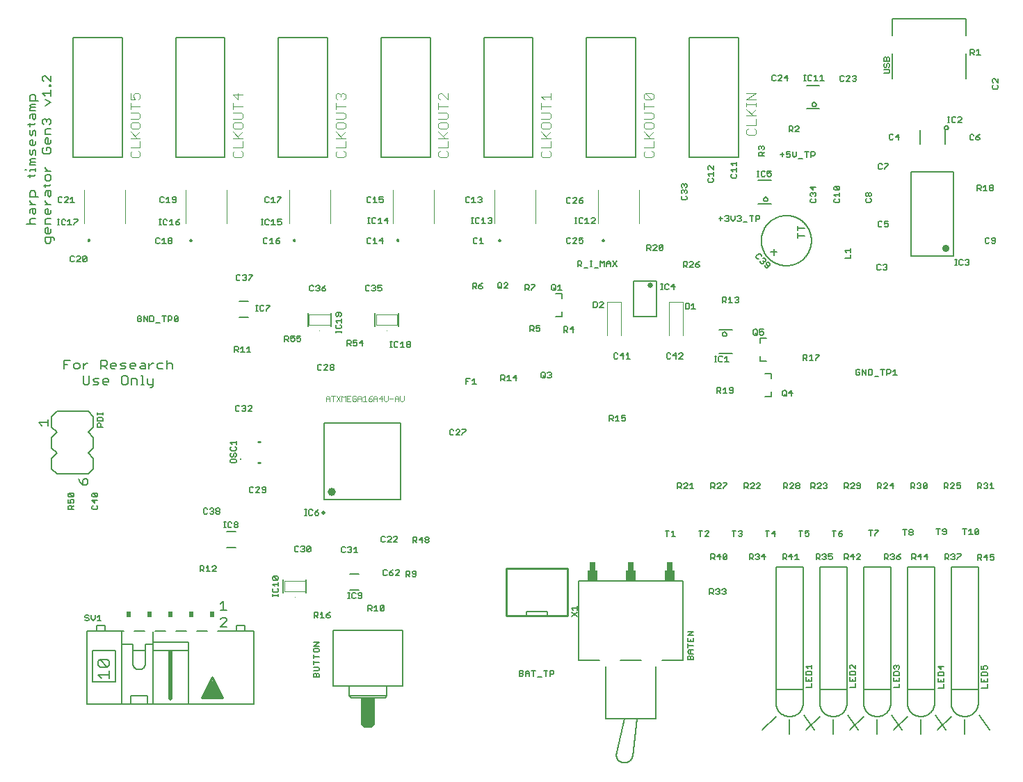
<source format=gbr>
G04 EAGLE Gerber RS-274X export*
G75*
%MOMM*%
%FSLAX34Y34*%
%LPD*%
%INSilkscreen Top*%
%IPPOS*%
%AMOC8*
5,1,8,0,0,1.08239X$1,22.5*%
G01*
%ADD10C,0.203200*%
%ADD11C,0.152400*%
%ADD12C,0.127000*%
%ADD13C,0.254000*%
%ADD14C,0.508000*%
%ADD15R,0.508000X5.842000*%
%ADD16R,2.286000X0.508000*%
%ADD17R,1.778000X0.508000*%
%ADD18R,1.270000X0.508000*%
%ADD19R,0.762000X0.508000*%
%ADD20R,0.254000X0.254000*%
%ADD21R,0.508000X0.762000*%
%ADD22C,0.884400*%
%ADD23C,0.010000*%
%ADD24C,0.075000*%
%ADD25C,0.101600*%
%ADD26C,1.000000*%
%ADD27C,0.500000*%
%ADD28C,0.200000*%
%ADD29C,0.025400*%
%ADD30C,0.282838*%
%ADD31C,0.120000*%
%ADD32R,1.270000X1.270000*%
%ADD33R,0.762000X1.016000*%
%ADD34C,0.650000*%

G36*
X451642Y-43717D02*
X451642Y-43717D01*
X451684Y-43719D01*
X451751Y-43697D01*
X451821Y-43685D01*
X451857Y-43663D01*
X451898Y-43650D01*
X451971Y-43596D01*
X452014Y-43570D01*
X452027Y-43554D01*
X452048Y-43538D01*
X454548Y-41038D01*
X454573Y-41004D01*
X454604Y-40975D01*
X454636Y-40912D01*
X454677Y-40854D01*
X454687Y-40813D01*
X454707Y-40775D01*
X454720Y-40686D01*
X454733Y-40637D01*
X454730Y-40616D01*
X454734Y-40590D01*
X454734Y-8090D01*
X454723Y-8025D01*
X454721Y-7959D01*
X454703Y-7916D01*
X454695Y-7869D01*
X454661Y-7812D01*
X454636Y-7752D01*
X454605Y-7717D01*
X454580Y-7676D01*
X454529Y-7635D01*
X454485Y-7586D01*
X454443Y-7564D01*
X454406Y-7535D01*
X454344Y-7514D01*
X454285Y-7483D01*
X454231Y-7475D01*
X454194Y-7463D01*
X454154Y-7464D01*
X454100Y-7456D01*
X439100Y-7456D01*
X439035Y-7467D01*
X438969Y-7469D01*
X438926Y-7487D01*
X438879Y-7495D01*
X438822Y-7529D01*
X438762Y-7554D01*
X438727Y-7585D01*
X438686Y-7610D01*
X438645Y-7661D01*
X438596Y-7705D01*
X438574Y-7747D01*
X438545Y-7784D01*
X438524Y-7846D01*
X438493Y-7905D01*
X438485Y-7959D01*
X438473Y-7996D01*
X438474Y-8036D01*
X438466Y-8090D01*
X438466Y-40590D01*
X438473Y-40632D01*
X438471Y-40674D01*
X438493Y-40741D01*
X438505Y-40811D01*
X438527Y-40847D01*
X438540Y-40888D01*
X438594Y-40961D01*
X438620Y-41004D01*
X438636Y-41017D01*
X438652Y-41038D01*
X441152Y-43538D01*
X441186Y-43563D01*
X441215Y-43594D01*
X441278Y-43626D01*
X441336Y-43667D01*
X441377Y-43677D01*
X441415Y-43697D01*
X441504Y-43710D01*
X441553Y-43723D01*
X441574Y-43720D01*
X441600Y-43724D01*
X451600Y-43724D01*
X451642Y-43717D01*
G37*
D10*
X31105Y568901D02*
X41782Y568901D01*
X36443Y568901D02*
X34664Y570680D01*
X34664Y574239D01*
X36443Y576019D01*
X41782Y576019D01*
X34664Y582374D02*
X34664Y585933D01*
X36443Y587713D01*
X41782Y587713D01*
X41782Y582374D01*
X40003Y580595D01*
X38223Y582374D01*
X38223Y587713D01*
X41782Y592288D02*
X34664Y592288D01*
X38223Y592288D02*
X34664Y595848D01*
X34664Y597627D01*
X34664Y602033D02*
X45341Y602033D01*
X34664Y602033D02*
X34664Y607372D01*
X36443Y609152D01*
X40003Y609152D01*
X41782Y607372D01*
X41782Y602033D01*
X40003Y627201D02*
X32884Y627201D01*
X40003Y627201D02*
X41782Y628980D01*
X34664Y628980D02*
X34664Y625421D01*
X34664Y633217D02*
X34664Y634997D01*
X41782Y634997D01*
X41782Y636776D02*
X41782Y633217D01*
X31105Y634997D02*
X29325Y634997D01*
X34664Y641013D02*
X41782Y641013D01*
X34664Y641013D02*
X34664Y642793D01*
X36443Y644572D01*
X41782Y644572D01*
X36443Y644572D02*
X34664Y646352D01*
X36443Y648131D01*
X41782Y648131D01*
X41782Y652707D02*
X41782Y658046D01*
X40003Y659825D01*
X38223Y658046D01*
X38223Y654487D01*
X36443Y652707D01*
X34664Y654487D01*
X34664Y659825D01*
X41782Y666181D02*
X41782Y669740D01*
X41782Y666181D02*
X40003Y664401D01*
X36443Y664401D01*
X34664Y666181D01*
X34664Y669740D01*
X36443Y671519D01*
X38223Y671519D01*
X38223Y664401D01*
X41782Y676095D02*
X41782Y681434D01*
X40003Y683213D01*
X38223Y681434D01*
X38223Y677875D01*
X36443Y676095D01*
X34664Y677875D01*
X34664Y683213D01*
X32884Y689569D02*
X40003Y689569D01*
X41782Y691348D01*
X34664Y691348D02*
X34664Y687789D01*
X34664Y697365D02*
X34664Y700924D01*
X36443Y702703D01*
X41782Y702703D01*
X41782Y697365D01*
X40003Y695585D01*
X38223Y697365D01*
X38223Y702703D01*
X41782Y707279D02*
X34664Y707279D01*
X34664Y709059D01*
X36443Y710838D01*
X41782Y710838D01*
X36443Y710838D02*
X34664Y712618D01*
X36443Y714397D01*
X41782Y714397D01*
X45341Y718973D02*
X34664Y718973D01*
X34664Y724312D01*
X36443Y726091D01*
X40003Y726091D01*
X41782Y724312D01*
X41782Y718973D01*
X64391Y550851D02*
X64391Y549072D01*
X64391Y550851D02*
X62612Y552631D01*
X53714Y552631D01*
X53714Y547292D01*
X55493Y545513D01*
X59053Y545513D01*
X60832Y547292D01*
X60832Y552631D01*
X60832Y558986D02*
X60832Y562545D01*
X60832Y558986D02*
X59053Y557207D01*
X55493Y557207D01*
X53714Y558986D01*
X53714Y562545D01*
X55493Y564325D01*
X57273Y564325D01*
X57273Y557207D01*
X60832Y568900D02*
X53714Y568900D01*
X53714Y574239D01*
X55493Y576019D01*
X60832Y576019D01*
X60832Y582374D02*
X60832Y585933D01*
X60832Y582374D02*
X59053Y580594D01*
X55493Y580594D01*
X53714Y582374D01*
X53714Y585933D01*
X55493Y587713D01*
X57273Y587713D01*
X57273Y580594D01*
X60832Y592288D02*
X53714Y592288D01*
X57273Y592288D02*
X53714Y595847D01*
X53714Y597627D01*
X53714Y603813D02*
X53714Y607372D01*
X55493Y609151D01*
X60832Y609151D01*
X60832Y603813D01*
X59053Y602033D01*
X57273Y603813D01*
X57273Y609151D01*
X59053Y615507D02*
X51934Y615507D01*
X59053Y615507D02*
X60832Y617286D01*
X53714Y617286D02*
X53714Y613727D01*
X60832Y623303D02*
X60832Y626862D01*
X59053Y628641D01*
X55493Y628641D01*
X53714Y626862D01*
X53714Y623303D01*
X55493Y621523D01*
X59053Y621523D01*
X60832Y623303D01*
X60832Y633217D02*
X53714Y633217D01*
X57273Y633217D02*
X53714Y636776D01*
X53714Y638556D01*
X50155Y659995D02*
X51934Y661774D01*
X50155Y659995D02*
X50155Y656436D01*
X51934Y654656D01*
X59053Y654656D01*
X60832Y656436D01*
X60832Y659995D01*
X59053Y661774D01*
X55493Y661774D01*
X55493Y658215D01*
X60832Y668130D02*
X60832Y671689D01*
X60832Y668130D02*
X59053Y666350D01*
X55493Y666350D01*
X53714Y668130D01*
X53714Y671689D01*
X55493Y673468D01*
X57273Y673468D01*
X57273Y666350D01*
X60832Y678044D02*
X53714Y678044D01*
X53714Y683383D01*
X55493Y685162D01*
X60832Y685162D01*
X51934Y689738D02*
X50155Y691518D01*
X50155Y695077D01*
X51934Y696856D01*
X53714Y696856D01*
X55493Y695077D01*
X55493Y693297D01*
X55493Y695077D02*
X57273Y696856D01*
X59053Y696856D01*
X60832Y695077D01*
X60832Y691518D01*
X59053Y689738D01*
X53714Y713126D02*
X60832Y716685D01*
X53714Y720244D01*
X53714Y724820D02*
X50155Y728379D01*
X60832Y728379D01*
X60832Y724820D02*
X60832Y731938D01*
X60832Y736514D02*
X59053Y736514D01*
X59053Y738294D01*
X60832Y738294D01*
X60832Y736514D01*
X60832Y742361D02*
X60832Y749479D01*
X60832Y742361D02*
X53714Y749479D01*
X51934Y749479D01*
X50155Y747700D01*
X50155Y744140D01*
X51934Y742361D01*
X76821Y403207D02*
X76821Y392530D01*
X76821Y403207D02*
X83939Y403207D01*
X80380Y397869D02*
X76821Y397869D01*
X90295Y392530D02*
X93854Y392530D01*
X95633Y394310D01*
X95633Y397869D01*
X93854Y399648D01*
X90295Y399648D01*
X88515Y397869D01*
X88515Y394310D01*
X90295Y392530D01*
X100209Y392530D02*
X100209Y399648D01*
X100209Y396089D02*
X103768Y399648D01*
X105548Y399648D01*
X121648Y403207D02*
X121648Y392530D01*
X121648Y403207D02*
X126986Y403207D01*
X128766Y401428D01*
X128766Y397869D01*
X126986Y396089D01*
X121648Y396089D01*
X125207Y396089D02*
X128766Y392530D01*
X135121Y392530D02*
X138680Y392530D01*
X135121Y392530D02*
X133342Y394310D01*
X133342Y397869D01*
X135121Y399648D01*
X138680Y399648D01*
X140460Y397869D01*
X140460Y396089D01*
X133342Y396089D01*
X145036Y392530D02*
X150374Y392530D01*
X152154Y394310D01*
X150374Y396089D01*
X146815Y396089D01*
X145036Y397869D01*
X146815Y399648D01*
X152154Y399648D01*
X158509Y392530D02*
X162068Y392530D01*
X158509Y392530D02*
X156730Y394310D01*
X156730Y397869D01*
X158509Y399648D01*
X162068Y399648D01*
X163848Y397869D01*
X163848Y396089D01*
X156730Y396089D01*
X170203Y399648D02*
X173762Y399648D01*
X175542Y397869D01*
X175542Y392530D01*
X170203Y392530D01*
X168424Y394310D01*
X170203Y396089D01*
X175542Y396089D01*
X180118Y392530D02*
X180118Y399648D01*
X180118Y396089D02*
X183677Y399648D01*
X185456Y399648D01*
X191642Y399648D02*
X196981Y399648D01*
X191642Y399648D02*
X189863Y397869D01*
X189863Y394310D01*
X191642Y392530D01*
X196981Y392530D01*
X201557Y392530D02*
X201557Y403207D01*
X203336Y399648D02*
X201557Y397869D01*
X203336Y399648D02*
X206895Y399648D01*
X208675Y397869D01*
X208675Y392530D01*
X100209Y384157D02*
X100209Y375260D01*
X101989Y373480D01*
X105548Y373480D01*
X107327Y375260D01*
X107327Y384157D01*
X111903Y373480D02*
X117242Y373480D01*
X119021Y375260D01*
X117242Y377039D01*
X113683Y377039D01*
X111903Y378819D01*
X113683Y380598D01*
X119021Y380598D01*
X125376Y373480D02*
X128936Y373480D01*
X125376Y373480D02*
X123597Y375260D01*
X123597Y378819D01*
X125376Y380598D01*
X128936Y380598D01*
X130715Y378819D01*
X130715Y377039D01*
X123597Y377039D01*
X148764Y384157D02*
X152323Y384157D01*
X148764Y384157D02*
X146985Y382378D01*
X146985Y375260D01*
X148764Y373480D01*
X152323Y373480D01*
X154103Y375260D01*
X154103Y382378D01*
X152323Y384157D01*
X158679Y380598D02*
X158679Y373480D01*
X158679Y380598D02*
X164017Y380598D01*
X165797Y378819D01*
X165797Y373480D01*
X170373Y384157D02*
X172152Y384157D01*
X172152Y373480D01*
X170373Y373480D02*
X173932Y373480D01*
X178169Y375260D02*
X178169Y380598D01*
X178169Y375260D02*
X179948Y373480D01*
X185287Y373480D01*
X185287Y371701D02*
X185287Y380598D01*
X185287Y371701D02*
X183507Y369921D01*
X181728Y369921D01*
D11*
X835908Y38542D02*
X842518Y38542D01*
X835908Y38542D02*
X835908Y41847D01*
X837010Y42948D01*
X838112Y42948D01*
X839213Y41847D01*
X840315Y42948D01*
X841416Y42948D01*
X842518Y41847D01*
X842518Y38542D01*
X839213Y38542D02*
X839213Y41847D01*
X838112Y46026D02*
X842518Y46026D01*
X838112Y46026D02*
X835908Y48229D01*
X838112Y50433D01*
X842518Y50433D01*
X839213Y50433D02*
X839213Y46026D01*
X842518Y55714D02*
X835908Y55714D01*
X835908Y57917D02*
X835908Y53510D01*
X835908Y60994D02*
X835908Y65401D01*
X835908Y60994D02*
X842518Y60994D01*
X842518Y65401D01*
X839213Y63198D02*
X839213Y60994D01*
X842518Y68479D02*
X835908Y68479D01*
X842518Y72885D01*
X835908Y72885D01*
D10*
X1050090Y151130D02*
X1083110Y151130D01*
X1083110Y2540D02*
X1050090Y2540D01*
X1083110Y2540D02*
X1083110Y151130D01*
X1050090Y151130D02*
X1050090Y2540D01*
X1083110Y2540D02*
X1083110Y-13970D01*
X1050090Y-13970D02*
X1050090Y2540D01*
X1050090Y-13970D02*
X1050095Y-14372D01*
X1050110Y-14774D01*
X1050134Y-15175D01*
X1050168Y-15576D01*
X1050212Y-15975D01*
X1050266Y-16374D01*
X1050329Y-16771D01*
X1050402Y-17166D01*
X1050485Y-17560D01*
X1050577Y-17951D01*
X1050679Y-18340D01*
X1050790Y-18727D01*
X1050911Y-19110D01*
X1051040Y-19491D01*
X1051179Y-19868D01*
X1051328Y-20242D01*
X1051485Y-20612D01*
X1051651Y-20978D01*
X1051826Y-21340D01*
X1052010Y-21697D01*
X1052202Y-22050D01*
X1052403Y-22398D01*
X1052613Y-22742D01*
X1052831Y-23080D01*
X1053057Y-23412D01*
X1053291Y-23739D01*
X1053532Y-24060D01*
X1053782Y-24376D01*
X1054039Y-24685D01*
X1054304Y-24987D01*
X1054576Y-25284D01*
X1054855Y-25573D01*
X1055141Y-25856D01*
X1055434Y-26131D01*
X1055733Y-26399D01*
X1056039Y-26660D01*
X1056351Y-26914D01*
X1056669Y-27160D01*
X1056994Y-27397D01*
X1057323Y-27627D01*
X1057659Y-27849D01*
X1057999Y-28063D01*
X1058345Y-28268D01*
X1058696Y-28465D01*
X1059051Y-28653D01*
X1059411Y-28833D01*
X1059775Y-29003D01*
X1060143Y-29165D01*
X1060515Y-29318D01*
X1060890Y-29461D01*
X1061269Y-29596D01*
X1061651Y-29721D01*
X1062036Y-29837D01*
X1062424Y-29943D01*
X1062814Y-30040D01*
X1063207Y-30128D01*
X1063601Y-30205D01*
X1063997Y-30274D01*
X1064395Y-30332D01*
X1064794Y-30381D01*
X1065194Y-30420D01*
X1065595Y-30449D01*
X1065997Y-30469D01*
X1066399Y-30479D01*
X1066801Y-30479D01*
X1067203Y-30469D01*
X1067605Y-30449D01*
X1068006Y-30420D01*
X1068406Y-30381D01*
X1068805Y-30332D01*
X1069203Y-30274D01*
X1069599Y-30205D01*
X1069993Y-30128D01*
X1070386Y-30040D01*
X1070776Y-29943D01*
X1071164Y-29837D01*
X1071549Y-29721D01*
X1071931Y-29596D01*
X1072310Y-29461D01*
X1072685Y-29318D01*
X1073057Y-29165D01*
X1073425Y-29003D01*
X1073789Y-28833D01*
X1074149Y-28653D01*
X1074504Y-28465D01*
X1074855Y-28268D01*
X1075201Y-28063D01*
X1075541Y-27849D01*
X1075877Y-27627D01*
X1076206Y-27397D01*
X1076531Y-27160D01*
X1076849Y-26914D01*
X1077161Y-26660D01*
X1077467Y-26399D01*
X1077766Y-26131D01*
X1078059Y-25856D01*
X1078345Y-25573D01*
X1078624Y-25284D01*
X1078896Y-24987D01*
X1079161Y-24685D01*
X1079418Y-24376D01*
X1079668Y-24060D01*
X1079909Y-23739D01*
X1080143Y-23412D01*
X1080369Y-23080D01*
X1080587Y-22742D01*
X1080797Y-22398D01*
X1080998Y-22050D01*
X1081190Y-21697D01*
X1081374Y-21340D01*
X1081549Y-20978D01*
X1081715Y-20612D01*
X1081872Y-20242D01*
X1082021Y-19868D01*
X1082160Y-19491D01*
X1082289Y-19110D01*
X1082410Y-18727D01*
X1082521Y-18340D01*
X1082623Y-17951D01*
X1082715Y-17560D01*
X1082798Y-17166D01*
X1082871Y-16771D01*
X1082934Y-16374D01*
X1082988Y-15975D01*
X1083032Y-15576D01*
X1083066Y-15175D01*
X1083090Y-14774D01*
X1083105Y-14372D01*
X1083110Y-13970D01*
X1050090Y-30480D02*
X1033580Y-46990D01*
X1066600Y-52070D02*
X1066600Y-34290D01*
X1084380Y-29210D02*
X1097080Y-46990D01*
D12*
X1093651Y4717D02*
X1086787Y4717D01*
X1093651Y4717D02*
X1093651Y9293D01*
X1086787Y12201D02*
X1086787Y16777D01*
X1086787Y12201D02*
X1093651Y12201D01*
X1093651Y16777D01*
X1090219Y14489D02*
X1090219Y12201D01*
X1086787Y19685D02*
X1093651Y19685D01*
X1093651Y23117D01*
X1092507Y24261D01*
X1087931Y24261D01*
X1086787Y23117D01*
X1086787Y19685D01*
X1087931Y27169D02*
X1086787Y28313D01*
X1086787Y30601D01*
X1087931Y31745D01*
X1089075Y31745D01*
X1090219Y30601D01*
X1090219Y29457D01*
X1090219Y30601D02*
X1091363Y31745D01*
X1092507Y31745D01*
X1093651Y30601D01*
X1093651Y28313D01*
X1092507Y27169D01*
D10*
X1029810Y151130D02*
X996790Y151130D01*
X996790Y2540D02*
X1029810Y2540D01*
X1029810Y151130D01*
X996790Y151130D02*
X996790Y2540D01*
X1029810Y2540D02*
X1029810Y-13970D01*
X996790Y-13970D02*
X996790Y2540D01*
X996790Y-13970D02*
X996795Y-14372D01*
X996810Y-14774D01*
X996834Y-15175D01*
X996868Y-15576D01*
X996912Y-15975D01*
X996966Y-16374D01*
X997029Y-16771D01*
X997102Y-17166D01*
X997185Y-17560D01*
X997277Y-17951D01*
X997379Y-18340D01*
X997490Y-18727D01*
X997611Y-19110D01*
X997740Y-19491D01*
X997879Y-19868D01*
X998028Y-20242D01*
X998185Y-20612D01*
X998351Y-20978D01*
X998526Y-21340D01*
X998710Y-21697D01*
X998902Y-22050D01*
X999103Y-22398D01*
X999313Y-22742D01*
X999531Y-23080D01*
X999757Y-23412D01*
X999991Y-23739D01*
X1000232Y-24060D01*
X1000482Y-24376D01*
X1000739Y-24685D01*
X1001004Y-24987D01*
X1001276Y-25284D01*
X1001555Y-25573D01*
X1001841Y-25856D01*
X1002134Y-26131D01*
X1002433Y-26399D01*
X1002739Y-26660D01*
X1003051Y-26914D01*
X1003369Y-27160D01*
X1003694Y-27397D01*
X1004023Y-27627D01*
X1004359Y-27849D01*
X1004699Y-28063D01*
X1005045Y-28268D01*
X1005396Y-28465D01*
X1005751Y-28653D01*
X1006111Y-28833D01*
X1006475Y-29003D01*
X1006843Y-29165D01*
X1007215Y-29318D01*
X1007590Y-29461D01*
X1007969Y-29596D01*
X1008351Y-29721D01*
X1008736Y-29837D01*
X1009124Y-29943D01*
X1009514Y-30040D01*
X1009907Y-30128D01*
X1010301Y-30205D01*
X1010697Y-30274D01*
X1011095Y-30332D01*
X1011494Y-30381D01*
X1011894Y-30420D01*
X1012295Y-30449D01*
X1012697Y-30469D01*
X1013099Y-30479D01*
X1013501Y-30479D01*
X1013903Y-30469D01*
X1014305Y-30449D01*
X1014706Y-30420D01*
X1015106Y-30381D01*
X1015505Y-30332D01*
X1015903Y-30274D01*
X1016299Y-30205D01*
X1016693Y-30128D01*
X1017086Y-30040D01*
X1017476Y-29943D01*
X1017864Y-29837D01*
X1018249Y-29721D01*
X1018631Y-29596D01*
X1019010Y-29461D01*
X1019385Y-29318D01*
X1019757Y-29165D01*
X1020125Y-29003D01*
X1020489Y-28833D01*
X1020849Y-28653D01*
X1021204Y-28465D01*
X1021555Y-28268D01*
X1021901Y-28063D01*
X1022241Y-27849D01*
X1022577Y-27627D01*
X1022906Y-27397D01*
X1023231Y-27160D01*
X1023549Y-26914D01*
X1023861Y-26660D01*
X1024167Y-26399D01*
X1024466Y-26131D01*
X1024759Y-25856D01*
X1025045Y-25573D01*
X1025324Y-25284D01*
X1025596Y-24987D01*
X1025861Y-24685D01*
X1026118Y-24376D01*
X1026368Y-24060D01*
X1026609Y-23739D01*
X1026843Y-23412D01*
X1027069Y-23080D01*
X1027287Y-22742D01*
X1027497Y-22398D01*
X1027698Y-22050D01*
X1027890Y-21697D01*
X1028074Y-21340D01*
X1028249Y-20978D01*
X1028415Y-20612D01*
X1028572Y-20242D01*
X1028721Y-19868D01*
X1028860Y-19491D01*
X1028989Y-19110D01*
X1029110Y-18727D01*
X1029221Y-18340D01*
X1029323Y-17951D01*
X1029415Y-17560D01*
X1029498Y-17166D01*
X1029571Y-16771D01*
X1029634Y-16374D01*
X1029688Y-15975D01*
X1029732Y-15576D01*
X1029766Y-15175D01*
X1029790Y-14774D01*
X1029805Y-14372D01*
X1029810Y-13970D01*
X996790Y-30480D02*
X980280Y-46990D01*
X1013300Y-52070D02*
X1013300Y-34290D01*
X1031080Y-29210D02*
X1043780Y-46990D01*
D12*
X1040097Y5225D02*
X1033233Y5225D01*
X1040097Y5225D02*
X1040097Y9801D01*
X1033233Y12709D02*
X1033233Y17285D01*
X1033233Y12709D02*
X1040097Y12709D01*
X1040097Y17285D01*
X1036665Y14997D02*
X1036665Y12709D01*
X1033233Y20193D02*
X1040097Y20193D01*
X1040097Y23625D01*
X1038953Y24769D01*
X1034377Y24769D01*
X1033233Y23625D01*
X1033233Y20193D01*
X1040097Y27677D02*
X1040097Y32253D01*
X1040097Y27677D02*
X1035521Y32253D01*
X1034377Y32253D01*
X1033233Y31109D01*
X1033233Y28821D01*
X1034377Y27677D01*
X693282Y551131D02*
X692138Y552275D01*
X689851Y552275D01*
X688707Y551131D01*
X688707Y546555D01*
X689851Y545411D01*
X692138Y545411D01*
X693282Y546555D01*
X696191Y545411D02*
X700767Y545411D01*
X696191Y545411D02*
X700767Y549987D01*
X700767Y551131D01*
X699623Y552275D01*
X697335Y552275D01*
X696191Y551131D01*
X703675Y552275D02*
X708251Y552275D01*
X703675Y552275D02*
X703675Y548843D01*
X705963Y549987D01*
X707107Y549987D01*
X708251Y548843D01*
X708251Y546555D01*
X707107Y545411D01*
X704819Y545411D01*
X703675Y546555D01*
X693156Y599861D02*
X692012Y601005D01*
X689725Y601005D01*
X688581Y599861D01*
X688581Y595285D01*
X689725Y594141D01*
X692012Y594141D01*
X693156Y595285D01*
X696065Y594141D02*
X700641Y594141D01*
X696065Y594141D02*
X700641Y598717D01*
X700641Y599861D01*
X699497Y601005D01*
X697209Y601005D01*
X696065Y599861D01*
X705837Y599861D02*
X708125Y601005D01*
X705837Y599861D02*
X703549Y597573D01*
X703549Y595285D01*
X704693Y594141D01*
X706981Y594141D01*
X708125Y595285D01*
X708125Y596429D01*
X706981Y597573D01*
X703549Y597573D01*
D10*
X943490Y151130D02*
X976510Y151130D01*
X976510Y2540D02*
X943490Y2540D01*
X976510Y2540D02*
X976510Y151130D01*
X943490Y151130D02*
X943490Y2540D01*
X976510Y2540D02*
X976510Y-13970D01*
X943490Y-13970D02*
X943490Y2540D01*
X943490Y-13970D02*
X943495Y-14372D01*
X943510Y-14774D01*
X943534Y-15175D01*
X943568Y-15576D01*
X943612Y-15975D01*
X943666Y-16374D01*
X943729Y-16771D01*
X943802Y-17166D01*
X943885Y-17560D01*
X943977Y-17951D01*
X944079Y-18340D01*
X944190Y-18727D01*
X944311Y-19110D01*
X944440Y-19491D01*
X944579Y-19868D01*
X944728Y-20242D01*
X944885Y-20612D01*
X945051Y-20978D01*
X945226Y-21340D01*
X945410Y-21697D01*
X945602Y-22050D01*
X945803Y-22398D01*
X946013Y-22742D01*
X946231Y-23080D01*
X946457Y-23412D01*
X946691Y-23739D01*
X946932Y-24060D01*
X947182Y-24376D01*
X947439Y-24685D01*
X947704Y-24987D01*
X947976Y-25284D01*
X948255Y-25573D01*
X948541Y-25856D01*
X948834Y-26131D01*
X949133Y-26399D01*
X949439Y-26660D01*
X949751Y-26914D01*
X950069Y-27160D01*
X950394Y-27397D01*
X950723Y-27627D01*
X951059Y-27849D01*
X951399Y-28063D01*
X951745Y-28268D01*
X952096Y-28465D01*
X952451Y-28653D01*
X952811Y-28833D01*
X953175Y-29003D01*
X953543Y-29165D01*
X953915Y-29318D01*
X954290Y-29461D01*
X954669Y-29596D01*
X955051Y-29721D01*
X955436Y-29837D01*
X955824Y-29943D01*
X956214Y-30040D01*
X956607Y-30128D01*
X957001Y-30205D01*
X957397Y-30274D01*
X957795Y-30332D01*
X958194Y-30381D01*
X958594Y-30420D01*
X958995Y-30449D01*
X959397Y-30469D01*
X959799Y-30479D01*
X960201Y-30479D01*
X960603Y-30469D01*
X961005Y-30449D01*
X961406Y-30420D01*
X961806Y-30381D01*
X962205Y-30332D01*
X962603Y-30274D01*
X962999Y-30205D01*
X963393Y-30128D01*
X963786Y-30040D01*
X964176Y-29943D01*
X964564Y-29837D01*
X964949Y-29721D01*
X965331Y-29596D01*
X965710Y-29461D01*
X966085Y-29318D01*
X966457Y-29165D01*
X966825Y-29003D01*
X967189Y-28833D01*
X967549Y-28653D01*
X967904Y-28465D01*
X968255Y-28268D01*
X968601Y-28063D01*
X968941Y-27849D01*
X969277Y-27627D01*
X969606Y-27397D01*
X969931Y-27160D01*
X970249Y-26914D01*
X970561Y-26660D01*
X970867Y-26399D01*
X971166Y-26131D01*
X971459Y-25856D01*
X971745Y-25573D01*
X972024Y-25284D01*
X972296Y-24987D01*
X972561Y-24685D01*
X972818Y-24376D01*
X973068Y-24060D01*
X973309Y-23739D01*
X973543Y-23412D01*
X973769Y-23080D01*
X973987Y-22742D01*
X974197Y-22398D01*
X974398Y-22050D01*
X974590Y-21697D01*
X974774Y-21340D01*
X974949Y-20978D01*
X975115Y-20612D01*
X975272Y-20242D01*
X975421Y-19868D01*
X975560Y-19491D01*
X975689Y-19110D01*
X975810Y-18727D01*
X975921Y-18340D01*
X976023Y-17951D01*
X976115Y-17560D01*
X976198Y-17166D01*
X976271Y-16771D01*
X976334Y-16374D01*
X976388Y-15975D01*
X976432Y-15576D01*
X976466Y-15175D01*
X976490Y-14774D01*
X976505Y-14372D01*
X976510Y-13970D01*
X943490Y-30480D02*
X926980Y-46990D01*
X960000Y-52070D02*
X960000Y-34290D01*
X977780Y-29210D02*
X990480Y-46990D01*
D12*
X986797Y5225D02*
X979933Y5225D01*
X986797Y5225D02*
X986797Y9801D01*
X979933Y12709D02*
X979933Y17285D01*
X979933Y12709D02*
X986797Y12709D01*
X986797Y17285D01*
X983365Y14997D02*
X983365Y12709D01*
X979933Y20193D02*
X986797Y20193D01*
X986797Y23625D01*
X985653Y24769D01*
X981077Y24769D01*
X979933Y23625D01*
X979933Y20193D01*
X982221Y27677D02*
X979933Y29965D01*
X986797Y29965D01*
X986797Y27677D02*
X986797Y32253D01*
X1072657Y641109D02*
X1071513Y642253D01*
X1069225Y642253D01*
X1068081Y641109D01*
X1068081Y636533D01*
X1069225Y635389D01*
X1071513Y635389D01*
X1072657Y636533D01*
X1075565Y642253D02*
X1080141Y642253D01*
X1080141Y641109D01*
X1075565Y636533D01*
X1075565Y635389D01*
X1071201Y572237D02*
X1072345Y571093D01*
X1071201Y572237D02*
X1068913Y572237D01*
X1067769Y571093D01*
X1067769Y566517D01*
X1068913Y565373D01*
X1071201Y565373D01*
X1072345Y566517D01*
X1075253Y572237D02*
X1079829Y572237D01*
X1075253Y572237D02*
X1075253Y568805D01*
X1077541Y569949D01*
X1078685Y569949D01*
X1079829Y568805D01*
X1079829Y566517D01*
X1078685Y565373D01*
X1076397Y565373D01*
X1075253Y566517D01*
X1201661Y552313D02*
X1202805Y551169D01*
X1201661Y552313D02*
X1199373Y552313D01*
X1198229Y551169D01*
X1198229Y546593D01*
X1199373Y545449D01*
X1201661Y545449D01*
X1202805Y546593D01*
X1205713Y546593D02*
X1206857Y545449D01*
X1209145Y545449D01*
X1210289Y546593D01*
X1210289Y551169D01*
X1209145Y552313D01*
X1206857Y552313D01*
X1205713Y551169D01*
X1205713Y550025D01*
X1206857Y548881D01*
X1210289Y548881D01*
X1070969Y518773D02*
X1069825Y519917D01*
X1067537Y519917D01*
X1066393Y518773D01*
X1066393Y514197D01*
X1067537Y513053D01*
X1069825Y513053D01*
X1070969Y514197D01*
X1073877Y518773D02*
X1075021Y519917D01*
X1077309Y519917D01*
X1078453Y518773D01*
X1078453Y517629D01*
X1077309Y516485D01*
X1076165Y516485D01*
X1077309Y516485D02*
X1078453Y515341D01*
X1078453Y514197D01*
X1077309Y513053D01*
X1075021Y513053D01*
X1073877Y514197D01*
X1085969Y677205D02*
X1084825Y678349D01*
X1082537Y678349D01*
X1081393Y677205D01*
X1081393Y672629D01*
X1082537Y671485D01*
X1084825Y671485D01*
X1085969Y672629D01*
X1092309Y671485D02*
X1092309Y678349D01*
X1088877Y674917D01*
X1093453Y674917D01*
X1182825Y677789D02*
X1183969Y676645D01*
X1182825Y677789D02*
X1180537Y677789D01*
X1179393Y676645D01*
X1179393Y672069D01*
X1180537Y670925D01*
X1182825Y670925D01*
X1183969Y672069D01*
X1189165Y676645D02*
X1191453Y677789D01*
X1189165Y676645D02*
X1186877Y674357D01*
X1186877Y672069D01*
X1188021Y670925D01*
X1190309Y670925D01*
X1191453Y672069D01*
X1191453Y673213D01*
X1190309Y674357D01*
X1186877Y674357D01*
X1033909Y526949D02*
X1027045Y526949D01*
X1033909Y526949D02*
X1033909Y531525D01*
X1029333Y534433D02*
X1027045Y536721D01*
X1033909Y536721D01*
X1033909Y534433D02*
X1033909Y539009D01*
X1206763Y736849D02*
X1207907Y737993D01*
X1206763Y736849D02*
X1206763Y734561D01*
X1207907Y733417D01*
X1212483Y733417D01*
X1213627Y734561D01*
X1213627Y736849D01*
X1212483Y737993D01*
X1213627Y740901D02*
X1213627Y745477D01*
X1213627Y740901D02*
X1209051Y745477D01*
X1207907Y745477D01*
X1206763Y744333D01*
X1206763Y742045D01*
X1207907Y740901D01*
X1148620Y686124D02*
X1148622Y686218D01*
X1148628Y686312D01*
X1148638Y686406D01*
X1148652Y686499D01*
X1148670Y686592D01*
X1148691Y686684D01*
X1148717Y686774D01*
X1148746Y686864D01*
X1148779Y686952D01*
X1148816Y687039D01*
X1148856Y687124D01*
X1148900Y687208D01*
X1148948Y687289D01*
X1148998Y687369D01*
X1149053Y687446D01*
X1149110Y687521D01*
X1149170Y687593D01*
X1149234Y687663D01*
X1149300Y687730D01*
X1149369Y687794D01*
X1149441Y687855D01*
X1149515Y687913D01*
X1149592Y687968D01*
X1149671Y688020D01*
X1149752Y688068D01*
X1149835Y688113D01*
X1149919Y688154D01*
X1150006Y688192D01*
X1150094Y688226D01*
X1150183Y688256D01*
X1150273Y688283D01*
X1150365Y688305D01*
X1150457Y688324D01*
X1150551Y688339D01*
X1150644Y688350D01*
X1150738Y688357D01*
X1150832Y688360D01*
X1150927Y688359D01*
X1151021Y688354D01*
X1151115Y688345D01*
X1151208Y688332D01*
X1151301Y688315D01*
X1151393Y688295D01*
X1151484Y688270D01*
X1151574Y688242D01*
X1151662Y688210D01*
X1151750Y688174D01*
X1151835Y688134D01*
X1151919Y688091D01*
X1152001Y688045D01*
X1152081Y687995D01*
X1152159Y687941D01*
X1152234Y687885D01*
X1152307Y687825D01*
X1152378Y687762D01*
X1152445Y687697D01*
X1152510Y687628D01*
X1152572Y687557D01*
X1152631Y687484D01*
X1152687Y687408D01*
X1152739Y687329D01*
X1152788Y687249D01*
X1152834Y687166D01*
X1152876Y687082D01*
X1152915Y686996D01*
X1152950Y686908D01*
X1152981Y686819D01*
X1153009Y686729D01*
X1153032Y686638D01*
X1153052Y686546D01*
X1153068Y686453D01*
X1153080Y686359D01*
X1153088Y686265D01*
X1153092Y686171D01*
X1153092Y686077D01*
X1153088Y685983D01*
X1153080Y685889D01*
X1153068Y685795D01*
X1153052Y685702D01*
X1153032Y685610D01*
X1153009Y685519D01*
X1152981Y685429D01*
X1152950Y685340D01*
X1152915Y685252D01*
X1152876Y685166D01*
X1152834Y685082D01*
X1152788Y684999D01*
X1152739Y684919D01*
X1152687Y684840D01*
X1152631Y684764D01*
X1152572Y684691D01*
X1152510Y684620D01*
X1152445Y684551D01*
X1152378Y684486D01*
X1152307Y684423D01*
X1152234Y684363D01*
X1152159Y684307D01*
X1152081Y684253D01*
X1152001Y684203D01*
X1151919Y684157D01*
X1151835Y684114D01*
X1151750Y684074D01*
X1151662Y684038D01*
X1151574Y684006D01*
X1151484Y683978D01*
X1151393Y683953D01*
X1151301Y683933D01*
X1151208Y683916D01*
X1151115Y683903D01*
X1151021Y683894D01*
X1150927Y683889D01*
X1150832Y683888D01*
X1150738Y683891D01*
X1150644Y683898D01*
X1150551Y683909D01*
X1150457Y683924D01*
X1150365Y683943D01*
X1150273Y683965D01*
X1150183Y683992D01*
X1150094Y684022D01*
X1150006Y684056D01*
X1149919Y684094D01*
X1149835Y684135D01*
X1149752Y684180D01*
X1149671Y684228D01*
X1149592Y684280D01*
X1149515Y684335D01*
X1149441Y684393D01*
X1149369Y684454D01*
X1149300Y684518D01*
X1149234Y684585D01*
X1149170Y684655D01*
X1149110Y684727D01*
X1149053Y684802D01*
X1148998Y684879D01*
X1148948Y684959D01*
X1148900Y685040D01*
X1148856Y685124D01*
X1148816Y685209D01*
X1148779Y685296D01*
X1148746Y685384D01*
X1148717Y685474D01*
X1148691Y685564D01*
X1148670Y685656D01*
X1148652Y685749D01*
X1148638Y685842D01*
X1148628Y685936D01*
X1148622Y686030D01*
X1148620Y686124D01*
X1148856Y683124D02*
X1148856Y666124D01*
X1118856Y666624D02*
X1118856Y683124D01*
X1152345Y692389D02*
X1154633Y692389D01*
X1153489Y692389D02*
X1153489Y699253D01*
X1152345Y699253D02*
X1154633Y699253D01*
X1160766Y699253D02*
X1161910Y698109D01*
X1160766Y699253D02*
X1158478Y699253D01*
X1157334Y698109D01*
X1157334Y693533D01*
X1158478Y692389D01*
X1160766Y692389D01*
X1161910Y693533D01*
X1164819Y692389D02*
X1169395Y692389D01*
X1164819Y692389D02*
X1169395Y696965D01*
X1169395Y698109D01*
X1168251Y699253D01*
X1165963Y699253D01*
X1164819Y698109D01*
X1174800Y798480D02*
X1174800Y818480D01*
X1084800Y818480D01*
X1084800Y798480D01*
X1174800Y776480D02*
X1174800Y745480D01*
X1084800Y745480D02*
X1084800Y776480D01*
X1080523Y752213D02*
X1074803Y752213D01*
X1080523Y752213D02*
X1081667Y753357D01*
X1081667Y755644D01*
X1080523Y756788D01*
X1074803Y756788D01*
X1074803Y763129D02*
X1075947Y764273D01*
X1074803Y763129D02*
X1074803Y760841D01*
X1075947Y759697D01*
X1077091Y759697D01*
X1078235Y760841D01*
X1078235Y763129D01*
X1079379Y764273D01*
X1080523Y764273D01*
X1081667Y763129D01*
X1081667Y760841D01*
X1080523Y759697D01*
X1081667Y767181D02*
X1074803Y767181D01*
X1074803Y770613D01*
X1075947Y771757D01*
X1077091Y771757D01*
X1078235Y770613D01*
X1079379Y771757D01*
X1080523Y771757D01*
X1081667Y770613D01*
X1081667Y767181D01*
X1078235Y767181D02*
X1078235Y770613D01*
X1180029Y774881D02*
X1180029Y781745D01*
X1183461Y781745D01*
X1184605Y780601D01*
X1184605Y778313D01*
X1183461Y777169D01*
X1180029Y777169D01*
X1182317Y777169D02*
X1184605Y774881D01*
X1187513Y779457D02*
X1189801Y781745D01*
X1189801Y774881D01*
X1187513Y774881D02*
X1192089Y774881D01*
X810965Y195713D02*
X810965Y188849D01*
X808677Y195713D02*
X813253Y195713D01*
X816161Y193425D02*
X818449Y195713D01*
X818449Y188849D01*
X816161Y188849D02*
X820737Y188849D01*
X823645Y246761D02*
X823645Y253625D01*
X827077Y253625D01*
X828221Y252481D01*
X828221Y250193D01*
X827077Y249049D01*
X823645Y249049D01*
X825933Y249049D02*
X828221Y246761D01*
X831129Y246761D02*
X835705Y246761D01*
X831129Y246761D02*
X835705Y251337D01*
X835705Y252481D01*
X834561Y253625D01*
X832273Y253625D01*
X831129Y252481D01*
X838613Y251337D02*
X840901Y253625D01*
X840901Y246761D01*
X838613Y246761D02*
X843189Y246761D01*
X862661Y124945D02*
X862661Y118081D01*
X862661Y124945D02*
X866092Y124945D01*
X867236Y123801D01*
X867236Y121513D01*
X866092Y120369D01*
X862661Y120369D01*
X864948Y120369D02*
X867236Y118081D01*
X870145Y123801D02*
X871289Y124945D01*
X873577Y124945D01*
X874721Y123801D01*
X874721Y122657D01*
X873577Y121513D01*
X872433Y121513D01*
X873577Y121513D02*
X874721Y120369D01*
X874721Y119225D01*
X873577Y118081D01*
X871289Y118081D01*
X870145Y119225D01*
X877629Y123801D02*
X878773Y124945D01*
X881061Y124945D01*
X882205Y123801D01*
X882205Y122657D01*
X881061Y121513D01*
X879917Y121513D01*
X881061Y121513D02*
X882205Y120369D01*
X882205Y119225D01*
X881061Y118081D01*
X878773Y118081D01*
X877629Y119225D01*
X851605Y188849D02*
X851605Y195713D01*
X849317Y195713D02*
X853893Y195713D01*
X856801Y188849D02*
X861377Y188849D01*
X856801Y188849D02*
X861377Y193425D01*
X861377Y194569D01*
X860233Y195713D01*
X857945Y195713D01*
X856801Y194569D01*
X864285Y246761D02*
X864285Y253625D01*
X867717Y253625D01*
X868861Y252481D01*
X868861Y250193D01*
X867717Y249049D01*
X864285Y249049D01*
X866573Y249049D02*
X868861Y246761D01*
X871769Y246761D02*
X876345Y246761D01*
X871769Y246761D02*
X876345Y251337D01*
X876345Y252481D01*
X875201Y253625D01*
X872913Y253625D01*
X871769Y252481D01*
X879253Y253625D02*
X883829Y253625D01*
X883829Y252481D01*
X879253Y247905D01*
X879253Y246761D01*
X864285Y167265D02*
X864285Y160401D01*
X864285Y167265D02*
X867717Y167265D01*
X868861Y166121D01*
X868861Y163833D01*
X867717Y162689D01*
X864285Y162689D01*
X866573Y162689D02*
X868861Y160401D01*
X875201Y160401D02*
X875201Y167265D01*
X871769Y163833D01*
X876345Y163833D01*
X879253Y161545D02*
X879253Y166121D01*
X880397Y167265D01*
X882685Y167265D01*
X883829Y166121D01*
X883829Y161545D01*
X882685Y160401D01*
X880397Y160401D01*
X879253Y161545D01*
X883829Y166121D01*
X892245Y188849D02*
X892245Y195713D01*
X889957Y195713D02*
X894533Y195713D01*
X897441Y194569D02*
X898585Y195713D01*
X900873Y195713D01*
X902017Y194569D01*
X902017Y193425D01*
X900873Y192281D01*
X899729Y192281D01*
X900873Y192281D02*
X902017Y191137D01*
X902017Y189993D01*
X900873Y188849D01*
X898585Y188849D01*
X897441Y189993D01*
X904925Y246761D02*
X904925Y253625D01*
X908357Y253625D01*
X909501Y252481D01*
X909501Y250193D01*
X908357Y249049D01*
X904925Y249049D01*
X907213Y249049D02*
X909501Y246761D01*
X912409Y246761D02*
X916985Y246761D01*
X912409Y246761D02*
X916985Y251337D01*
X916985Y252481D01*
X915841Y253625D01*
X913553Y253625D01*
X912409Y252481D01*
X919893Y246761D02*
X924469Y246761D01*
X919893Y246761D02*
X924469Y251337D01*
X924469Y252481D01*
X923325Y253625D01*
X921037Y253625D01*
X919893Y252481D01*
X911021Y167265D02*
X911021Y160401D01*
X911021Y167265D02*
X914453Y167265D01*
X915597Y166121D01*
X915597Y163833D01*
X914453Y162689D01*
X911021Y162689D01*
X913309Y162689D02*
X915597Y160401D01*
X918505Y166121D02*
X919649Y167265D01*
X921937Y167265D01*
X923081Y166121D01*
X923081Y164977D01*
X921937Y163833D01*
X920793Y163833D01*
X921937Y163833D02*
X923081Y162689D01*
X923081Y161545D01*
X921937Y160401D01*
X919649Y160401D01*
X918505Y161545D01*
X929421Y160401D02*
X929421Y167265D01*
X925989Y163833D01*
X930565Y163833D01*
X932885Y188849D02*
X932885Y195713D01*
X930597Y195713D02*
X935173Y195713D01*
X941513Y195713D02*
X941513Y188849D01*
X938081Y192281D02*
X941513Y195713D01*
X942657Y192281D02*
X938081Y192281D01*
X952677Y246761D02*
X952677Y253625D01*
X956109Y253625D01*
X957253Y252481D01*
X957253Y250193D01*
X956109Y249049D01*
X952677Y249049D01*
X954965Y249049D02*
X957253Y246761D01*
X960161Y246761D02*
X964737Y246761D01*
X960161Y246761D02*
X964737Y251337D01*
X964737Y252481D01*
X963593Y253625D01*
X961305Y253625D01*
X960161Y252481D01*
X967645Y252481D02*
X968789Y253625D01*
X971077Y253625D01*
X972221Y252481D01*
X972221Y251337D01*
X971077Y250193D01*
X972221Y249049D01*
X972221Y247905D01*
X971077Y246761D01*
X968789Y246761D01*
X967645Y247905D01*
X967645Y249049D01*
X968789Y250193D01*
X967645Y251337D01*
X967645Y252481D01*
X968789Y250193D02*
X971077Y250193D01*
X951661Y167265D02*
X951661Y160401D01*
X951661Y167265D02*
X955093Y167265D01*
X956237Y166121D01*
X956237Y163833D01*
X955093Y162689D01*
X951661Y162689D01*
X953949Y162689D02*
X956237Y160401D01*
X962577Y160401D02*
X962577Y167265D01*
X959145Y163833D01*
X963721Y163833D01*
X966629Y164977D02*
X968917Y167265D01*
X968917Y160401D01*
X966629Y160401D02*
X971205Y160401D01*
X973525Y188849D02*
X973525Y195713D01*
X971237Y195713D02*
X975813Y195713D01*
X978721Y195713D02*
X983297Y195713D01*
X978721Y195713D02*
X978721Y192281D01*
X981009Y193425D01*
X982153Y193425D01*
X983297Y192281D01*
X983297Y189993D01*
X982153Y188849D01*
X979865Y188849D01*
X978721Y189993D01*
X986205Y246761D02*
X986205Y253625D01*
X989637Y253625D01*
X990781Y252481D01*
X990781Y250193D01*
X989637Y249049D01*
X986205Y249049D01*
X988493Y249049D02*
X990781Y246761D01*
X993689Y246761D02*
X998265Y246761D01*
X993689Y246761D02*
X998265Y251337D01*
X998265Y252481D01*
X997121Y253625D01*
X994833Y253625D01*
X993689Y252481D01*
X1001173Y252481D02*
X1002317Y253625D01*
X1004605Y253625D01*
X1005749Y252481D01*
X1005749Y251337D01*
X1004605Y250193D01*
X1003461Y250193D01*
X1004605Y250193D02*
X1005749Y249049D01*
X1005749Y247905D01*
X1004605Y246761D01*
X1002317Y246761D01*
X1001173Y247905D01*
X992301Y167265D02*
X992301Y160401D01*
X992301Y167265D02*
X995733Y167265D01*
X996877Y166121D01*
X996877Y163833D01*
X995733Y162689D01*
X992301Y162689D01*
X994589Y162689D02*
X996877Y160401D01*
X999785Y166121D02*
X1000929Y167265D01*
X1003217Y167265D01*
X1004361Y166121D01*
X1004361Y164977D01*
X1003217Y163833D01*
X1002073Y163833D01*
X1003217Y163833D02*
X1004361Y162689D01*
X1004361Y161545D01*
X1003217Y160401D01*
X1000929Y160401D01*
X999785Y161545D01*
X1007269Y167265D02*
X1011845Y167265D01*
X1007269Y167265D02*
X1007269Y163833D01*
X1009557Y164977D01*
X1010701Y164977D01*
X1011845Y163833D01*
X1011845Y161545D01*
X1010701Y160401D01*
X1008413Y160401D01*
X1007269Y161545D01*
X1014165Y188849D02*
X1014165Y195713D01*
X1011877Y195713D02*
X1016453Y195713D01*
X1021649Y194569D02*
X1023937Y195713D01*
X1021649Y194569D02*
X1019361Y192281D01*
X1019361Y189993D01*
X1020505Y188849D01*
X1022793Y188849D01*
X1023937Y189993D01*
X1023937Y191137D01*
X1022793Y192281D01*
X1019361Y192281D01*
X1026845Y246761D02*
X1026845Y253625D01*
X1030277Y253625D01*
X1031421Y252481D01*
X1031421Y250193D01*
X1030277Y249049D01*
X1026845Y249049D01*
X1029133Y249049D02*
X1031421Y246761D01*
X1034329Y246761D02*
X1038905Y246761D01*
X1034329Y246761D02*
X1038905Y251337D01*
X1038905Y252481D01*
X1037761Y253625D01*
X1035473Y253625D01*
X1034329Y252481D01*
X1041813Y247905D02*
X1042957Y246761D01*
X1045245Y246761D01*
X1046389Y247905D01*
X1046389Y252481D01*
X1045245Y253625D01*
X1042957Y253625D01*
X1041813Y252481D01*
X1041813Y251337D01*
X1042957Y250193D01*
X1046389Y250193D01*
X1026845Y167265D02*
X1026845Y160401D01*
X1026845Y167265D02*
X1030277Y167265D01*
X1031421Y166121D01*
X1031421Y163833D01*
X1030277Y162689D01*
X1026845Y162689D01*
X1029133Y162689D02*
X1031421Y160401D01*
X1037761Y160401D02*
X1037761Y167265D01*
X1034329Y163833D01*
X1038905Y163833D01*
X1041813Y160401D02*
X1046389Y160401D01*
X1041813Y160401D02*
X1046389Y164977D01*
X1046389Y166121D01*
X1045245Y167265D01*
X1042957Y167265D01*
X1041813Y166121D01*
X928903Y651765D02*
X922039Y651765D01*
X922039Y655197D01*
X923183Y656341D01*
X925471Y656341D01*
X926615Y655197D01*
X926615Y651765D01*
X926615Y654053D02*
X928903Y656341D01*
X923183Y659249D02*
X922039Y660393D01*
X922039Y662681D01*
X923183Y663825D01*
X924327Y663825D01*
X925471Y662681D01*
X925471Y661537D01*
X925471Y662681D02*
X926615Y663825D01*
X927759Y663825D01*
X928903Y662681D01*
X928903Y660393D01*
X927759Y659249D01*
X959225Y681097D02*
X959225Y687961D01*
X962657Y687961D01*
X963801Y686817D01*
X963801Y684529D01*
X962657Y683385D01*
X959225Y683385D01*
X961513Y683385D02*
X963801Y681097D01*
X966709Y681097D02*
X971285Y681097D01*
X966709Y681097D02*
X971285Y685673D01*
X971285Y686817D01*
X970141Y687961D01*
X967853Y687961D01*
X966709Y686817D01*
X943240Y748969D02*
X942096Y750113D01*
X939809Y750113D01*
X938665Y748969D01*
X938665Y744393D01*
X939809Y743249D01*
X942096Y743249D01*
X943240Y744393D01*
X946149Y743249D02*
X950725Y743249D01*
X946149Y743249D02*
X950725Y747825D01*
X950725Y748969D01*
X949581Y750113D01*
X947293Y750113D01*
X946149Y748969D01*
X957065Y750113D02*
X957065Y743249D01*
X953633Y746681D02*
X957065Y750113D01*
X958209Y746681D02*
X953633Y746681D01*
X987350Y714338D02*
X987352Y714438D01*
X987358Y714539D01*
X987368Y714638D01*
X987382Y714738D01*
X987399Y714837D01*
X987421Y714935D01*
X987447Y715032D01*
X987476Y715128D01*
X987509Y715222D01*
X987546Y715316D01*
X987586Y715408D01*
X987630Y715498D01*
X987678Y715586D01*
X987729Y715673D01*
X987783Y715757D01*
X987841Y715839D01*
X987902Y715919D01*
X987966Y715996D01*
X988033Y716071D01*
X988103Y716143D01*
X988176Y716212D01*
X988251Y716278D01*
X988329Y716342D01*
X988409Y716402D01*
X988492Y716459D01*
X988577Y716512D01*
X988664Y716562D01*
X988753Y716609D01*
X988843Y716652D01*
X988935Y716692D01*
X989029Y716728D01*
X989124Y716760D01*
X989220Y716788D01*
X989318Y716813D01*
X989416Y716833D01*
X989515Y716850D01*
X989615Y716863D01*
X989714Y716872D01*
X989815Y716877D01*
X989915Y716878D01*
X990015Y716875D01*
X990116Y716868D01*
X990215Y716857D01*
X990315Y716842D01*
X990413Y716824D01*
X990511Y716801D01*
X990608Y716774D01*
X990703Y716744D01*
X990798Y716710D01*
X990891Y716672D01*
X990982Y716631D01*
X991072Y716586D01*
X991160Y716538D01*
X991246Y716486D01*
X991330Y716431D01*
X991411Y716372D01*
X991490Y716310D01*
X991567Y716246D01*
X991641Y716178D01*
X991712Y716107D01*
X991781Y716034D01*
X991846Y715958D01*
X991909Y715879D01*
X991968Y715798D01*
X992024Y715715D01*
X992077Y715630D01*
X992126Y715542D01*
X992172Y715453D01*
X992214Y715362D01*
X992253Y715269D01*
X992288Y715175D01*
X992319Y715080D01*
X992347Y714983D01*
X992370Y714886D01*
X992390Y714787D01*
X992406Y714688D01*
X992418Y714589D01*
X992426Y714488D01*
X992430Y714388D01*
X992430Y714288D01*
X992426Y714188D01*
X992418Y714087D01*
X992406Y713988D01*
X992390Y713889D01*
X992370Y713790D01*
X992347Y713693D01*
X992319Y713596D01*
X992288Y713501D01*
X992253Y713407D01*
X992214Y713314D01*
X992172Y713223D01*
X992126Y713134D01*
X992077Y713046D01*
X992024Y712961D01*
X991968Y712878D01*
X991909Y712797D01*
X991846Y712718D01*
X991781Y712642D01*
X991712Y712569D01*
X991641Y712498D01*
X991567Y712430D01*
X991490Y712366D01*
X991411Y712304D01*
X991330Y712245D01*
X991246Y712190D01*
X991160Y712138D01*
X991072Y712090D01*
X990982Y712045D01*
X990891Y712004D01*
X990798Y711966D01*
X990703Y711932D01*
X990608Y711902D01*
X990511Y711875D01*
X990413Y711852D01*
X990315Y711834D01*
X990215Y711819D01*
X990116Y711808D01*
X990015Y711801D01*
X989915Y711798D01*
X989815Y711799D01*
X989714Y711804D01*
X989615Y711813D01*
X989515Y711826D01*
X989416Y711843D01*
X989318Y711863D01*
X989220Y711888D01*
X989124Y711916D01*
X989029Y711948D01*
X988935Y711984D01*
X988843Y712024D01*
X988753Y712067D01*
X988664Y712114D01*
X988577Y712164D01*
X988492Y712217D01*
X988409Y712274D01*
X988329Y712334D01*
X988251Y712398D01*
X988176Y712464D01*
X988103Y712533D01*
X988033Y712605D01*
X987966Y712680D01*
X987902Y712757D01*
X987841Y712837D01*
X987783Y712919D01*
X987729Y713003D01*
X987678Y713090D01*
X987630Y713178D01*
X987586Y713268D01*
X987546Y713360D01*
X987509Y713454D01*
X987476Y713548D01*
X987447Y713644D01*
X987421Y713741D01*
X987399Y713839D01*
X987382Y713938D01*
X987368Y714038D01*
X987358Y714137D01*
X987352Y714238D01*
X987350Y714338D01*
D11*
X980810Y708998D02*
X996430Y708998D01*
X996430Y737448D02*
X980810Y737448D01*
D12*
X979541Y743391D02*
X977253Y743391D01*
X978397Y743391D02*
X978397Y750255D01*
X977253Y750255D02*
X979541Y750255D01*
X985674Y750255D02*
X986818Y749111D01*
X985674Y750255D02*
X983386Y750255D01*
X982242Y749111D01*
X982242Y744535D01*
X983386Y743391D01*
X985674Y743391D01*
X986818Y744535D01*
X989727Y747967D02*
X992015Y750255D01*
X992015Y743391D01*
X989727Y743391D02*
X994303Y743391D01*
X997211Y747967D02*
X999499Y750255D01*
X999499Y743391D01*
X997211Y743391D02*
X1001787Y743391D01*
X1024950Y749605D02*
X1026094Y748461D01*
X1024950Y749605D02*
X1022663Y749605D01*
X1021519Y748461D01*
X1021519Y743885D01*
X1022663Y742741D01*
X1024950Y742741D01*
X1026094Y743885D01*
X1029003Y742741D02*
X1033579Y742741D01*
X1029003Y742741D02*
X1033579Y747317D01*
X1033579Y748461D01*
X1032435Y749605D01*
X1030147Y749605D01*
X1029003Y748461D01*
X1036487Y748461D02*
X1037631Y749605D01*
X1039919Y749605D01*
X1041063Y748461D01*
X1041063Y747317D01*
X1039919Y746173D01*
X1038775Y746173D01*
X1039919Y746173D02*
X1041063Y745029D01*
X1041063Y743885D01*
X1039919Y742741D01*
X1037631Y742741D01*
X1036487Y743885D01*
X889955Y629640D02*
X888811Y628496D01*
X888811Y626209D01*
X889955Y625065D01*
X894531Y625065D01*
X895675Y626209D01*
X895675Y628496D01*
X894531Y629640D01*
X891099Y632549D02*
X888811Y634837D01*
X895675Y634837D01*
X895675Y632549D02*
X895675Y637125D01*
X891099Y640033D02*
X888811Y642321D01*
X895675Y642321D01*
X895675Y640033D02*
X895675Y644609D01*
X928314Y599058D02*
X928316Y599158D01*
X928322Y599259D01*
X928332Y599358D01*
X928346Y599458D01*
X928363Y599557D01*
X928385Y599655D01*
X928411Y599752D01*
X928440Y599848D01*
X928473Y599942D01*
X928510Y600036D01*
X928550Y600128D01*
X928594Y600218D01*
X928642Y600306D01*
X928693Y600393D01*
X928747Y600477D01*
X928805Y600559D01*
X928866Y600639D01*
X928930Y600716D01*
X928997Y600791D01*
X929067Y600863D01*
X929140Y600932D01*
X929215Y600998D01*
X929293Y601062D01*
X929373Y601122D01*
X929456Y601179D01*
X929541Y601232D01*
X929628Y601282D01*
X929717Y601329D01*
X929807Y601372D01*
X929899Y601412D01*
X929993Y601448D01*
X930088Y601480D01*
X930184Y601508D01*
X930282Y601533D01*
X930380Y601553D01*
X930479Y601570D01*
X930579Y601583D01*
X930678Y601592D01*
X930779Y601597D01*
X930879Y601598D01*
X930979Y601595D01*
X931080Y601588D01*
X931179Y601577D01*
X931279Y601562D01*
X931377Y601544D01*
X931475Y601521D01*
X931572Y601494D01*
X931667Y601464D01*
X931762Y601430D01*
X931855Y601392D01*
X931946Y601351D01*
X932036Y601306D01*
X932124Y601258D01*
X932210Y601206D01*
X932294Y601151D01*
X932375Y601092D01*
X932454Y601030D01*
X932531Y600966D01*
X932605Y600898D01*
X932676Y600827D01*
X932745Y600754D01*
X932810Y600678D01*
X932873Y600599D01*
X932932Y600518D01*
X932988Y600435D01*
X933041Y600350D01*
X933090Y600262D01*
X933136Y600173D01*
X933178Y600082D01*
X933217Y599989D01*
X933252Y599895D01*
X933283Y599800D01*
X933311Y599703D01*
X933334Y599606D01*
X933354Y599507D01*
X933370Y599408D01*
X933382Y599309D01*
X933390Y599208D01*
X933394Y599108D01*
X933394Y599008D01*
X933390Y598908D01*
X933382Y598807D01*
X933370Y598708D01*
X933354Y598609D01*
X933334Y598510D01*
X933311Y598413D01*
X933283Y598316D01*
X933252Y598221D01*
X933217Y598127D01*
X933178Y598034D01*
X933136Y597943D01*
X933090Y597854D01*
X933041Y597766D01*
X932988Y597681D01*
X932932Y597598D01*
X932873Y597517D01*
X932810Y597438D01*
X932745Y597362D01*
X932676Y597289D01*
X932605Y597218D01*
X932531Y597150D01*
X932454Y597086D01*
X932375Y597024D01*
X932294Y596965D01*
X932210Y596910D01*
X932124Y596858D01*
X932036Y596810D01*
X931946Y596765D01*
X931855Y596724D01*
X931762Y596686D01*
X931667Y596652D01*
X931572Y596622D01*
X931475Y596595D01*
X931377Y596572D01*
X931279Y596554D01*
X931179Y596539D01*
X931080Y596528D01*
X930979Y596521D01*
X930879Y596518D01*
X930779Y596519D01*
X930678Y596524D01*
X930579Y596533D01*
X930479Y596546D01*
X930380Y596563D01*
X930282Y596583D01*
X930184Y596608D01*
X930088Y596636D01*
X929993Y596668D01*
X929899Y596704D01*
X929807Y596744D01*
X929717Y596787D01*
X929628Y596834D01*
X929541Y596884D01*
X929456Y596937D01*
X929373Y596994D01*
X929293Y597054D01*
X929215Y597118D01*
X929140Y597184D01*
X929067Y597253D01*
X928997Y597325D01*
X928930Y597400D01*
X928866Y597477D01*
X928805Y597557D01*
X928747Y597639D01*
X928693Y597723D01*
X928642Y597810D01*
X928594Y597898D01*
X928550Y597988D01*
X928510Y598080D01*
X928473Y598174D01*
X928440Y598268D01*
X928411Y598364D01*
X928385Y598461D01*
X928363Y598559D01*
X928346Y598658D01*
X928332Y598758D01*
X928322Y598857D01*
X928316Y598958D01*
X928314Y599058D01*
D11*
X921774Y593718D02*
X937394Y593718D01*
X937394Y622168D02*
X921774Y622168D01*
D12*
X922709Y626647D02*
X920421Y626647D01*
X921565Y626647D02*
X921565Y633511D01*
X920421Y633511D02*
X922709Y633511D01*
X928843Y633511D02*
X929987Y632367D01*
X928843Y633511D02*
X926555Y633511D01*
X925411Y632367D01*
X925411Y627791D01*
X926555Y626647D01*
X928843Y626647D01*
X929987Y627791D01*
X932895Y633511D02*
X937471Y633511D01*
X932895Y633511D02*
X932895Y630079D01*
X935183Y631223D01*
X936327Y631223D01*
X937471Y630079D01*
X937471Y627791D01*
X936327Y626647D01*
X934039Y626647D01*
X932895Y627791D01*
X1013947Y598496D02*
X1015091Y599640D01*
X1013947Y598496D02*
X1013947Y596209D01*
X1015091Y595065D01*
X1019667Y595065D01*
X1020811Y596209D01*
X1020811Y598496D01*
X1019667Y599640D01*
X1016235Y602549D02*
X1013947Y604837D01*
X1020811Y604837D01*
X1020811Y602549D02*
X1020811Y607125D01*
X1019667Y610033D02*
X1015091Y610033D01*
X1013947Y611177D01*
X1013947Y613465D01*
X1015091Y614609D01*
X1019667Y614609D01*
X1020811Y613465D01*
X1020811Y611177D01*
X1019667Y610033D01*
X1015091Y614609D01*
X861339Y624592D02*
X860195Y623448D01*
X860195Y621161D01*
X861339Y620017D01*
X865915Y620017D01*
X867059Y621161D01*
X867059Y623448D01*
X865915Y624592D01*
X862483Y627501D02*
X860195Y629789D01*
X867059Y629789D01*
X867059Y627501D02*
X867059Y632077D01*
X867059Y634985D02*
X867059Y639561D01*
X867059Y634985D02*
X862483Y639561D01*
X861339Y639561D01*
X860195Y638417D01*
X860195Y636129D01*
X861339Y634985D01*
D10*
X1156690Y151130D02*
X1189710Y151130D01*
X1189710Y2540D02*
X1156690Y2540D01*
X1189710Y2540D02*
X1189710Y151130D01*
X1156690Y151130D02*
X1156690Y2540D01*
X1189710Y2540D02*
X1189710Y-13970D01*
X1156690Y-13970D02*
X1156690Y2540D01*
X1156690Y-13970D02*
X1156695Y-14372D01*
X1156710Y-14774D01*
X1156734Y-15175D01*
X1156768Y-15576D01*
X1156812Y-15975D01*
X1156866Y-16374D01*
X1156929Y-16771D01*
X1157002Y-17166D01*
X1157085Y-17560D01*
X1157177Y-17951D01*
X1157279Y-18340D01*
X1157390Y-18727D01*
X1157511Y-19110D01*
X1157640Y-19491D01*
X1157779Y-19868D01*
X1157928Y-20242D01*
X1158085Y-20612D01*
X1158251Y-20978D01*
X1158426Y-21340D01*
X1158610Y-21697D01*
X1158802Y-22050D01*
X1159003Y-22398D01*
X1159213Y-22742D01*
X1159431Y-23080D01*
X1159657Y-23412D01*
X1159891Y-23739D01*
X1160132Y-24060D01*
X1160382Y-24376D01*
X1160639Y-24685D01*
X1160904Y-24987D01*
X1161176Y-25284D01*
X1161455Y-25573D01*
X1161741Y-25856D01*
X1162034Y-26131D01*
X1162333Y-26399D01*
X1162639Y-26660D01*
X1162951Y-26914D01*
X1163269Y-27160D01*
X1163594Y-27397D01*
X1163923Y-27627D01*
X1164259Y-27849D01*
X1164599Y-28063D01*
X1164945Y-28268D01*
X1165296Y-28465D01*
X1165651Y-28653D01*
X1166011Y-28833D01*
X1166375Y-29003D01*
X1166743Y-29165D01*
X1167115Y-29318D01*
X1167490Y-29461D01*
X1167869Y-29596D01*
X1168251Y-29721D01*
X1168636Y-29837D01*
X1169024Y-29943D01*
X1169414Y-30040D01*
X1169807Y-30128D01*
X1170201Y-30205D01*
X1170597Y-30274D01*
X1170995Y-30332D01*
X1171394Y-30381D01*
X1171794Y-30420D01*
X1172195Y-30449D01*
X1172597Y-30469D01*
X1172999Y-30479D01*
X1173401Y-30479D01*
X1173803Y-30469D01*
X1174205Y-30449D01*
X1174606Y-30420D01*
X1175006Y-30381D01*
X1175405Y-30332D01*
X1175803Y-30274D01*
X1176199Y-30205D01*
X1176593Y-30128D01*
X1176986Y-30040D01*
X1177376Y-29943D01*
X1177764Y-29837D01*
X1178149Y-29721D01*
X1178531Y-29596D01*
X1178910Y-29461D01*
X1179285Y-29318D01*
X1179657Y-29165D01*
X1180025Y-29003D01*
X1180389Y-28833D01*
X1180749Y-28653D01*
X1181104Y-28465D01*
X1181455Y-28268D01*
X1181801Y-28063D01*
X1182141Y-27849D01*
X1182477Y-27627D01*
X1182806Y-27397D01*
X1183131Y-27160D01*
X1183449Y-26914D01*
X1183761Y-26660D01*
X1184067Y-26399D01*
X1184366Y-26131D01*
X1184659Y-25856D01*
X1184945Y-25573D01*
X1185224Y-25284D01*
X1185496Y-24987D01*
X1185761Y-24685D01*
X1186018Y-24376D01*
X1186268Y-24060D01*
X1186509Y-23739D01*
X1186743Y-23412D01*
X1186969Y-23080D01*
X1187187Y-22742D01*
X1187397Y-22398D01*
X1187598Y-22050D01*
X1187790Y-21697D01*
X1187974Y-21340D01*
X1188149Y-20978D01*
X1188315Y-20612D01*
X1188472Y-20242D01*
X1188621Y-19868D01*
X1188760Y-19491D01*
X1188889Y-19110D01*
X1189010Y-18727D01*
X1189121Y-18340D01*
X1189223Y-17951D01*
X1189315Y-17560D01*
X1189398Y-17166D01*
X1189471Y-16771D01*
X1189534Y-16374D01*
X1189588Y-15975D01*
X1189632Y-15576D01*
X1189666Y-15175D01*
X1189690Y-14774D01*
X1189705Y-14372D01*
X1189710Y-13970D01*
X1156690Y-30480D02*
X1140180Y-46990D01*
X1173200Y-52070D02*
X1173200Y-34290D01*
X1190980Y-29210D02*
X1203680Y-46990D01*
D12*
X1200505Y4209D02*
X1193641Y4209D01*
X1200505Y4209D02*
X1200505Y8785D01*
X1193641Y11693D02*
X1193641Y16269D01*
X1193641Y11693D02*
X1200505Y11693D01*
X1200505Y16269D01*
X1197073Y13981D02*
X1197073Y11693D01*
X1193641Y19177D02*
X1200505Y19177D01*
X1200505Y22609D01*
X1199361Y23753D01*
X1194785Y23753D01*
X1193641Y22609D01*
X1193641Y19177D01*
X1193641Y26661D02*
X1193641Y31237D01*
X1193641Y26661D02*
X1197073Y26661D01*
X1195929Y28949D01*
X1195929Y30093D01*
X1197073Y31237D01*
X1199361Y31237D01*
X1200505Y30093D01*
X1200505Y27805D01*
X1199361Y26661D01*
D10*
X1136410Y151130D02*
X1103390Y151130D01*
X1103390Y2540D02*
X1136410Y2540D01*
X1136410Y151130D01*
X1103390Y151130D02*
X1103390Y2540D01*
X1136410Y2540D02*
X1136410Y-13970D01*
X1103390Y-13970D02*
X1103390Y2540D01*
X1103390Y-13970D02*
X1103395Y-14372D01*
X1103410Y-14774D01*
X1103434Y-15175D01*
X1103468Y-15576D01*
X1103512Y-15975D01*
X1103566Y-16374D01*
X1103629Y-16771D01*
X1103702Y-17166D01*
X1103785Y-17560D01*
X1103877Y-17951D01*
X1103979Y-18340D01*
X1104090Y-18727D01*
X1104211Y-19110D01*
X1104340Y-19491D01*
X1104479Y-19868D01*
X1104628Y-20242D01*
X1104785Y-20612D01*
X1104951Y-20978D01*
X1105126Y-21340D01*
X1105310Y-21697D01*
X1105502Y-22050D01*
X1105703Y-22398D01*
X1105913Y-22742D01*
X1106131Y-23080D01*
X1106357Y-23412D01*
X1106591Y-23739D01*
X1106832Y-24060D01*
X1107082Y-24376D01*
X1107339Y-24685D01*
X1107604Y-24987D01*
X1107876Y-25284D01*
X1108155Y-25573D01*
X1108441Y-25856D01*
X1108734Y-26131D01*
X1109033Y-26399D01*
X1109339Y-26660D01*
X1109651Y-26914D01*
X1109969Y-27160D01*
X1110294Y-27397D01*
X1110623Y-27627D01*
X1110959Y-27849D01*
X1111299Y-28063D01*
X1111645Y-28268D01*
X1111996Y-28465D01*
X1112351Y-28653D01*
X1112711Y-28833D01*
X1113075Y-29003D01*
X1113443Y-29165D01*
X1113815Y-29318D01*
X1114190Y-29461D01*
X1114569Y-29596D01*
X1114951Y-29721D01*
X1115336Y-29837D01*
X1115724Y-29943D01*
X1116114Y-30040D01*
X1116507Y-30128D01*
X1116901Y-30205D01*
X1117297Y-30274D01*
X1117695Y-30332D01*
X1118094Y-30381D01*
X1118494Y-30420D01*
X1118895Y-30449D01*
X1119297Y-30469D01*
X1119699Y-30479D01*
X1120101Y-30479D01*
X1120503Y-30469D01*
X1120905Y-30449D01*
X1121306Y-30420D01*
X1121706Y-30381D01*
X1122105Y-30332D01*
X1122503Y-30274D01*
X1122899Y-30205D01*
X1123293Y-30128D01*
X1123686Y-30040D01*
X1124076Y-29943D01*
X1124464Y-29837D01*
X1124849Y-29721D01*
X1125231Y-29596D01*
X1125610Y-29461D01*
X1125985Y-29318D01*
X1126357Y-29165D01*
X1126725Y-29003D01*
X1127089Y-28833D01*
X1127449Y-28653D01*
X1127804Y-28465D01*
X1128155Y-28268D01*
X1128501Y-28063D01*
X1128841Y-27849D01*
X1129177Y-27627D01*
X1129506Y-27397D01*
X1129831Y-27160D01*
X1130149Y-26914D01*
X1130461Y-26660D01*
X1130767Y-26399D01*
X1131066Y-26131D01*
X1131359Y-25856D01*
X1131645Y-25573D01*
X1131924Y-25284D01*
X1132196Y-24987D01*
X1132461Y-24685D01*
X1132718Y-24376D01*
X1132968Y-24060D01*
X1133209Y-23739D01*
X1133443Y-23412D01*
X1133669Y-23080D01*
X1133887Y-22742D01*
X1134097Y-22398D01*
X1134298Y-22050D01*
X1134490Y-21697D01*
X1134674Y-21340D01*
X1134849Y-20978D01*
X1135015Y-20612D01*
X1135172Y-20242D01*
X1135321Y-19868D01*
X1135460Y-19491D01*
X1135589Y-19110D01*
X1135710Y-18727D01*
X1135821Y-18340D01*
X1135923Y-17951D01*
X1136015Y-17560D01*
X1136098Y-17166D01*
X1136171Y-16771D01*
X1136234Y-16374D01*
X1136288Y-15975D01*
X1136332Y-15576D01*
X1136366Y-15175D01*
X1136390Y-14774D01*
X1136405Y-14372D01*
X1136410Y-13970D01*
X1103390Y-30480D02*
X1086880Y-46990D01*
X1119900Y-52070D02*
X1119900Y-34290D01*
X1137680Y-29210D02*
X1150380Y-46990D01*
D12*
X1147713Y4209D02*
X1140849Y4209D01*
X1147713Y4209D02*
X1147713Y8785D01*
X1140849Y11693D02*
X1140849Y16269D01*
X1140849Y11693D02*
X1147713Y11693D01*
X1147713Y16269D01*
X1144281Y13981D02*
X1144281Y11693D01*
X1140849Y19177D02*
X1147713Y19177D01*
X1147713Y22609D01*
X1146569Y23753D01*
X1141993Y23753D01*
X1140849Y22609D01*
X1140849Y19177D01*
X1140849Y30093D02*
X1147713Y30093D01*
X1144281Y26661D02*
X1140849Y30093D01*
X1144281Y31237D02*
X1144281Y26661D01*
X1058565Y189865D02*
X1058565Y196729D01*
X1056277Y196729D02*
X1060853Y196729D01*
X1063761Y196729D02*
X1068337Y196729D01*
X1068337Y195585D01*
X1063761Y191009D01*
X1063761Y189865D01*
X1067181Y246761D02*
X1067181Y253625D01*
X1070613Y253625D01*
X1071757Y252481D01*
X1071757Y250193D01*
X1070613Y249049D01*
X1067181Y249049D01*
X1069469Y249049D02*
X1071757Y246761D01*
X1074665Y246761D02*
X1079241Y246761D01*
X1074665Y246761D02*
X1079241Y251337D01*
X1079241Y252481D01*
X1078097Y253625D01*
X1075809Y253625D01*
X1074665Y252481D01*
X1085581Y253625D02*
X1085581Y246761D01*
X1082149Y250193D02*
X1085581Y253625D01*
X1086725Y250193D02*
X1082149Y250193D01*
X1075309Y167265D02*
X1075309Y160401D01*
X1075309Y167265D02*
X1078741Y167265D01*
X1079885Y166121D01*
X1079885Y163833D01*
X1078741Y162689D01*
X1075309Y162689D01*
X1077597Y162689D02*
X1079885Y160401D01*
X1082793Y166121D02*
X1083937Y167265D01*
X1086225Y167265D01*
X1087369Y166121D01*
X1087369Y164977D01*
X1086225Y163833D01*
X1085081Y163833D01*
X1086225Y163833D02*
X1087369Y162689D01*
X1087369Y161545D01*
X1086225Y160401D01*
X1083937Y160401D01*
X1082793Y161545D01*
X1092565Y166121D02*
X1094853Y167265D01*
X1092565Y166121D02*
X1090277Y163833D01*
X1090277Y161545D01*
X1091421Y160401D01*
X1093709Y160401D01*
X1094853Y161545D01*
X1094853Y162689D01*
X1093709Y163833D01*
X1090277Y163833D01*
X1100221Y190373D02*
X1100221Y197237D01*
X1097933Y197237D02*
X1102509Y197237D01*
X1105417Y196093D02*
X1106561Y197237D01*
X1108849Y197237D01*
X1109993Y196093D01*
X1109993Y194949D01*
X1108849Y193805D01*
X1109993Y192661D01*
X1109993Y191517D01*
X1108849Y190373D01*
X1106561Y190373D01*
X1105417Y191517D01*
X1105417Y192661D01*
X1106561Y193805D01*
X1105417Y194949D01*
X1105417Y196093D01*
X1106561Y193805D02*
X1108849Y193805D01*
X1107821Y246761D02*
X1107821Y253625D01*
X1111253Y253625D01*
X1112397Y252481D01*
X1112397Y250193D01*
X1111253Y249049D01*
X1107821Y249049D01*
X1110109Y249049D02*
X1112397Y246761D01*
X1115305Y252481D02*
X1116449Y253625D01*
X1118737Y253625D01*
X1119881Y252481D01*
X1119881Y251337D01*
X1118737Y250193D01*
X1117593Y250193D01*
X1118737Y250193D02*
X1119881Y249049D01*
X1119881Y247905D01*
X1118737Y246761D01*
X1116449Y246761D01*
X1115305Y247905D01*
X1122789Y247905D02*
X1122789Y252481D01*
X1123933Y253625D01*
X1126221Y253625D01*
X1127365Y252481D01*
X1127365Y247905D01*
X1126221Y246761D01*
X1123933Y246761D01*
X1122789Y247905D01*
X1127365Y252481D01*
X1108837Y167265D02*
X1108837Y160401D01*
X1108837Y167265D02*
X1112269Y167265D01*
X1113413Y166121D01*
X1113413Y163833D01*
X1112269Y162689D01*
X1108837Y162689D01*
X1111125Y162689D02*
X1113413Y160401D01*
X1119753Y160401D02*
X1119753Y167265D01*
X1116321Y163833D01*
X1120897Y163833D01*
X1127237Y160401D02*
X1127237Y167265D01*
X1123805Y163833D01*
X1128381Y163833D01*
X1140861Y190881D02*
X1140861Y197745D01*
X1138573Y197745D02*
X1143149Y197745D01*
X1146057Y192025D02*
X1147201Y190881D01*
X1149489Y190881D01*
X1150633Y192025D01*
X1150633Y196601D01*
X1149489Y197745D01*
X1147201Y197745D01*
X1146057Y196601D01*
X1146057Y195457D01*
X1147201Y194313D01*
X1150633Y194313D01*
X1148461Y246761D02*
X1148461Y253625D01*
X1151893Y253625D01*
X1153037Y252481D01*
X1153037Y250193D01*
X1151893Y249049D01*
X1148461Y249049D01*
X1150749Y249049D02*
X1153037Y246761D01*
X1155945Y246761D02*
X1160521Y246761D01*
X1155945Y246761D02*
X1160521Y251337D01*
X1160521Y252481D01*
X1159377Y253625D01*
X1157089Y253625D01*
X1155945Y252481D01*
X1163429Y253625D02*
X1168005Y253625D01*
X1163429Y253625D02*
X1163429Y250193D01*
X1165717Y251337D01*
X1166861Y251337D01*
X1168005Y250193D01*
X1168005Y247905D01*
X1166861Y246761D01*
X1164573Y246761D01*
X1163429Y247905D01*
X1148969Y167265D02*
X1148969Y160401D01*
X1148969Y167265D02*
X1152401Y167265D01*
X1153545Y166121D01*
X1153545Y163833D01*
X1152401Y162689D01*
X1148969Y162689D01*
X1151257Y162689D02*
X1153545Y160401D01*
X1156453Y166121D02*
X1157597Y167265D01*
X1159885Y167265D01*
X1161029Y166121D01*
X1161029Y164977D01*
X1159885Y163833D01*
X1158741Y163833D01*
X1159885Y163833D02*
X1161029Y162689D01*
X1161029Y161545D01*
X1159885Y160401D01*
X1157597Y160401D01*
X1156453Y161545D01*
X1163937Y167265D02*
X1168513Y167265D01*
X1168513Y166121D01*
X1163937Y161545D01*
X1163937Y160401D01*
X1173000Y190881D02*
X1173000Y197745D01*
X1170713Y197745D02*
X1175288Y197745D01*
X1178197Y195457D02*
X1180485Y197745D01*
X1180485Y190881D01*
X1178197Y190881D02*
X1182773Y190881D01*
X1185681Y192025D02*
X1185681Y196601D01*
X1186825Y197745D01*
X1189113Y197745D01*
X1190257Y196601D01*
X1190257Y192025D01*
X1189113Y190881D01*
X1186825Y190881D01*
X1185681Y192025D01*
X1190257Y196601D01*
X1189101Y246761D02*
X1189101Y253625D01*
X1192533Y253625D01*
X1193677Y252481D01*
X1193677Y250193D01*
X1192533Y249049D01*
X1189101Y249049D01*
X1191389Y249049D02*
X1193677Y246761D01*
X1196585Y252481D02*
X1197729Y253625D01*
X1200017Y253625D01*
X1201161Y252481D01*
X1201161Y251337D01*
X1200017Y250193D01*
X1198873Y250193D01*
X1200017Y250193D02*
X1201161Y249049D01*
X1201161Y247905D01*
X1200017Y246761D01*
X1197729Y246761D01*
X1196585Y247905D01*
X1204069Y251337D02*
X1206357Y253625D01*
X1206357Y246761D01*
X1204069Y246761D02*
X1208645Y246761D01*
X1189101Y166757D02*
X1189101Y159893D01*
X1189101Y166757D02*
X1192533Y166757D01*
X1193677Y165613D01*
X1193677Y163325D01*
X1192533Y162181D01*
X1189101Y162181D01*
X1191389Y162181D02*
X1193677Y159893D01*
X1200017Y159893D02*
X1200017Y166757D01*
X1196585Y163325D01*
X1201161Y163325D01*
X1204069Y166757D02*
X1208645Y166757D01*
X1204069Y166757D02*
X1204069Y163325D01*
X1206357Y164469D01*
X1207501Y164469D01*
X1208645Y163325D01*
X1208645Y161037D01*
X1207501Y159893D01*
X1205213Y159893D01*
X1204069Y161037D01*
X361904Y175579D02*
X360760Y176723D01*
X358473Y176723D01*
X357329Y175579D01*
X357329Y171003D01*
X358473Y169859D01*
X360760Y169859D01*
X361904Y171003D01*
X364813Y175579D02*
X365957Y176723D01*
X368245Y176723D01*
X369389Y175579D01*
X369389Y174435D01*
X368245Y173291D01*
X367101Y173291D01*
X368245Y173291D02*
X369389Y172147D01*
X369389Y171003D01*
X368245Y169859D01*
X365957Y169859D01*
X364813Y171003D01*
X372297Y171003D02*
X372297Y175579D01*
X373441Y176723D01*
X375729Y176723D01*
X376873Y175579D01*
X376873Y171003D01*
X375729Y169859D01*
X373441Y169859D01*
X372297Y171003D01*
X376873Y175579D01*
X1188317Y609389D02*
X1188317Y616253D01*
X1191748Y616253D01*
X1192892Y615109D01*
X1192892Y612821D01*
X1191748Y611677D01*
X1188317Y611677D01*
X1190604Y611677D02*
X1192892Y609389D01*
X1195801Y613965D02*
X1198089Y616253D01*
X1198089Y609389D01*
X1195801Y609389D02*
X1200377Y609389D01*
X1203285Y615109D02*
X1204429Y616253D01*
X1206717Y616253D01*
X1207861Y615109D01*
X1207861Y613965D01*
X1206717Y612821D01*
X1207861Y611677D01*
X1207861Y610533D01*
X1206717Y609389D01*
X1204429Y609389D01*
X1203285Y610533D01*
X1203285Y611677D01*
X1204429Y612821D01*
X1203285Y613965D01*
X1203285Y615109D01*
X1204429Y612821D02*
X1206717Y612821D01*
X1044387Y391819D02*
X1045531Y390675D01*
X1044387Y391819D02*
X1042099Y391819D01*
X1040955Y390675D01*
X1040955Y386099D01*
X1042099Y384955D01*
X1044387Y384955D01*
X1045531Y386099D01*
X1045531Y388387D01*
X1043243Y388387D01*
X1048439Y384955D02*
X1048439Y391819D01*
X1053015Y384955D01*
X1053015Y391819D01*
X1055923Y391819D02*
X1055923Y384955D01*
X1059355Y384955D01*
X1060499Y386099D01*
X1060499Y390675D01*
X1059355Y391819D01*
X1055923Y391819D01*
X1063407Y383811D02*
X1067983Y383811D01*
X1073180Y384955D02*
X1073180Y391819D01*
X1070892Y391819D02*
X1075468Y391819D01*
X1078376Y391819D02*
X1078376Y384955D01*
X1078376Y391819D02*
X1081808Y391819D01*
X1082952Y390675D01*
X1082952Y388387D01*
X1081808Y387243D01*
X1078376Y387243D01*
X1085860Y389531D02*
X1088148Y391819D01*
X1088148Y384955D01*
X1085860Y384955D02*
X1090436Y384955D01*
X170696Y455675D02*
X169552Y456819D01*
X167264Y456819D01*
X166120Y455675D01*
X166120Y451099D01*
X167264Y449955D01*
X169552Y449955D01*
X170696Y451099D01*
X170696Y453387D01*
X168408Y453387D01*
X173605Y449955D02*
X173605Y456819D01*
X178181Y449955D01*
X178181Y456819D01*
X181089Y456819D02*
X181089Y449955D01*
X184521Y449955D01*
X185665Y451099D01*
X185665Y455675D01*
X184521Y456819D01*
X181089Y456819D01*
X188573Y448811D02*
X193149Y448811D01*
X198345Y449955D02*
X198345Y456819D01*
X196057Y456819D02*
X200633Y456819D01*
X203541Y456819D02*
X203541Y449955D01*
X203541Y456819D02*
X206973Y456819D01*
X208117Y455675D01*
X208117Y453387D01*
X206973Y452243D01*
X203541Y452243D01*
X211025Y451099D02*
X211025Y455675D01*
X212169Y456819D01*
X214457Y456819D01*
X215601Y455675D01*
X215601Y451099D01*
X214457Y449955D01*
X212169Y449955D01*
X211025Y451099D01*
X215601Y455675D01*
D13*
X244230Y-7600D02*
X269630Y-7600D01*
X244230Y-7600D02*
X256930Y17800D01*
X269630Y-7600D01*
D12*
X178190Y-5060D02*
X178190Y-15220D01*
X178190Y-5060D02*
X157870Y-5060D01*
X157870Y-15220D01*
X175650Y57170D02*
X184540Y57170D01*
X175650Y34310D02*
X175648Y34124D01*
X175641Y33939D01*
X175630Y33754D01*
X175614Y33569D01*
X175594Y33384D01*
X175569Y33201D01*
X175540Y33017D01*
X175506Y32835D01*
X175468Y32653D01*
X175425Y32473D01*
X175378Y32293D01*
X175327Y32115D01*
X175271Y31938D01*
X175211Y31762D01*
X175147Y31588D01*
X175079Y31415D01*
X175006Y31245D01*
X174930Y31076D01*
X174849Y30909D01*
X174764Y30744D01*
X174675Y30581D01*
X174582Y30420D01*
X174486Y30262D01*
X174385Y30106D01*
X174281Y29952D01*
X174173Y29801D01*
X174061Y29653D01*
X173946Y29507D01*
X173827Y29365D01*
X173705Y29225D01*
X173580Y29088D01*
X173451Y28955D01*
X173319Y28824D01*
X173184Y28697D01*
X173045Y28573D01*
X172904Y28453D01*
X172760Y28336D01*
X172613Y28223D01*
X172464Y28113D01*
X172312Y28007D01*
X172157Y27904D01*
X172000Y27806D01*
X171840Y27711D01*
X171678Y27620D01*
X171514Y27533D01*
X171348Y27450D01*
X171180Y27372D01*
X171010Y27297D01*
X170839Y27226D01*
X170665Y27160D01*
X170490Y27098D01*
X170314Y27040D01*
X170136Y26987D01*
X169957Y26938D01*
X169777Y26893D01*
X169596Y26853D01*
X169414Y26817D01*
X169231Y26785D01*
X169048Y26758D01*
X168863Y26736D01*
X168679Y26718D01*
X168494Y26704D01*
X168308Y26695D01*
X168123Y26691D01*
X167937Y26691D01*
X167752Y26695D01*
X167566Y26704D01*
X167381Y26718D01*
X167197Y26736D01*
X167012Y26758D01*
X166829Y26785D01*
X166646Y26817D01*
X166464Y26853D01*
X166283Y26893D01*
X166103Y26938D01*
X165924Y26987D01*
X165746Y27040D01*
X165570Y27098D01*
X165395Y27160D01*
X165221Y27226D01*
X165050Y27297D01*
X164880Y27372D01*
X164712Y27450D01*
X164546Y27533D01*
X164382Y27620D01*
X164220Y27711D01*
X164060Y27806D01*
X163903Y27904D01*
X163748Y28007D01*
X163596Y28113D01*
X163447Y28223D01*
X163300Y28336D01*
X163156Y28453D01*
X163015Y28573D01*
X162876Y28697D01*
X162741Y28824D01*
X162609Y28955D01*
X162480Y29088D01*
X162355Y29225D01*
X162233Y29365D01*
X162114Y29507D01*
X161999Y29653D01*
X161887Y29801D01*
X161779Y29952D01*
X161675Y30106D01*
X161574Y30262D01*
X161478Y30420D01*
X161385Y30581D01*
X161296Y30744D01*
X161211Y30909D01*
X161130Y31076D01*
X161054Y31245D01*
X160981Y31415D01*
X160913Y31588D01*
X160849Y31762D01*
X160789Y31938D01*
X160733Y32115D01*
X160682Y32293D01*
X160635Y32473D01*
X160592Y32653D01*
X160554Y32835D01*
X160520Y33017D01*
X160491Y33201D01*
X160466Y33384D01*
X160446Y33569D01*
X160430Y33754D01*
X160419Y33939D01*
X160412Y34124D01*
X160410Y34310D01*
X160410Y49550D01*
X160410Y57170D02*
X146440Y57170D01*
X227720Y49550D02*
X227720Y-15220D01*
X184540Y-15220D01*
X184540Y49550D01*
X227720Y49550D01*
X227720Y59710D02*
X184540Y59710D01*
X227720Y59710D02*
X227720Y49550D01*
X184540Y49550D02*
X184540Y57170D01*
X184540Y59710D01*
X184540Y72410D01*
X175650Y49550D02*
X175650Y34310D01*
X175650Y49550D02*
X175650Y57170D01*
X175650Y49550D02*
X160410Y49550D01*
X160410Y57170D01*
X146440Y57170D02*
X146440Y-15220D01*
X146440Y57170D02*
X146440Y73680D01*
X237880Y73680D02*
X250580Y73680D01*
X225180Y73680D02*
X212480Y73680D01*
X199780Y73680D02*
X187080Y73680D01*
X174380Y73680D02*
X161680Y73680D01*
D14*
X206130Y-6330D02*
X206130Y-8870D01*
D12*
X138820Y49550D02*
X110880Y49550D01*
X110880Y11450D01*
X138820Y11450D01*
X138820Y49550D01*
X104530Y-15220D02*
X184540Y-15220D01*
X104530Y-15220D02*
X104530Y73680D01*
X115960Y73680D01*
X227720Y-15220D02*
X307730Y-15220D01*
X307730Y73680D01*
X296300Y73680D01*
X148980Y73680D02*
X146440Y73680D01*
X126120Y73680D02*
X126120Y80030D01*
X115960Y80030D01*
X115960Y73680D01*
X126120Y73680D02*
X146440Y73680D01*
X126120Y73680D02*
X115960Y73680D01*
X296300Y73680D02*
X296300Y80030D01*
X296300Y73680D02*
X286140Y73680D01*
X286140Y80030D02*
X296300Y80030D01*
X286140Y80030D02*
X286140Y73680D01*
X263280Y73680D01*
D15*
X206130Y20340D03*
D16*
X256930Y-5060D03*
D17*
X256930Y20D03*
D18*
X256930Y5100D03*
D19*
X256930Y10180D03*
D20*
X256930Y13990D03*
D21*
X256930Y94000D03*
X231530Y94000D03*
X206130Y94000D03*
X180730Y94000D03*
X155330Y94000D03*
D12*
X266699Y106326D02*
X270512Y110139D01*
X270512Y98699D01*
X266699Y98699D02*
X274326Y98699D01*
X274580Y78379D02*
X266953Y78379D01*
X274580Y86006D01*
X274580Y87912D01*
X272673Y89819D01*
X268860Y89819D01*
X266953Y87912D01*
D11*
X122556Y15896D02*
X117980Y20472D01*
X131708Y20472D01*
X131708Y15896D02*
X131708Y25048D01*
X129420Y29929D02*
X120268Y29929D01*
X117980Y32217D01*
X117980Y36793D01*
X120268Y39081D01*
X129420Y39081D01*
X131708Y36793D01*
X131708Y32217D01*
X129420Y29929D01*
X120268Y39081D01*
D12*
X106742Y91927D02*
X105598Y93071D01*
X103311Y93071D01*
X102167Y91927D01*
X102167Y90783D01*
X103311Y89639D01*
X105598Y89639D01*
X106742Y88495D01*
X106742Y87351D01*
X105598Y86207D01*
X103311Y86207D01*
X102167Y87351D01*
X109651Y88495D02*
X109651Y93071D01*
X109651Y88495D02*
X111939Y86207D01*
X114227Y88495D01*
X114227Y93071D01*
X117135Y90783D02*
X119423Y93071D01*
X119423Y86207D01*
X117135Y86207D02*
X121711Y86207D01*
D22*
X1150106Y539152D03*
D10*
X1159856Y530152D02*
X1159856Y632152D01*
X1107856Y632152D01*
X1107856Y530152D01*
X1159856Y530152D01*
D12*
X1161372Y518899D02*
X1163660Y518899D01*
X1162516Y518899D02*
X1162516Y525763D01*
X1161372Y525763D02*
X1163660Y525763D01*
X1169794Y525763D02*
X1170938Y524619D01*
X1169794Y525763D02*
X1167506Y525763D01*
X1166362Y524619D01*
X1166362Y520043D01*
X1167506Y518899D01*
X1169794Y518899D01*
X1170938Y520043D01*
X1173846Y524619D02*
X1174990Y525763D01*
X1177278Y525763D01*
X1178422Y524619D01*
X1178422Y523475D01*
X1177278Y522331D01*
X1176134Y522331D01*
X1177278Y522331D02*
X1178422Y521187D01*
X1178422Y520043D01*
X1177278Y518899D01*
X1174990Y518899D01*
X1173846Y520043D01*
D23*
X357320Y115308D02*
X357320Y115208D01*
D12*
X371520Y120208D02*
X371520Y136208D01*
X343120Y136208D02*
X343120Y120208D01*
D24*
X344620Y134708D02*
X370120Y134708D01*
X370120Y121608D01*
X344620Y121608D01*
X344620Y134708D01*
D12*
X337535Y118007D02*
X337535Y115719D01*
X337535Y116863D02*
X330671Y116863D01*
X330671Y115719D02*
X330671Y118007D01*
X330671Y124140D02*
X331815Y125284D01*
X330671Y124140D02*
X330671Y121853D01*
X331815Y120709D01*
X336391Y120709D01*
X337535Y121853D01*
X337535Y124140D01*
X336391Y125284D01*
X332959Y128193D02*
X330671Y130481D01*
X337535Y130481D01*
X337535Y128193D02*
X337535Y132769D01*
X336391Y135677D02*
X331815Y135677D01*
X330671Y136821D01*
X330671Y139109D01*
X331815Y140253D01*
X336391Y140253D01*
X337535Y139109D01*
X337535Y136821D01*
X336391Y135677D01*
X331815Y140253D01*
X381085Y96385D02*
X381085Y89521D01*
X381085Y96385D02*
X384517Y96385D01*
X385661Y95241D01*
X385661Y92953D01*
X384517Y91809D01*
X381085Y91809D01*
X383373Y91809D02*
X385661Y89521D01*
X388569Y94097D02*
X390857Y96385D01*
X390857Y89521D01*
X388569Y89521D02*
X393145Y89521D01*
X398341Y95241D02*
X400629Y96385D01*
X398341Y95241D02*
X396053Y92953D01*
X396053Y90665D01*
X397197Y89521D01*
X399485Y89521D01*
X400629Y90665D01*
X400629Y91809D01*
X399485Y92953D01*
X396053Y92953D01*
X873780Y575787D02*
X878356Y575787D01*
X876068Y578075D02*
X876068Y573499D01*
X881265Y578075D02*
X882409Y579219D01*
X884697Y579219D01*
X885841Y578075D01*
X885841Y576931D01*
X884697Y575787D01*
X883553Y575787D01*
X884697Y575787D02*
X885841Y574643D01*
X885841Y573499D01*
X884697Y572355D01*
X882409Y572355D01*
X881265Y573499D01*
X888749Y574643D02*
X888749Y579219D01*
X888749Y574643D02*
X891037Y572355D01*
X893325Y574643D01*
X893325Y579219D01*
X896233Y578075D02*
X897377Y579219D01*
X899665Y579219D01*
X900809Y578075D01*
X900809Y576931D01*
X899665Y575787D01*
X898521Y575787D01*
X899665Y575787D02*
X900809Y574643D01*
X900809Y573499D01*
X899665Y572355D01*
X897377Y572355D01*
X896233Y573499D01*
X903717Y571211D02*
X908293Y571211D01*
X913489Y572355D02*
X913489Y579219D01*
X911201Y579219D02*
X915777Y579219D01*
X918685Y579219D02*
X918685Y572355D01*
X918685Y579219D02*
X922117Y579219D01*
X923261Y578075D01*
X923261Y575787D01*
X922117Y574643D01*
X918685Y574643D01*
X948583Y653387D02*
X953158Y653387D01*
X950870Y655675D02*
X950870Y651099D01*
X956067Y656819D02*
X960643Y656819D01*
X956067Y656819D02*
X956067Y653387D01*
X958355Y654531D01*
X959499Y654531D01*
X960643Y653387D01*
X960643Y651099D01*
X959499Y649955D01*
X957211Y649955D01*
X956067Y651099D01*
X963551Y652243D02*
X963551Y656819D01*
X963551Y652243D02*
X965839Y649955D01*
X968127Y652243D01*
X968127Y656819D01*
X971035Y648811D02*
X975611Y648811D01*
X980807Y649955D02*
X980807Y656819D01*
X978519Y656819D02*
X983095Y656819D01*
X986003Y656819D02*
X986003Y649955D01*
X986003Y656819D02*
X989435Y656819D01*
X990579Y655675D01*
X990579Y653387D01*
X989435Y652243D01*
X986003Y652243D01*
D23*
X469520Y439380D02*
X469520Y439280D01*
D12*
X483720Y444280D02*
X483720Y460280D01*
X455320Y460280D02*
X455320Y444280D01*
D24*
X456820Y458780D02*
X482320Y458780D01*
X482320Y445680D01*
X456820Y445680D01*
X456820Y458780D01*
D12*
X473701Y418913D02*
X475989Y418913D01*
X474845Y418913D02*
X474845Y425777D01*
X473701Y425777D02*
X475989Y425777D01*
X482122Y425777D02*
X483266Y424633D01*
X482122Y425777D02*
X479834Y425777D01*
X478690Y424633D01*
X478690Y420057D01*
X479834Y418913D01*
X482122Y418913D01*
X483266Y420057D01*
X486175Y423489D02*
X488463Y425777D01*
X488463Y418913D01*
X486175Y418913D02*
X490751Y418913D01*
X493659Y424633D02*
X494803Y425777D01*
X497091Y425777D01*
X498235Y424633D01*
X498235Y423489D01*
X497091Y422345D01*
X498235Y421201D01*
X498235Y420057D01*
X497091Y418913D01*
X494803Y418913D01*
X493659Y420057D01*
X493659Y421201D01*
X494803Y422345D01*
X493659Y423489D01*
X493659Y424633D01*
X494803Y422345D02*
X497091Y422345D01*
D23*
X387620Y439280D02*
X387620Y439380D01*
D12*
X401820Y444280D02*
X401820Y460280D01*
X373420Y460280D02*
X373420Y444280D01*
D24*
X374920Y458780D02*
X400420Y458780D01*
X400420Y445680D01*
X374920Y445680D01*
X374920Y458780D01*
D12*
X414235Y438805D02*
X414235Y436517D01*
X414235Y437661D02*
X407371Y437661D01*
X407371Y436517D02*
X407371Y438805D01*
X407371Y444938D02*
X408515Y446082D01*
X407371Y444938D02*
X407371Y442651D01*
X408515Y441507D01*
X413091Y441507D01*
X414235Y442651D01*
X414235Y444938D01*
X413091Y446082D01*
X409659Y448991D02*
X407371Y451279D01*
X414235Y451279D01*
X414235Y448991D02*
X414235Y453567D01*
X413091Y456475D02*
X414235Y457619D01*
X414235Y459907D01*
X413091Y461051D01*
X408515Y461051D01*
X407371Y459907D01*
X407371Y457619D01*
X408515Y456475D01*
X409659Y456475D01*
X410803Y457619D01*
X410803Y461051D01*
X447028Y494513D02*
X448172Y493369D01*
X447028Y494513D02*
X444741Y494513D01*
X443597Y493369D01*
X443597Y488793D01*
X444741Y487649D01*
X447028Y487649D01*
X448172Y488793D01*
X451081Y493369D02*
X452225Y494513D01*
X454513Y494513D01*
X455657Y493369D01*
X455657Y492225D01*
X454513Y491081D01*
X453369Y491081D01*
X454513Y491081D02*
X455657Y489937D01*
X455657Y488793D01*
X454513Y487649D01*
X452225Y487649D01*
X451081Y488793D01*
X458565Y494513D02*
X463141Y494513D01*
X458565Y494513D02*
X458565Y491081D01*
X460853Y492225D01*
X461997Y492225D01*
X463141Y491081D01*
X463141Y488793D01*
X461997Y487649D01*
X459709Y487649D01*
X458565Y488793D01*
X380305Y492975D02*
X379161Y494119D01*
X376873Y494119D01*
X375729Y492975D01*
X375729Y488399D01*
X376873Y487255D01*
X379161Y487255D01*
X380305Y488399D01*
X383213Y492975D02*
X384357Y494119D01*
X386645Y494119D01*
X387789Y492975D01*
X387789Y491831D01*
X386645Y490687D01*
X385501Y490687D01*
X386645Y490687D02*
X387789Y489543D01*
X387789Y488399D01*
X386645Y487255D01*
X384357Y487255D01*
X383213Y488399D01*
X392985Y492975D02*
X395273Y494119D01*
X392985Y492975D02*
X390697Y490687D01*
X390697Y488399D01*
X391841Y487255D01*
X394129Y487255D01*
X395273Y488399D01*
X395273Y489543D01*
X394129Y490687D01*
X390697Y490687D01*
X421327Y427419D02*
X421327Y420555D01*
X421327Y427419D02*
X424758Y427419D01*
X425902Y426275D01*
X425902Y423987D01*
X424758Y422843D01*
X421327Y422843D01*
X423614Y422843D02*
X425902Y420555D01*
X428811Y427419D02*
X433387Y427419D01*
X428811Y427419D02*
X428811Y423987D01*
X431099Y425131D01*
X432243Y425131D01*
X433387Y423987D01*
X433387Y421699D01*
X432243Y420555D01*
X429955Y420555D01*
X428811Y421699D01*
X439727Y420555D02*
X439727Y427419D01*
X436295Y423987D01*
X440871Y423987D01*
X345237Y426033D02*
X345237Y432897D01*
X348669Y432897D01*
X349813Y431753D01*
X349813Y429465D01*
X348669Y428321D01*
X345237Y428321D01*
X347525Y428321D02*
X349813Y426033D01*
X352721Y432897D02*
X357297Y432897D01*
X352721Y432897D02*
X352721Y429465D01*
X355009Y430609D01*
X356153Y430609D01*
X357297Y429465D01*
X357297Y427177D01*
X356153Y426033D01*
X353865Y426033D01*
X352721Y427177D01*
X360205Y432897D02*
X364781Y432897D01*
X360205Y432897D02*
X360205Y429465D01*
X362493Y430609D01*
X363637Y430609D01*
X364781Y429465D01*
X364781Y427177D01*
X363637Y426033D01*
X361349Y426033D01*
X360205Y427177D01*
X587536Y795484D02*
X647536Y795484D01*
X647536Y650484D01*
X587536Y650484D01*
X587536Y795484D01*
D25*
X659353Y657720D02*
X657404Y655771D01*
X657404Y651873D01*
X659353Y649924D01*
X667149Y649924D01*
X669098Y651873D01*
X669098Y655771D01*
X667149Y657720D01*
X669098Y661618D02*
X657404Y661618D01*
X669098Y661618D02*
X669098Y669414D01*
X669098Y673312D02*
X657404Y673312D01*
X665200Y673312D02*
X657404Y681108D01*
X663251Y675261D02*
X669098Y681108D01*
X657404Y686955D02*
X657404Y690853D01*
X657404Y686955D02*
X659353Y685006D01*
X667149Y685006D01*
X669098Y686955D01*
X669098Y690853D01*
X667149Y692802D01*
X659353Y692802D01*
X657404Y690853D01*
X657404Y696700D02*
X667149Y696700D01*
X669098Y698649D01*
X669098Y702547D01*
X667149Y704496D01*
X657404Y704496D01*
X657404Y712292D02*
X669098Y712292D01*
X657404Y708394D02*
X657404Y716190D01*
X661302Y720088D02*
X657404Y723986D01*
X669098Y723986D01*
X669098Y720088D02*
X669098Y727884D01*
D12*
X578449Y552021D02*
X579593Y550877D01*
X578449Y552021D02*
X576161Y552021D01*
X575017Y550877D01*
X575017Y546301D01*
X576161Y545157D01*
X578449Y545157D01*
X579593Y546301D01*
X582501Y549733D02*
X584789Y552021D01*
X584789Y545157D01*
X582501Y545157D02*
X587077Y545157D01*
X570108Y600877D02*
X568964Y602021D01*
X566677Y602021D01*
X565533Y600877D01*
X565533Y596301D01*
X566677Y595157D01*
X568964Y595157D01*
X570108Y596301D01*
X573017Y599733D02*
X575305Y602021D01*
X575305Y595157D01*
X573017Y595157D02*
X577593Y595157D01*
X580501Y600877D02*
X581645Y602021D01*
X583933Y602021D01*
X585077Y600877D01*
X585077Y599733D01*
X583933Y598589D01*
X582789Y598589D01*
X583933Y598589D02*
X585077Y597445D01*
X585077Y596301D01*
X583933Y595157D01*
X581645Y595157D01*
X580501Y596301D01*
X522536Y795484D02*
X462536Y795484D01*
X522536Y795484D02*
X522536Y650484D01*
X462536Y650484D01*
X462536Y795484D01*
D25*
X534353Y657720D02*
X532404Y655771D01*
X532404Y651873D01*
X534353Y649924D01*
X542149Y649924D01*
X544098Y651873D01*
X544098Y655771D01*
X542149Y657720D01*
X544098Y661618D02*
X532404Y661618D01*
X544098Y661618D02*
X544098Y669414D01*
X544098Y673312D02*
X532404Y673312D01*
X540200Y673312D02*
X532404Y681108D01*
X538251Y675261D02*
X544098Y681108D01*
X532404Y686955D02*
X532404Y690853D01*
X532404Y686955D02*
X534353Y685006D01*
X542149Y685006D01*
X544098Y686955D01*
X544098Y690853D01*
X542149Y692802D01*
X534353Y692802D01*
X532404Y690853D01*
X532404Y696700D02*
X542149Y696700D01*
X544098Y698649D01*
X544098Y702547D01*
X542149Y704496D01*
X532404Y704496D01*
X532404Y712292D02*
X544098Y712292D01*
X532404Y708394D02*
X532404Y716190D01*
X544098Y720088D02*
X544098Y727884D01*
X544098Y720088D02*
X536302Y727884D01*
X534353Y727884D01*
X532404Y725935D01*
X532404Y722037D01*
X534353Y720088D01*
D12*
X448964Y552021D02*
X450108Y550877D01*
X448964Y552021D02*
X446677Y552021D01*
X445533Y550877D01*
X445533Y546301D01*
X446677Y545157D01*
X448964Y545157D01*
X450108Y546301D01*
X453017Y549733D02*
X455305Y552021D01*
X455305Y545157D01*
X453017Y545157D02*
X457593Y545157D01*
X463933Y545157D02*
X463933Y552021D01*
X460501Y548589D01*
X465077Y548589D01*
X450108Y600877D02*
X448964Y602021D01*
X446677Y602021D01*
X445533Y600877D01*
X445533Y596301D01*
X446677Y595157D01*
X448964Y595157D01*
X450108Y596301D01*
X453017Y599733D02*
X455305Y602021D01*
X455305Y595157D01*
X453017Y595157D02*
X457593Y595157D01*
X460501Y602021D02*
X465077Y602021D01*
X460501Y602021D02*
X460501Y598589D01*
X462789Y599733D01*
X463933Y599733D01*
X465077Y598589D01*
X465077Y596301D01*
X463933Y595157D01*
X461645Y595157D01*
X460501Y596301D01*
X397536Y795484D02*
X337536Y795484D01*
X397536Y795484D02*
X397536Y650484D01*
X337536Y650484D01*
X337536Y795484D01*
D25*
X409353Y657720D02*
X407404Y655771D01*
X407404Y651873D01*
X409353Y649924D01*
X417149Y649924D01*
X419098Y651873D01*
X419098Y655771D01*
X417149Y657720D01*
X419098Y661618D02*
X407404Y661618D01*
X419098Y661618D02*
X419098Y669414D01*
X419098Y673312D02*
X407404Y673312D01*
X415200Y673312D02*
X407404Y681108D01*
X413251Y675261D02*
X419098Y681108D01*
X407404Y686955D02*
X407404Y690853D01*
X407404Y686955D02*
X409353Y685006D01*
X417149Y685006D01*
X419098Y686955D01*
X419098Y690853D01*
X417149Y692802D01*
X409353Y692802D01*
X407404Y690853D01*
X407404Y696700D02*
X417149Y696700D01*
X419098Y698649D01*
X419098Y702547D01*
X417149Y704496D01*
X407404Y704496D01*
X407404Y712292D02*
X419098Y712292D01*
X407404Y708394D02*
X407404Y716190D01*
X409353Y720088D02*
X407404Y722037D01*
X407404Y725935D01*
X409353Y727884D01*
X411302Y727884D01*
X413251Y725935D01*
X413251Y723986D01*
X413251Y725935D02*
X415200Y727884D01*
X417149Y727884D01*
X419098Y725935D01*
X419098Y722037D01*
X417149Y720088D01*
D12*
X322964Y552021D02*
X324108Y550877D01*
X322964Y552021D02*
X320677Y552021D01*
X319533Y550877D01*
X319533Y546301D01*
X320677Y545157D01*
X322964Y545157D01*
X324108Y546301D01*
X327017Y549733D02*
X329305Y552021D01*
X329305Y545157D01*
X327017Y545157D02*
X331593Y545157D01*
X336789Y550877D02*
X339077Y552021D01*
X336789Y550877D02*
X334501Y548589D01*
X334501Y546301D01*
X335645Y545157D01*
X337933Y545157D01*
X339077Y546301D01*
X339077Y547445D01*
X337933Y548589D01*
X334501Y548589D01*
X326108Y600877D02*
X324964Y602021D01*
X322677Y602021D01*
X321533Y600877D01*
X321533Y596301D01*
X322677Y595157D01*
X324964Y595157D01*
X326108Y596301D01*
X329017Y599733D02*
X331305Y602021D01*
X331305Y595157D01*
X329017Y595157D02*
X333593Y595157D01*
X336501Y602021D02*
X341077Y602021D01*
X341077Y600877D01*
X336501Y596301D01*
X336501Y595157D01*
X272536Y795484D02*
X212536Y795484D01*
X272536Y795484D02*
X272536Y650484D01*
X212536Y650484D01*
X212536Y795484D01*
D25*
X284353Y657720D02*
X282404Y655771D01*
X282404Y651873D01*
X284353Y649924D01*
X292149Y649924D01*
X294098Y651873D01*
X294098Y655771D01*
X292149Y657720D01*
X294098Y661618D02*
X282404Y661618D01*
X294098Y661618D02*
X294098Y669414D01*
X294098Y673312D02*
X282404Y673312D01*
X290200Y673312D02*
X282404Y681108D01*
X288251Y675261D02*
X294098Y681108D01*
X282404Y686955D02*
X282404Y690853D01*
X282404Y686955D02*
X284353Y685006D01*
X292149Y685006D01*
X294098Y686955D01*
X294098Y690853D01*
X292149Y692802D01*
X284353Y692802D01*
X282404Y690853D01*
X282404Y696700D02*
X292149Y696700D01*
X294098Y698649D01*
X294098Y702547D01*
X292149Y704496D01*
X282404Y704496D01*
X282404Y712292D02*
X294098Y712292D01*
X282404Y708394D02*
X282404Y716190D01*
X282404Y725935D02*
X294098Y725935D01*
X288251Y720088D02*
X282404Y725935D01*
X288251Y727884D02*
X288251Y720088D01*
D12*
X191964Y552021D02*
X193108Y550877D01*
X191964Y552021D02*
X189677Y552021D01*
X188533Y550877D01*
X188533Y546301D01*
X189677Y545157D01*
X191964Y545157D01*
X193108Y546301D01*
X196017Y549733D02*
X198305Y552021D01*
X198305Y545157D01*
X196017Y545157D02*
X200593Y545157D01*
X203501Y550877D02*
X204645Y552021D01*
X206933Y552021D01*
X208077Y550877D01*
X208077Y549733D01*
X206933Y548589D01*
X208077Y547445D01*
X208077Y546301D01*
X206933Y545157D01*
X204645Y545157D01*
X203501Y546301D01*
X203501Y547445D01*
X204645Y548589D01*
X203501Y549733D01*
X203501Y550877D01*
X204645Y548589D02*
X206933Y548589D01*
X198108Y600877D02*
X196964Y602021D01*
X194677Y602021D01*
X193533Y600877D01*
X193533Y596301D01*
X194677Y595157D01*
X196964Y595157D01*
X198108Y596301D01*
X201017Y599733D02*
X203305Y602021D01*
X203305Y595157D01*
X201017Y595157D02*
X205593Y595157D01*
X208501Y596301D02*
X209645Y595157D01*
X211933Y595157D01*
X213077Y596301D01*
X213077Y600877D01*
X211933Y602021D01*
X209645Y602021D01*
X208501Y600877D01*
X208501Y599733D01*
X209645Y598589D01*
X213077Y598589D01*
X147536Y795484D02*
X87536Y795484D01*
X147536Y795484D02*
X147536Y650484D01*
X87536Y650484D01*
X87536Y795484D01*
D25*
X159353Y657720D02*
X157404Y655771D01*
X157404Y651873D01*
X159353Y649924D01*
X167149Y649924D01*
X169098Y651873D01*
X169098Y655771D01*
X167149Y657720D01*
X169098Y661618D02*
X157404Y661618D01*
X169098Y661618D02*
X169098Y669414D01*
X169098Y673312D02*
X157404Y673312D01*
X165200Y673312D02*
X157404Y681108D01*
X163251Y675261D02*
X169098Y681108D01*
X157404Y686955D02*
X157404Y690853D01*
X157404Y686955D02*
X159353Y685006D01*
X167149Y685006D01*
X169098Y686955D01*
X169098Y690853D01*
X167149Y692802D01*
X159353Y692802D01*
X157404Y690853D01*
X157404Y696700D02*
X167149Y696700D01*
X169098Y698649D01*
X169098Y702547D01*
X167149Y704496D01*
X157404Y704496D01*
X157404Y712292D02*
X169098Y712292D01*
X157404Y708394D02*
X157404Y716190D01*
X157404Y720088D02*
X157404Y727884D01*
X157404Y720088D02*
X163251Y720088D01*
X161302Y723986D01*
X161302Y725935D01*
X163251Y727884D01*
X167149Y727884D01*
X169098Y725935D01*
X169098Y722037D01*
X167149Y720088D01*
D12*
X87964Y530021D02*
X89108Y528877D01*
X87964Y530021D02*
X85677Y530021D01*
X84533Y528877D01*
X84533Y524301D01*
X85677Y523157D01*
X87964Y523157D01*
X89108Y524301D01*
X92017Y523157D02*
X96593Y523157D01*
X92017Y523157D02*
X96593Y527733D01*
X96593Y528877D01*
X95449Y530021D01*
X93161Y530021D01*
X92017Y528877D01*
X99501Y528877D02*
X99501Y524301D01*
X99501Y528877D02*
X100645Y530021D01*
X102933Y530021D01*
X104077Y528877D01*
X104077Y524301D01*
X102933Y523157D01*
X100645Y523157D01*
X99501Y524301D01*
X104077Y528877D01*
X74108Y600877D02*
X72964Y602021D01*
X70677Y602021D01*
X69533Y600877D01*
X69533Y596301D01*
X70677Y595157D01*
X72964Y595157D01*
X74108Y596301D01*
X77017Y595157D02*
X81593Y595157D01*
X77017Y595157D02*
X81593Y599733D01*
X81593Y600877D01*
X80449Y602021D01*
X78161Y602021D01*
X77017Y600877D01*
X84501Y599733D02*
X86789Y602021D01*
X86789Y595157D01*
X84501Y595157D02*
X89077Y595157D01*
D26*
X402500Y242500D03*
D27*
X392000Y217500D03*
D28*
X393500Y233500D02*
X486500Y233500D01*
X393500Y233500D02*
X393500Y326500D01*
X486500Y326500D01*
X486500Y233500D01*
D12*
X371965Y214507D02*
X369677Y214507D01*
X370821Y214507D02*
X370821Y221371D01*
X369677Y221371D02*
X371965Y221371D01*
X378099Y221371D02*
X379243Y220227D01*
X378099Y221371D02*
X375811Y221371D01*
X374667Y220227D01*
X374667Y215651D01*
X375811Y214507D01*
X378099Y214507D01*
X379243Y215651D01*
X384439Y220227D02*
X386727Y221371D01*
X384439Y220227D02*
X382151Y217939D01*
X382151Y215651D01*
X383295Y214507D01*
X385583Y214507D01*
X386727Y215651D01*
X386727Y216795D01*
X385583Y217939D01*
X382151Y217939D01*
D29*
X395444Y353127D02*
X395444Y357628D01*
X397695Y359879D01*
X399946Y357628D01*
X399946Y353127D01*
X399946Y356503D02*
X395444Y356503D01*
X404140Y353127D02*
X404140Y359879D01*
X401890Y359879D02*
X406391Y359879D01*
X408335Y359879D02*
X412837Y353127D01*
X408335Y353127D02*
X412837Y359879D01*
X414781Y359879D02*
X414781Y353127D01*
X417031Y357628D02*
X414781Y359879D01*
X417031Y357628D02*
X419282Y359879D01*
X419282Y353127D01*
X421226Y359879D02*
X425728Y359879D01*
X421226Y359879D02*
X421226Y353127D01*
X425728Y353127D01*
X423477Y356503D02*
X421226Y356503D01*
X431048Y359879D02*
X432173Y358753D01*
X431048Y359879D02*
X428797Y359879D01*
X427672Y358753D01*
X427672Y354252D01*
X428797Y353127D01*
X431048Y353127D01*
X432173Y354252D01*
X432173Y356503D01*
X429922Y356503D01*
X434117Y357628D02*
X434117Y353127D01*
X434117Y357628D02*
X436368Y359879D01*
X438619Y357628D01*
X438619Y353127D01*
X438619Y356503D02*
X434117Y356503D01*
X440563Y357628D02*
X442813Y359879D01*
X442813Y353127D01*
X440563Y353127D02*
X445064Y353127D01*
X449259Y358753D02*
X451510Y359879D01*
X449259Y358753D02*
X447008Y356503D01*
X447008Y354252D01*
X448134Y353127D01*
X450384Y353127D01*
X451510Y354252D01*
X451510Y355378D01*
X450384Y356503D01*
X447008Y356503D01*
X453454Y357628D02*
X453454Y353127D01*
X453454Y357628D02*
X455704Y359879D01*
X457955Y357628D01*
X457955Y353127D01*
X457955Y356503D02*
X453454Y356503D01*
X463275Y353127D02*
X463275Y359879D01*
X459899Y356503D01*
X464401Y356503D01*
X466345Y354252D02*
X466345Y359879D01*
X466345Y354252D02*
X467470Y353127D01*
X469721Y353127D01*
X470846Y354252D01*
X470846Y359879D01*
X472790Y356503D02*
X477292Y356503D01*
X479236Y357628D02*
X479236Y353127D01*
X479236Y357628D02*
X481486Y359879D01*
X483737Y357628D01*
X483737Y353127D01*
X483737Y356503D02*
X479236Y356503D01*
X485681Y354252D02*
X485681Y359879D01*
X485681Y354252D02*
X486807Y353127D01*
X489057Y353127D01*
X490183Y354252D01*
X490183Y359879D01*
D12*
X466289Y188833D02*
X467433Y187689D01*
X466289Y188833D02*
X464001Y188833D01*
X462857Y187689D01*
X462857Y183113D01*
X464001Y181969D01*
X466289Y181969D01*
X467433Y183113D01*
X470341Y181969D02*
X474917Y181969D01*
X470341Y181969D02*
X474917Y186545D01*
X474917Y187689D01*
X473773Y188833D01*
X471485Y188833D01*
X470341Y187689D01*
X477825Y181969D02*
X482401Y181969D01*
X477825Y181969D02*
X482401Y186545D01*
X482401Y187689D01*
X481257Y188833D01*
X478969Y188833D01*
X477825Y187689D01*
X550861Y317705D02*
X549717Y318849D01*
X547429Y318849D01*
X546285Y317705D01*
X546285Y313129D01*
X547429Y311985D01*
X549717Y311985D01*
X550861Y313129D01*
X553769Y311985D02*
X558345Y311985D01*
X553769Y311985D02*
X558345Y316561D01*
X558345Y317705D01*
X557201Y318849D01*
X554913Y318849D01*
X553769Y317705D01*
X561253Y318849D02*
X565829Y318849D01*
X565829Y317705D01*
X561253Y313129D01*
X561253Y311985D01*
X390108Y396877D02*
X388964Y398021D01*
X386677Y398021D01*
X385533Y396877D01*
X385533Y392301D01*
X386677Y391157D01*
X388964Y391157D01*
X390108Y392301D01*
X393017Y391157D02*
X397593Y391157D01*
X393017Y391157D02*
X397593Y395733D01*
X397593Y396877D01*
X396449Y398021D01*
X394161Y398021D01*
X393017Y396877D01*
X400501Y396877D02*
X401645Y398021D01*
X403933Y398021D01*
X405077Y396877D01*
X405077Y395733D01*
X403933Y394589D01*
X405077Y393445D01*
X405077Y392301D01*
X403933Y391157D01*
X401645Y391157D01*
X400501Y392301D01*
X400501Y393445D01*
X401645Y394589D01*
X400501Y395733D01*
X400501Y396877D01*
X401645Y394589D02*
X403933Y394589D01*
X305964Y249021D02*
X307108Y247877D01*
X305964Y249021D02*
X303677Y249021D01*
X302533Y247877D01*
X302533Y243301D01*
X303677Y242157D01*
X305964Y242157D01*
X307108Y243301D01*
X310017Y242157D02*
X314593Y242157D01*
X310017Y242157D02*
X314593Y246733D01*
X314593Y247877D01*
X313449Y249021D01*
X311161Y249021D01*
X310017Y247877D01*
X317501Y243301D02*
X318645Y242157D01*
X320933Y242157D01*
X322077Y243301D01*
X322077Y247877D01*
X320933Y249021D01*
X318645Y249021D01*
X317501Y247877D01*
X317501Y246733D01*
X318645Y245589D01*
X322077Y245589D01*
D30*
X292000Y283000D03*
D13*
X313000Y303500D02*
X315000Y303500D01*
X315000Y278500D02*
X313000Y278500D01*
D12*
X279301Y279179D02*
X279301Y281467D01*
X279301Y279179D02*
X280445Y278035D01*
X285021Y278035D01*
X286165Y279179D01*
X286165Y281467D01*
X285021Y282611D01*
X280445Y282611D01*
X279301Y281467D01*
X279301Y288951D02*
X280445Y290095D01*
X279301Y288951D02*
X279301Y286663D01*
X280445Y285519D01*
X281589Y285519D01*
X282733Y286663D01*
X282733Y288951D01*
X283877Y290095D01*
X285021Y290095D01*
X286165Y288951D01*
X286165Y286663D01*
X285021Y285519D01*
X279301Y296435D02*
X280445Y297579D01*
X279301Y296435D02*
X279301Y294147D01*
X280445Y293003D01*
X285021Y293003D01*
X286165Y294147D01*
X286165Y296435D01*
X285021Y297579D01*
X281589Y300487D02*
X279301Y302775D01*
X286165Y302775D01*
X286165Y300487D02*
X286165Y305063D01*
X290108Y346877D02*
X288964Y348021D01*
X286677Y348021D01*
X285533Y346877D01*
X285533Y342301D01*
X286677Y341157D01*
X288964Y341157D01*
X290108Y342301D01*
X293017Y346877D02*
X294161Y348021D01*
X296449Y348021D01*
X297593Y346877D01*
X297593Y345733D01*
X296449Y344589D01*
X295305Y344589D01*
X296449Y344589D02*
X297593Y343445D01*
X297593Y342301D01*
X296449Y341157D01*
X294161Y341157D01*
X293017Y342301D01*
X300501Y341157D02*
X305077Y341157D01*
X300501Y341157D02*
X305077Y345733D01*
X305077Y346877D01*
X303933Y348021D01*
X301645Y348021D01*
X300501Y346877D01*
D11*
X112400Y334750D02*
X112400Y322050D01*
X106050Y315700D01*
X112400Y309350D01*
X112400Y296650D01*
X106050Y290300D01*
X112400Y334750D02*
X106050Y341100D01*
X106050Y290300D02*
X112400Y283950D01*
X112400Y271250D01*
X106050Y264900D01*
X67950Y264900D01*
X67950Y315700D02*
X61600Y322050D01*
X61600Y296650D02*
X67950Y290300D01*
X61600Y296650D02*
X61600Y309350D01*
X67950Y315700D01*
X67950Y341100D02*
X106050Y341100D01*
X67950Y341100D02*
X61600Y334750D01*
X61600Y322050D01*
X61600Y271250D02*
X67950Y264900D01*
X61600Y271250D02*
X61600Y283950D01*
X67950Y290300D01*
D12*
X49529Y323691D02*
X45715Y327504D01*
X57155Y327504D01*
X57155Y323691D02*
X57155Y331318D01*
X93975Y258928D02*
X95882Y255114D01*
X99695Y251301D01*
X103508Y251301D01*
X105415Y253208D01*
X105415Y257021D01*
X103508Y258928D01*
X101602Y258928D01*
X99695Y257021D01*
X99695Y251301D01*
X116839Y321777D02*
X123703Y321777D01*
X116839Y321777D02*
X116839Y325209D01*
X117983Y326353D01*
X120271Y326353D01*
X121415Y325209D01*
X121415Y321777D01*
X123703Y329261D02*
X116839Y329261D01*
X123703Y329261D02*
X123703Y332693D01*
X122559Y333837D01*
X117983Y333837D01*
X116839Y332693D01*
X116839Y329261D01*
X123703Y336746D02*
X123703Y339034D01*
X123703Y337890D02*
X116839Y337890D01*
X116839Y336746D02*
X116839Y339034D01*
X837536Y795484D02*
X897536Y795484D01*
X897536Y650484D01*
X837536Y650484D01*
X837536Y795484D01*
D25*
X909353Y685006D02*
X907404Y683057D01*
X907404Y679159D01*
X909353Y677210D01*
X917149Y677210D01*
X919098Y679159D01*
X919098Y683057D01*
X917149Y685006D01*
X919098Y688904D02*
X907404Y688904D01*
X919098Y688904D02*
X919098Y696700D01*
X919098Y700598D02*
X907404Y700598D01*
X915200Y700598D02*
X907404Y708394D01*
X913251Y702547D02*
X919098Y708394D01*
X919098Y712292D02*
X919098Y716190D01*
X919098Y714241D02*
X907404Y714241D01*
X907404Y712292D02*
X907404Y716190D01*
X907404Y720088D02*
X919098Y720088D01*
X919098Y727884D02*
X907404Y720088D01*
X907404Y727884D02*
X919098Y727884D01*
D12*
X604585Y496405D02*
X604585Y491829D01*
X604585Y496405D02*
X605729Y497549D01*
X608017Y497549D01*
X609161Y496405D01*
X609161Y491829D01*
X608017Y490685D01*
X605729Y490685D01*
X604585Y491829D01*
X606873Y492973D02*
X609161Y490685D01*
X612069Y490685D02*
X616645Y490685D01*
X612069Y490685D02*
X616645Y495261D01*
X616645Y496405D01*
X615501Y497549D01*
X613213Y497549D01*
X612069Y496405D01*
D10*
X683000Y484000D02*
X683000Y478000D01*
X683000Y484000D02*
X675000Y484000D01*
X683000Y462000D02*
X683000Y456000D01*
X675000Y456000D01*
D12*
X670380Y489559D02*
X670380Y494135D01*
X671524Y495279D01*
X673812Y495279D01*
X674956Y494135D01*
X674956Y489559D01*
X673812Y488415D01*
X671524Y488415D01*
X670380Y489559D01*
X672668Y490703D02*
X674956Y488415D01*
X677864Y492991D02*
X680152Y495279D01*
X680152Y488415D01*
X677864Y488415D02*
X682440Y488415D01*
X574017Y490157D02*
X574017Y497021D01*
X577449Y497021D01*
X578593Y495877D01*
X578593Y493589D01*
X577449Y492445D01*
X574017Y492445D01*
X576305Y492445D02*
X578593Y490157D01*
X583789Y495877D02*
X586077Y497021D01*
X583789Y495877D02*
X581501Y493589D01*
X581501Y491301D01*
X582645Y490157D01*
X584933Y490157D01*
X586077Y491301D01*
X586077Y492445D01*
X584933Y493589D01*
X581501Y493589D01*
X638017Y495021D02*
X638017Y488157D01*
X638017Y495021D02*
X641449Y495021D01*
X642593Y493877D01*
X642593Y491589D01*
X641449Y490445D01*
X638017Y490445D01*
X640305Y490445D02*
X642593Y488157D01*
X645501Y495021D02*
X650077Y495021D01*
X650077Y493877D01*
X645501Y489301D01*
X645501Y488157D01*
X630858Y25571D02*
X630858Y18707D01*
X630858Y25571D02*
X634290Y25571D01*
X635434Y24427D01*
X635434Y23283D01*
X634290Y22139D01*
X635434Y20995D01*
X635434Y19851D01*
X634290Y18707D01*
X630858Y18707D01*
X630858Y22139D02*
X634290Y22139D01*
X638342Y23283D02*
X638342Y18707D01*
X638342Y23283D02*
X640630Y25571D01*
X642918Y23283D01*
X642918Y18707D01*
X642918Y22139D02*
X638342Y22139D01*
X648114Y18707D02*
X648114Y25571D01*
X645826Y25571D02*
X650402Y25571D01*
X653311Y17563D02*
X657886Y17563D01*
X663083Y18707D02*
X663083Y25571D01*
X660795Y25571D02*
X665371Y25571D01*
X668279Y25571D02*
X668279Y18707D01*
X668279Y25571D02*
X671711Y25571D01*
X672855Y24427D01*
X672855Y22139D01*
X671711Y20995D01*
X668279Y20995D01*
X685017Y437157D02*
X685017Y444021D01*
X688449Y444021D01*
X689593Y442877D01*
X689593Y440589D01*
X688449Y439445D01*
X685017Y439445D01*
X687305Y439445D02*
X689593Y437157D01*
X695933Y437157D02*
X695933Y444021D01*
X692501Y440589D01*
X697077Y440589D01*
X644017Y438157D02*
X644017Y445021D01*
X647449Y445021D01*
X648593Y443877D01*
X648593Y441589D01*
X647449Y440445D01*
X644017Y440445D01*
X646305Y440445D02*
X648593Y438157D01*
X651501Y445021D02*
X656077Y445021D01*
X651501Y445021D02*
X651501Y441589D01*
X653789Y442733D01*
X654933Y442733D01*
X656077Y441589D01*
X656077Y439301D01*
X654933Y438157D01*
X652645Y438157D01*
X651501Y439301D01*
X404220Y74370D02*
X404220Y6910D01*
X404220Y74370D02*
X488980Y74370D01*
X488980Y6910D01*
X469100Y6910D01*
X424100Y6910D01*
X404220Y6910D01*
X469100Y6910D02*
X469100Y-5590D01*
X467332Y-7358D01*
X467261Y-7426D01*
X467188Y-7491D01*
X467112Y-7553D01*
X467033Y-7613D01*
X466953Y-7669D01*
X466870Y-7722D01*
X466786Y-7771D01*
X466699Y-7818D01*
X466611Y-7860D01*
X466521Y-7900D01*
X466429Y-7935D01*
X466337Y-7968D01*
X466243Y-7996D01*
X466148Y-8021D01*
X466052Y-8042D01*
X465955Y-8059D01*
X465858Y-8073D01*
X465760Y-8082D01*
X465662Y-8088D01*
X465564Y-8090D01*
X427636Y-8090D01*
X427538Y-8088D01*
X427440Y-8082D01*
X427342Y-8073D01*
X427245Y-8059D01*
X427148Y-8042D01*
X427052Y-8021D01*
X426957Y-7996D01*
X426863Y-7968D01*
X426771Y-7935D01*
X426679Y-7900D01*
X426589Y-7860D01*
X426501Y-7818D01*
X426414Y-7771D01*
X426330Y-7722D01*
X426247Y-7669D01*
X426167Y-7613D01*
X426088Y-7553D01*
X426012Y-7491D01*
X425939Y-7426D01*
X425868Y-7358D01*
X424100Y-5590D01*
X424100Y6910D01*
X424100Y-5590D02*
X469100Y-5590D01*
D11*
X387086Y17907D02*
X380476Y17907D01*
X380476Y21212D01*
X381578Y22313D01*
X382680Y22313D01*
X383781Y21212D01*
X384883Y22313D01*
X385984Y22313D01*
X387086Y21212D01*
X387086Y17907D01*
X383781Y17907D02*
X383781Y21212D01*
X385984Y25391D02*
X380476Y25391D01*
X385984Y25391D02*
X387086Y26493D01*
X387086Y28696D01*
X385984Y29798D01*
X380476Y29798D01*
X380476Y35079D02*
X387086Y35079D01*
X380476Y32875D02*
X380476Y37282D01*
X380476Y42563D02*
X387086Y42563D01*
X380476Y40360D02*
X380476Y44766D01*
X380476Y48945D02*
X380476Y51149D01*
X380476Y48945D02*
X381578Y47844D01*
X385984Y47844D01*
X387086Y48945D01*
X387086Y51149D01*
X385984Y52250D01*
X381578Y52250D01*
X380476Y51149D01*
X380476Y55328D02*
X387086Y55328D01*
X387086Y59734D02*
X380476Y55328D01*
X380476Y59734D02*
X387086Y59734D01*
D12*
X469861Y146833D02*
X468717Y147977D01*
X466429Y147977D01*
X465285Y146833D01*
X465285Y142257D01*
X466429Y141113D01*
X468717Y141113D01*
X469861Y142257D01*
X475057Y146833D02*
X477345Y147977D01*
X475057Y146833D02*
X472769Y144545D01*
X472769Y142257D01*
X473913Y141113D01*
X476201Y141113D01*
X477345Y142257D01*
X477345Y143401D01*
X476201Y144545D01*
X472769Y144545D01*
X480253Y141113D02*
X484829Y141113D01*
X480253Y141113D02*
X484829Y145689D01*
X484829Y146833D01*
X483685Y147977D01*
X481397Y147977D01*
X480253Y146833D01*
X492921Y146641D02*
X492921Y139777D01*
X492921Y146641D02*
X496353Y146641D01*
X497497Y145497D01*
X497497Y143209D01*
X496353Y142065D01*
X492921Y142065D01*
X495209Y142065D02*
X497497Y139777D01*
X500405Y140921D02*
X501549Y139777D01*
X503837Y139777D01*
X504981Y140921D01*
X504981Y145497D01*
X503837Y146641D01*
X501549Y146641D01*
X500405Y145497D01*
X500405Y144353D01*
X501549Y143209D01*
X504981Y143209D01*
X501297Y181245D02*
X501297Y188109D01*
X504729Y188109D01*
X505873Y186965D01*
X505873Y184677D01*
X504729Y183533D01*
X501297Y183533D01*
X503585Y183533D02*
X505873Y181245D01*
X512213Y181245D02*
X512213Y188109D01*
X508781Y184677D01*
X513357Y184677D01*
X516265Y186965D02*
X517409Y188109D01*
X519697Y188109D01*
X520841Y186965D01*
X520841Y185821D01*
X519697Y184677D01*
X520841Y183533D01*
X520841Y182389D01*
X519697Y181245D01*
X517409Y181245D01*
X516265Y182389D01*
X516265Y183533D01*
X517409Y184677D01*
X516265Y185821D01*
X516265Y186965D01*
X517409Y184677D02*
X519697Y184677D01*
X435500Y143128D02*
X424500Y143128D01*
X424500Y123128D02*
X435500Y123128D01*
X424523Y113463D02*
X422235Y113463D01*
X423379Y113463D02*
X423379Y120327D01*
X422235Y120327D02*
X424523Y120327D01*
X430656Y120327D02*
X431800Y119183D01*
X430656Y120327D02*
X428368Y120327D01*
X427224Y119183D01*
X427224Y114607D01*
X428368Y113463D01*
X430656Y113463D01*
X431800Y114607D01*
X434709Y114607D02*
X435853Y113463D01*
X438141Y113463D01*
X439285Y114607D01*
X439285Y119183D01*
X438141Y120327D01*
X435853Y120327D01*
X434709Y119183D01*
X434709Y118039D01*
X435853Y116895D01*
X439285Y116895D01*
X446717Y104805D02*
X446717Y97941D01*
X446717Y104805D02*
X450149Y104805D01*
X451293Y103661D01*
X451293Y101373D01*
X450149Y100229D01*
X446717Y100229D01*
X449005Y100229D02*
X451293Y97941D01*
X454201Y102517D02*
X456489Y104805D01*
X456489Y97941D01*
X454201Y97941D02*
X458777Y97941D01*
X461685Y99085D02*
X461685Y103661D01*
X462829Y104805D01*
X465117Y104805D01*
X466261Y103661D01*
X466261Y99085D01*
X465117Y97941D01*
X462829Y97941D01*
X461685Y99085D01*
X466261Y103661D01*
X419108Y174877D02*
X417964Y176021D01*
X415677Y176021D01*
X414533Y174877D01*
X414533Y170301D01*
X415677Y169157D01*
X417964Y169157D01*
X419108Y170301D01*
X422017Y174877D02*
X423161Y176021D01*
X425449Y176021D01*
X426593Y174877D01*
X426593Y173733D01*
X425449Y172589D01*
X424305Y172589D01*
X425449Y172589D02*
X426593Y171445D01*
X426593Y170301D01*
X425449Y169157D01*
X423161Y169157D01*
X422017Y170301D01*
X429501Y173733D02*
X431789Y176021D01*
X431789Y169157D01*
X429501Y169157D02*
X434077Y169157D01*
X285500Y195000D02*
X274500Y195000D01*
X274500Y175000D02*
X285500Y175000D01*
X273523Y199335D02*
X271235Y199335D01*
X272379Y199335D02*
X272379Y206199D01*
X271235Y206199D02*
X273523Y206199D01*
X279656Y206199D02*
X280800Y205055D01*
X279656Y206199D02*
X277368Y206199D01*
X276224Y205055D01*
X276224Y200479D01*
X277368Y199335D01*
X279656Y199335D01*
X280800Y200479D01*
X283709Y205055D02*
X284853Y206199D01*
X287141Y206199D01*
X288285Y205055D01*
X288285Y203911D01*
X287141Y202767D01*
X288285Y201623D01*
X288285Y200479D01*
X287141Y199335D01*
X284853Y199335D01*
X283709Y200479D01*
X283709Y201623D01*
X284853Y202767D01*
X283709Y203911D01*
X283709Y205055D01*
X284853Y202767D02*
X287141Y202767D01*
X242285Y152849D02*
X242285Y145985D01*
X242285Y152849D02*
X245717Y152849D01*
X246861Y151705D01*
X246861Y149417D01*
X245717Y148273D01*
X242285Y148273D01*
X244573Y148273D02*
X246861Y145985D01*
X249769Y150561D02*
X252057Y152849D01*
X252057Y145985D01*
X249769Y145985D02*
X254345Y145985D01*
X257253Y145985D02*
X261829Y145985D01*
X257253Y145985D02*
X261829Y150561D01*
X261829Y151705D01*
X260685Y152849D01*
X258397Y152849D01*
X257253Y151705D01*
X251108Y221877D02*
X249964Y223021D01*
X247677Y223021D01*
X246533Y221877D01*
X246533Y217301D01*
X247677Y216157D01*
X249964Y216157D01*
X251108Y217301D01*
X254017Y221877D02*
X255161Y223021D01*
X257449Y223021D01*
X258593Y221877D01*
X258593Y220733D01*
X257449Y219589D01*
X256305Y219589D01*
X257449Y219589D02*
X258593Y218445D01*
X258593Y217301D01*
X257449Y216157D01*
X255161Y216157D01*
X254017Y217301D01*
X261501Y221877D02*
X262645Y223021D01*
X264933Y223021D01*
X266077Y221877D01*
X266077Y220733D01*
X264933Y219589D01*
X266077Y218445D01*
X266077Y217301D01*
X264933Y216157D01*
X262645Y216157D01*
X261501Y217301D01*
X261501Y218445D01*
X262645Y219589D01*
X261501Y220733D01*
X261501Y221877D01*
X262645Y219589D02*
X264933Y219589D01*
X289500Y475000D02*
X300500Y475000D01*
X300500Y455000D02*
X289500Y455000D01*
X310235Y463335D02*
X312523Y463335D01*
X311379Y463335D02*
X311379Y470199D01*
X310235Y470199D02*
X312523Y470199D01*
X318656Y470199D02*
X319800Y469055D01*
X318656Y470199D02*
X316368Y470199D01*
X315224Y469055D01*
X315224Y464479D01*
X316368Y463335D01*
X318656Y463335D01*
X319800Y464479D01*
X322709Y470199D02*
X327285Y470199D01*
X327285Y469055D01*
X322709Y464479D01*
X322709Y463335D01*
X284285Y419849D02*
X284285Y412985D01*
X284285Y419849D02*
X287717Y419849D01*
X288861Y418705D01*
X288861Y416417D01*
X287717Y415273D01*
X284285Y415273D01*
X286573Y415273D02*
X288861Y412985D01*
X291769Y417561D02*
X294057Y419849D01*
X294057Y412985D01*
X291769Y412985D02*
X296345Y412985D01*
X299253Y417561D02*
X301541Y419849D01*
X301541Y412985D01*
X299253Y412985D02*
X303829Y412985D01*
X291108Y505877D02*
X289964Y507021D01*
X287677Y507021D01*
X286533Y505877D01*
X286533Y501301D01*
X287677Y500157D01*
X289964Y500157D01*
X291108Y501301D01*
X294017Y505877D02*
X295161Y507021D01*
X297449Y507021D01*
X298593Y505877D01*
X298593Y504733D01*
X297449Y503589D01*
X296305Y503589D01*
X297449Y503589D02*
X298593Y502445D01*
X298593Y501301D01*
X297449Y500157D01*
X295161Y500157D01*
X294017Y501301D01*
X301501Y507021D02*
X306077Y507021D01*
X306077Y505877D01*
X301501Y501301D01*
X301501Y500157D01*
D13*
X689300Y149405D02*
X689300Y91905D01*
X689300Y149405D02*
X615300Y149405D01*
X615300Y91905D01*
X689300Y91905D01*
D28*
X639300Y92480D02*
X639300Y97480D01*
X665300Y97480D02*
X665300Y92480D01*
X665300Y97480D02*
X639300Y97480D01*
D12*
X694251Y91715D02*
X701115Y96291D01*
X701115Y91715D02*
X694251Y96291D01*
X696539Y99199D02*
X694251Y101487D01*
X701115Y101487D01*
X701115Y99199D02*
X701115Y103775D01*
X878190Y434890D02*
X878192Y434990D01*
X878198Y435091D01*
X878208Y435190D01*
X878222Y435290D01*
X878239Y435389D01*
X878261Y435487D01*
X878287Y435584D01*
X878316Y435680D01*
X878349Y435774D01*
X878386Y435868D01*
X878426Y435960D01*
X878470Y436050D01*
X878518Y436138D01*
X878569Y436225D01*
X878623Y436309D01*
X878681Y436391D01*
X878742Y436471D01*
X878806Y436548D01*
X878873Y436623D01*
X878943Y436695D01*
X879016Y436764D01*
X879091Y436830D01*
X879169Y436894D01*
X879249Y436954D01*
X879332Y437011D01*
X879417Y437064D01*
X879504Y437114D01*
X879593Y437161D01*
X879683Y437204D01*
X879775Y437244D01*
X879869Y437280D01*
X879964Y437312D01*
X880060Y437340D01*
X880158Y437365D01*
X880256Y437385D01*
X880355Y437402D01*
X880455Y437415D01*
X880554Y437424D01*
X880655Y437429D01*
X880755Y437430D01*
X880855Y437427D01*
X880956Y437420D01*
X881055Y437409D01*
X881155Y437394D01*
X881253Y437376D01*
X881351Y437353D01*
X881448Y437326D01*
X881543Y437296D01*
X881638Y437262D01*
X881731Y437224D01*
X881822Y437183D01*
X881912Y437138D01*
X882000Y437090D01*
X882086Y437038D01*
X882170Y436983D01*
X882251Y436924D01*
X882330Y436862D01*
X882407Y436798D01*
X882481Y436730D01*
X882552Y436659D01*
X882621Y436586D01*
X882686Y436510D01*
X882749Y436431D01*
X882808Y436350D01*
X882864Y436267D01*
X882917Y436182D01*
X882966Y436094D01*
X883012Y436005D01*
X883054Y435914D01*
X883093Y435821D01*
X883128Y435727D01*
X883159Y435632D01*
X883187Y435535D01*
X883210Y435438D01*
X883230Y435339D01*
X883246Y435240D01*
X883258Y435141D01*
X883266Y435040D01*
X883270Y434940D01*
X883270Y434840D01*
X883266Y434740D01*
X883258Y434639D01*
X883246Y434540D01*
X883230Y434441D01*
X883210Y434342D01*
X883187Y434245D01*
X883159Y434148D01*
X883128Y434053D01*
X883093Y433959D01*
X883054Y433866D01*
X883012Y433775D01*
X882966Y433686D01*
X882917Y433598D01*
X882864Y433513D01*
X882808Y433430D01*
X882749Y433349D01*
X882686Y433270D01*
X882621Y433194D01*
X882552Y433121D01*
X882481Y433050D01*
X882407Y432982D01*
X882330Y432918D01*
X882251Y432856D01*
X882170Y432797D01*
X882086Y432742D01*
X882000Y432690D01*
X881912Y432642D01*
X881822Y432597D01*
X881731Y432556D01*
X881638Y432518D01*
X881543Y432484D01*
X881448Y432454D01*
X881351Y432427D01*
X881253Y432404D01*
X881155Y432386D01*
X881055Y432371D01*
X880956Y432360D01*
X880855Y432353D01*
X880755Y432350D01*
X880655Y432351D01*
X880554Y432356D01*
X880455Y432365D01*
X880355Y432378D01*
X880256Y432395D01*
X880158Y432415D01*
X880060Y432440D01*
X879964Y432468D01*
X879869Y432500D01*
X879775Y432536D01*
X879683Y432576D01*
X879593Y432619D01*
X879504Y432666D01*
X879417Y432716D01*
X879332Y432769D01*
X879249Y432826D01*
X879169Y432886D01*
X879091Y432950D01*
X879016Y433016D01*
X878943Y433085D01*
X878873Y433157D01*
X878806Y433232D01*
X878742Y433309D01*
X878681Y433389D01*
X878623Y433471D01*
X878569Y433555D01*
X878518Y433642D01*
X878470Y433730D01*
X878426Y433820D01*
X878386Y433912D01*
X878349Y434006D01*
X878316Y434100D01*
X878287Y434196D01*
X878261Y434293D01*
X878239Y434391D01*
X878222Y434490D01*
X878208Y434590D01*
X878198Y434689D01*
X878192Y434790D01*
X878190Y434890D01*
D11*
X874190Y440230D02*
X889810Y440230D01*
X889810Y411780D02*
X874190Y411780D01*
D12*
X870953Y401275D02*
X868665Y401275D01*
X869809Y401275D02*
X869809Y408139D01*
X868665Y408139D02*
X870953Y408139D01*
X877086Y408139D02*
X878230Y406995D01*
X877086Y408139D02*
X874798Y408139D01*
X873654Y406995D01*
X873654Y402419D01*
X874798Y401275D01*
X877086Y401275D01*
X878230Y402419D01*
X881139Y405851D02*
X883427Y408139D01*
X883427Y401275D01*
X881139Y401275D02*
X885715Y401275D01*
X878285Y472985D02*
X878285Y479849D01*
X881717Y479849D01*
X882861Y478705D01*
X882861Y476417D01*
X881717Y475273D01*
X878285Y475273D01*
X880573Y475273D02*
X882861Y472985D01*
X885769Y477561D02*
X888057Y479849D01*
X888057Y472985D01*
X885769Y472985D02*
X890345Y472985D01*
X893253Y478705D02*
X894397Y479849D01*
X896685Y479849D01*
X897829Y478705D01*
X897829Y477561D01*
X896685Y476417D01*
X895541Y476417D01*
X896685Y476417D02*
X897829Y475273D01*
X897829Y474129D01*
X896685Y472985D01*
X894397Y472985D01*
X893253Y474129D01*
X657585Y387405D02*
X657585Y382829D01*
X657585Y387405D02*
X658729Y388549D01*
X661017Y388549D01*
X662161Y387405D01*
X662161Y382829D01*
X661017Y381685D01*
X658729Y381685D01*
X657585Y382829D01*
X659873Y383973D02*
X662161Y381685D01*
X665069Y387405D02*
X666213Y388549D01*
X668501Y388549D01*
X669645Y387405D01*
X669645Y386261D01*
X668501Y385117D01*
X667357Y385117D01*
X668501Y385117D02*
X669645Y383973D01*
X669645Y382829D01*
X668501Y381685D01*
X666213Y381685D01*
X665069Y382829D01*
X608533Y385021D02*
X608533Y378157D01*
X608533Y385021D02*
X611964Y385021D01*
X613108Y383877D01*
X613108Y381589D01*
X611964Y380445D01*
X608533Y380445D01*
X610820Y380445D02*
X613108Y378157D01*
X616017Y382733D02*
X618305Y385021D01*
X618305Y378157D01*
X616017Y378157D02*
X620593Y378157D01*
X626933Y378157D02*
X626933Y385021D01*
X623501Y381589D01*
X628077Y381589D01*
X740533Y336021D02*
X740533Y329157D01*
X740533Y336021D02*
X743964Y336021D01*
X745108Y334877D01*
X745108Y332589D01*
X743964Y331445D01*
X740533Y331445D01*
X742820Y331445D02*
X745108Y329157D01*
X748017Y333733D02*
X750305Y336021D01*
X750305Y329157D01*
X748017Y329157D02*
X752593Y329157D01*
X755501Y336021D02*
X760077Y336021D01*
X755501Y336021D02*
X755501Y332589D01*
X757789Y333733D01*
X758933Y333733D01*
X760077Y332589D01*
X760077Y330301D01*
X758933Y329157D01*
X756645Y329157D01*
X755501Y330301D01*
X772536Y795484D02*
X712536Y795484D01*
X772536Y795484D02*
X772536Y650484D01*
X712536Y650484D01*
X712536Y795484D01*
D25*
X784353Y657720D02*
X782404Y655771D01*
X782404Y651873D01*
X784353Y649924D01*
X792149Y649924D01*
X794098Y651873D01*
X794098Y655771D01*
X792149Y657720D01*
X794098Y661618D02*
X782404Y661618D01*
X794098Y661618D02*
X794098Y669414D01*
X794098Y673312D02*
X782404Y673312D01*
X790200Y673312D02*
X782404Y681108D01*
X788251Y675261D02*
X794098Y681108D01*
X782404Y686955D02*
X782404Y690853D01*
X782404Y686955D02*
X784353Y685006D01*
X792149Y685006D01*
X794098Y686955D01*
X794098Y690853D01*
X792149Y692802D01*
X784353Y692802D01*
X782404Y690853D01*
X782404Y696700D02*
X792149Y696700D01*
X794098Y698649D01*
X794098Y702547D01*
X792149Y704496D01*
X782404Y704496D01*
X782404Y712292D02*
X794098Y712292D01*
X782404Y708394D02*
X782404Y716190D01*
X784353Y720088D02*
X792149Y720088D01*
X784353Y720088D02*
X782404Y722037D01*
X782404Y725935D01*
X784353Y727884D01*
X792149Y727884D01*
X794098Y725935D01*
X794098Y722037D01*
X792149Y720088D01*
X784353Y727884D01*
D31*
X727000Y610000D02*
X727000Y570000D01*
X777000Y570000D02*
X777000Y610000D01*
D28*
X732000Y549000D02*
X732002Y549063D01*
X732008Y549125D01*
X732018Y549187D01*
X732031Y549249D01*
X732049Y549309D01*
X732070Y549368D01*
X732095Y549426D01*
X732124Y549482D01*
X732156Y549536D01*
X732191Y549588D01*
X732229Y549637D01*
X732271Y549685D01*
X732315Y549729D01*
X732363Y549771D01*
X732412Y549809D01*
X732464Y549844D01*
X732518Y549876D01*
X732574Y549905D01*
X732632Y549930D01*
X732691Y549951D01*
X732751Y549969D01*
X732813Y549982D01*
X732875Y549992D01*
X732937Y549998D01*
X733000Y550000D01*
X733063Y549998D01*
X733125Y549992D01*
X733187Y549982D01*
X733249Y549969D01*
X733309Y549951D01*
X733368Y549930D01*
X733426Y549905D01*
X733482Y549876D01*
X733536Y549844D01*
X733588Y549809D01*
X733637Y549771D01*
X733685Y549729D01*
X733729Y549685D01*
X733771Y549637D01*
X733809Y549588D01*
X733844Y549536D01*
X733876Y549482D01*
X733905Y549426D01*
X733930Y549368D01*
X733951Y549309D01*
X733969Y549249D01*
X733982Y549187D01*
X733992Y549125D01*
X733998Y549063D01*
X734000Y549000D01*
X733998Y548937D01*
X733992Y548875D01*
X733982Y548813D01*
X733969Y548751D01*
X733951Y548691D01*
X733930Y548632D01*
X733905Y548574D01*
X733876Y548518D01*
X733844Y548464D01*
X733809Y548412D01*
X733771Y548363D01*
X733729Y548315D01*
X733685Y548271D01*
X733637Y548229D01*
X733588Y548191D01*
X733536Y548156D01*
X733482Y548124D01*
X733426Y548095D01*
X733368Y548070D01*
X733309Y548049D01*
X733249Y548031D01*
X733187Y548018D01*
X733125Y548008D01*
X733063Y548002D01*
X733000Y548000D01*
X732937Y548002D01*
X732875Y548008D01*
X732813Y548018D01*
X732751Y548031D01*
X732691Y548049D01*
X732632Y548070D01*
X732574Y548095D01*
X732518Y548124D01*
X732464Y548156D01*
X732412Y548191D01*
X732363Y548229D01*
X732315Y548271D01*
X732271Y548315D01*
X732229Y548363D01*
X732191Y548412D01*
X732156Y548464D01*
X732124Y548518D01*
X732095Y548574D01*
X732070Y548632D01*
X732049Y548691D01*
X732031Y548751D01*
X732018Y548813D01*
X732008Y548875D01*
X732002Y548937D01*
X732000Y549000D01*
D12*
X700923Y569635D02*
X698635Y569635D01*
X699779Y569635D02*
X699779Y576499D01*
X698635Y576499D02*
X700923Y576499D01*
X707056Y576499D02*
X708200Y575355D01*
X707056Y576499D02*
X704768Y576499D01*
X703624Y575355D01*
X703624Y570779D01*
X704768Y569635D01*
X707056Y569635D01*
X708200Y570779D01*
X711109Y574211D02*
X713397Y576499D01*
X713397Y569635D01*
X711109Y569635D02*
X715685Y569635D01*
X718593Y569635D02*
X723169Y569635D01*
X718593Y569635D02*
X723169Y574211D01*
X723169Y575355D01*
X722025Y576499D01*
X719737Y576499D01*
X718593Y575355D01*
D31*
X601000Y570000D02*
X601000Y610000D01*
X651000Y610000D02*
X651000Y570000D01*
D28*
X606000Y549000D02*
X606002Y549063D01*
X606008Y549125D01*
X606018Y549187D01*
X606031Y549249D01*
X606049Y549309D01*
X606070Y549368D01*
X606095Y549426D01*
X606124Y549482D01*
X606156Y549536D01*
X606191Y549588D01*
X606229Y549637D01*
X606271Y549685D01*
X606315Y549729D01*
X606363Y549771D01*
X606412Y549809D01*
X606464Y549844D01*
X606518Y549876D01*
X606574Y549905D01*
X606632Y549930D01*
X606691Y549951D01*
X606751Y549969D01*
X606813Y549982D01*
X606875Y549992D01*
X606937Y549998D01*
X607000Y550000D01*
X607063Y549998D01*
X607125Y549992D01*
X607187Y549982D01*
X607249Y549969D01*
X607309Y549951D01*
X607368Y549930D01*
X607426Y549905D01*
X607482Y549876D01*
X607536Y549844D01*
X607588Y549809D01*
X607637Y549771D01*
X607685Y549729D01*
X607729Y549685D01*
X607771Y549637D01*
X607809Y549588D01*
X607844Y549536D01*
X607876Y549482D01*
X607905Y549426D01*
X607930Y549368D01*
X607951Y549309D01*
X607969Y549249D01*
X607982Y549187D01*
X607992Y549125D01*
X607998Y549063D01*
X608000Y549000D01*
X607998Y548937D01*
X607992Y548875D01*
X607982Y548813D01*
X607969Y548751D01*
X607951Y548691D01*
X607930Y548632D01*
X607905Y548574D01*
X607876Y548518D01*
X607844Y548464D01*
X607809Y548412D01*
X607771Y548363D01*
X607729Y548315D01*
X607685Y548271D01*
X607637Y548229D01*
X607588Y548191D01*
X607536Y548156D01*
X607482Y548124D01*
X607426Y548095D01*
X607368Y548070D01*
X607309Y548049D01*
X607249Y548031D01*
X607187Y548018D01*
X607125Y548008D01*
X607063Y548002D01*
X607000Y548000D01*
X606937Y548002D01*
X606875Y548008D01*
X606813Y548018D01*
X606751Y548031D01*
X606691Y548049D01*
X606632Y548070D01*
X606574Y548095D01*
X606518Y548124D01*
X606464Y548156D01*
X606412Y548191D01*
X606363Y548229D01*
X606315Y548271D01*
X606271Y548315D01*
X606229Y548363D01*
X606191Y548412D01*
X606156Y548464D01*
X606124Y548518D01*
X606095Y548574D01*
X606070Y548632D01*
X606049Y548691D01*
X606031Y548751D01*
X606018Y548813D01*
X606008Y548875D01*
X606002Y548937D01*
X606000Y549000D01*
D12*
X574923Y569635D02*
X572635Y569635D01*
X573779Y569635D02*
X573779Y576499D01*
X572635Y576499D02*
X574923Y576499D01*
X581056Y576499D02*
X582200Y575355D01*
X581056Y576499D02*
X578768Y576499D01*
X577624Y575355D01*
X577624Y570779D01*
X578768Y569635D01*
X581056Y569635D01*
X582200Y570779D01*
X585109Y574211D02*
X587397Y576499D01*
X587397Y569635D01*
X585109Y569635D02*
X589685Y569635D01*
X592593Y575355D02*
X593737Y576499D01*
X596025Y576499D01*
X597169Y575355D01*
X597169Y574211D01*
X596025Y573067D01*
X594881Y573067D01*
X596025Y573067D02*
X597169Y571923D01*
X597169Y570779D01*
X596025Y569635D01*
X593737Y569635D01*
X592593Y570779D01*
D31*
X477000Y570000D02*
X477000Y610000D01*
X527000Y610000D02*
X527000Y570000D01*
D28*
X482000Y549000D02*
X482002Y549063D01*
X482008Y549125D01*
X482018Y549187D01*
X482031Y549249D01*
X482049Y549309D01*
X482070Y549368D01*
X482095Y549426D01*
X482124Y549482D01*
X482156Y549536D01*
X482191Y549588D01*
X482229Y549637D01*
X482271Y549685D01*
X482315Y549729D01*
X482363Y549771D01*
X482412Y549809D01*
X482464Y549844D01*
X482518Y549876D01*
X482574Y549905D01*
X482632Y549930D01*
X482691Y549951D01*
X482751Y549969D01*
X482813Y549982D01*
X482875Y549992D01*
X482937Y549998D01*
X483000Y550000D01*
X483063Y549998D01*
X483125Y549992D01*
X483187Y549982D01*
X483249Y549969D01*
X483309Y549951D01*
X483368Y549930D01*
X483426Y549905D01*
X483482Y549876D01*
X483536Y549844D01*
X483588Y549809D01*
X483637Y549771D01*
X483685Y549729D01*
X483729Y549685D01*
X483771Y549637D01*
X483809Y549588D01*
X483844Y549536D01*
X483876Y549482D01*
X483905Y549426D01*
X483930Y549368D01*
X483951Y549309D01*
X483969Y549249D01*
X483982Y549187D01*
X483992Y549125D01*
X483998Y549063D01*
X484000Y549000D01*
X483998Y548937D01*
X483992Y548875D01*
X483982Y548813D01*
X483969Y548751D01*
X483951Y548691D01*
X483930Y548632D01*
X483905Y548574D01*
X483876Y548518D01*
X483844Y548464D01*
X483809Y548412D01*
X483771Y548363D01*
X483729Y548315D01*
X483685Y548271D01*
X483637Y548229D01*
X483588Y548191D01*
X483536Y548156D01*
X483482Y548124D01*
X483426Y548095D01*
X483368Y548070D01*
X483309Y548049D01*
X483249Y548031D01*
X483187Y548018D01*
X483125Y548008D01*
X483063Y548002D01*
X483000Y548000D01*
X482937Y548002D01*
X482875Y548008D01*
X482813Y548018D01*
X482751Y548031D01*
X482691Y548049D01*
X482632Y548070D01*
X482574Y548095D01*
X482518Y548124D01*
X482464Y548156D01*
X482412Y548191D01*
X482363Y548229D01*
X482315Y548271D01*
X482271Y548315D01*
X482229Y548363D01*
X482191Y548412D01*
X482156Y548464D01*
X482124Y548518D01*
X482095Y548574D01*
X482070Y548632D01*
X482049Y548691D01*
X482031Y548751D01*
X482018Y548813D01*
X482008Y548875D01*
X482002Y548937D01*
X482000Y549000D01*
D12*
X448923Y569635D02*
X446635Y569635D01*
X447779Y569635D02*
X447779Y576499D01*
X446635Y576499D02*
X448923Y576499D01*
X455056Y576499D02*
X456200Y575355D01*
X455056Y576499D02*
X452768Y576499D01*
X451624Y575355D01*
X451624Y570779D01*
X452768Y569635D01*
X455056Y569635D01*
X456200Y570779D01*
X459109Y574211D02*
X461397Y576499D01*
X461397Y569635D01*
X459109Y569635D02*
X463685Y569635D01*
X470025Y569635D02*
X470025Y576499D01*
X466593Y573067D01*
X471169Y573067D01*
D31*
X351000Y570000D02*
X351000Y610000D01*
X401000Y610000D02*
X401000Y570000D01*
D28*
X356000Y549000D02*
X356002Y549063D01*
X356008Y549125D01*
X356018Y549187D01*
X356031Y549249D01*
X356049Y549309D01*
X356070Y549368D01*
X356095Y549426D01*
X356124Y549482D01*
X356156Y549536D01*
X356191Y549588D01*
X356229Y549637D01*
X356271Y549685D01*
X356315Y549729D01*
X356363Y549771D01*
X356412Y549809D01*
X356464Y549844D01*
X356518Y549876D01*
X356574Y549905D01*
X356632Y549930D01*
X356691Y549951D01*
X356751Y549969D01*
X356813Y549982D01*
X356875Y549992D01*
X356937Y549998D01*
X357000Y550000D01*
X357063Y549998D01*
X357125Y549992D01*
X357187Y549982D01*
X357249Y549969D01*
X357309Y549951D01*
X357368Y549930D01*
X357426Y549905D01*
X357482Y549876D01*
X357536Y549844D01*
X357588Y549809D01*
X357637Y549771D01*
X357685Y549729D01*
X357729Y549685D01*
X357771Y549637D01*
X357809Y549588D01*
X357844Y549536D01*
X357876Y549482D01*
X357905Y549426D01*
X357930Y549368D01*
X357951Y549309D01*
X357969Y549249D01*
X357982Y549187D01*
X357992Y549125D01*
X357998Y549063D01*
X358000Y549000D01*
X357998Y548937D01*
X357992Y548875D01*
X357982Y548813D01*
X357969Y548751D01*
X357951Y548691D01*
X357930Y548632D01*
X357905Y548574D01*
X357876Y548518D01*
X357844Y548464D01*
X357809Y548412D01*
X357771Y548363D01*
X357729Y548315D01*
X357685Y548271D01*
X357637Y548229D01*
X357588Y548191D01*
X357536Y548156D01*
X357482Y548124D01*
X357426Y548095D01*
X357368Y548070D01*
X357309Y548049D01*
X357249Y548031D01*
X357187Y548018D01*
X357125Y548008D01*
X357063Y548002D01*
X357000Y548000D01*
X356937Y548002D01*
X356875Y548008D01*
X356813Y548018D01*
X356751Y548031D01*
X356691Y548049D01*
X356632Y548070D01*
X356574Y548095D01*
X356518Y548124D01*
X356464Y548156D01*
X356412Y548191D01*
X356363Y548229D01*
X356315Y548271D01*
X356271Y548315D01*
X356229Y548363D01*
X356191Y548412D01*
X356156Y548464D01*
X356124Y548518D01*
X356095Y548574D01*
X356070Y548632D01*
X356049Y548691D01*
X356031Y548751D01*
X356018Y548813D01*
X356008Y548875D01*
X356002Y548937D01*
X356000Y549000D01*
D12*
X318923Y567635D02*
X316635Y567635D01*
X317779Y567635D02*
X317779Y574499D01*
X316635Y574499D02*
X318923Y574499D01*
X325056Y574499D02*
X326200Y573355D01*
X325056Y574499D02*
X322768Y574499D01*
X321624Y573355D01*
X321624Y568779D01*
X322768Y567635D01*
X325056Y567635D01*
X326200Y568779D01*
X329109Y572211D02*
X331397Y574499D01*
X331397Y567635D01*
X329109Y567635D02*
X333685Y567635D01*
X336593Y574499D02*
X341169Y574499D01*
X336593Y574499D02*
X336593Y571067D01*
X338881Y572211D01*
X340025Y572211D01*
X341169Y571067D01*
X341169Y568779D01*
X340025Y567635D01*
X337737Y567635D01*
X336593Y568779D01*
D31*
X225000Y570000D02*
X225000Y610000D01*
X275000Y610000D02*
X275000Y570000D01*
D28*
X230000Y549000D02*
X230002Y549063D01*
X230008Y549125D01*
X230018Y549187D01*
X230031Y549249D01*
X230049Y549309D01*
X230070Y549368D01*
X230095Y549426D01*
X230124Y549482D01*
X230156Y549536D01*
X230191Y549588D01*
X230229Y549637D01*
X230271Y549685D01*
X230315Y549729D01*
X230363Y549771D01*
X230412Y549809D01*
X230464Y549844D01*
X230518Y549876D01*
X230574Y549905D01*
X230632Y549930D01*
X230691Y549951D01*
X230751Y549969D01*
X230813Y549982D01*
X230875Y549992D01*
X230937Y549998D01*
X231000Y550000D01*
X231063Y549998D01*
X231125Y549992D01*
X231187Y549982D01*
X231249Y549969D01*
X231309Y549951D01*
X231368Y549930D01*
X231426Y549905D01*
X231482Y549876D01*
X231536Y549844D01*
X231588Y549809D01*
X231637Y549771D01*
X231685Y549729D01*
X231729Y549685D01*
X231771Y549637D01*
X231809Y549588D01*
X231844Y549536D01*
X231876Y549482D01*
X231905Y549426D01*
X231930Y549368D01*
X231951Y549309D01*
X231969Y549249D01*
X231982Y549187D01*
X231992Y549125D01*
X231998Y549063D01*
X232000Y549000D01*
X231998Y548937D01*
X231992Y548875D01*
X231982Y548813D01*
X231969Y548751D01*
X231951Y548691D01*
X231930Y548632D01*
X231905Y548574D01*
X231876Y548518D01*
X231844Y548464D01*
X231809Y548412D01*
X231771Y548363D01*
X231729Y548315D01*
X231685Y548271D01*
X231637Y548229D01*
X231588Y548191D01*
X231536Y548156D01*
X231482Y548124D01*
X231426Y548095D01*
X231368Y548070D01*
X231309Y548049D01*
X231249Y548031D01*
X231187Y548018D01*
X231125Y548008D01*
X231063Y548002D01*
X231000Y548000D01*
X230937Y548002D01*
X230875Y548008D01*
X230813Y548018D01*
X230751Y548031D01*
X230691Y548049D01*
X230632Y548070D01*
X230574Y548095D01*
X230518Y548124D01*
X230464Y548156D01*
X230412Y548191D01*
X230363Y548229D01*
X230315Y548271D01*
X230271Y548315D01*
X230229Y548363D01*
X230191Y548412D01*
X230156Y548464D01*
X230124Y548518D01*
X230095Y548574D01*
X230070Y548632D01*
X230049Y548691D01*
X230031Y548751D01*
X230018Y548813D01*
X230008Y548875D01*
X230002Y548937D01*
X230000Y549000D01*
D12*
X194923Y567635D02*
X192635Y567635D01*
X193779Y567635D02*
X193779Y574499D01*
X192635Y574499D02*
X194923Y574499D01*
X201056Y574499D02*
X202200Y573355D01*
X201056Y574499D02*
X198768Y574499D01*
X197624Y573355D01*
X197624Y568779D01*
X198768Y567635D01*
X201056Y567635D01*
X202200Y568779D01*
X205109Y572211D02*
X207397Y574499D01*
X207397Y567635D01*
X205109Y567635D02*
X209685Y567635D01*
X214881Y573355D02*
X217169Y574499D01*
X214881Y573355D02*
X212593Y571067D01*
X212593Y568779D01*
X213737Y567635D01*
X216025Y567635D01*
X217169Y568779D01*
X217169Y569923D01*
X216025Y571067D01*
X212593Y571067D01*
D31*
X101000Y570000D02*
X101000Y610000D01*
X151000Y610000D02*
X151000Y570000D01*
D28*
X106000Y549000D02*
X106002Y549063D01*
X106008Y549125D01*
X106018Y549187D01*
X106031Y549249D01*
X106049Y549309D01*
X106070Y549368D01*
X106095Y549426D01*
X106124Y549482D01*
X106156Y549536D01*
X106191Y549588D01*
X106229Y549637D01*
X106271Y549685D01*
X106315Y549729D01*
X106363Y549771D01*
X106412Y549809D01*
X106464Y549844D01*
X106518Y549876D01*
X106574Y549905D01*
X106632Y549930D01*
X106691Y549951D01*
X106751Y549969D01*
X106813Y549982D01*
X106875Y549992D01*
X106937Y549998D01*
X107000Y550000D01*
X107063Y549998D01*
X107125Y549992D01*
X107187Y549982D01*
X107249Y549969D01*
X107309Y549951D01*
X107368Y549930D01*
X107426Y549905D01*
X107482Y549876D01*
X107536Y549844D01*
X107588Y549809D01*
X107637Y549771D01*
X107685Y549729D01*
X107729Y549685D01*
X107771Y549637D01*
X107809Y549588D01*
X107844Y549536D01*
X107876Y549482D01*
X107905Y549426D01*
X107930Y549368D01*
X107951Y549309D01*
X107969Y549249D01*
X107982Y549187D01*
X107992Y549125D01*
X107998Y549063D01*
X108000Y549000D01*
X107998Y548937D01*
X107992Y548875D01*
X107982Y548813D01*
X107969Y548751D01*
X107951Y548691D01*
X107930Y548632D01*
X107905Y548574D01*
X107876Y548518D01*
X107844Y548464D01*
X107809Y548412D01*
X107771Y548363D01*
X107729Y548315D01*
X107685Y548271D01*
X107637Y548229D01*
X107588Y548191D01*
X107536Y548156D01*
X107482Y548124D01*
X107426Y548095D01*
X107368Y548070D01*
X107309Y548049D01*
X107249Y548031D01*
X107187Y548018D01*
X107125Y548008D01*
X107063Y548002D01*
X107000Y548000D01*
X106937Y548002D01*
X106875Y548008D01*
X106813Y548018D01*
X106751Y548031D01*
X106691Y548049D01*
X106632Y548070D01*
X106574Y548095D01*
X106518Y548124D01*
X106464Y548156D01*
X106412Y548191D01*
X106363Y548229D01*
X106315Y548271D01*
X106271Y548315D01*
X106229Y548363D01*
X106191Y548412D01*
X106156Y548464D01*
X106124Y548518D01*
X106095Y548574D01*
X106070Y548632D01*
X106049Y548691D01*
X106031Y548751D01*
X106018Y548813D01*
X106008Y548875D01*
X106002Y548937D01*
X106000Y549000D01*
D12*
X70923Y567635D02*
X68635Y567635D01*
X69779Y567635D02*
X69779Y574499D01*
X68635Y574499D02*
X70923Y574499D01*
X77056Y574499D02*
X78200Y573355D01*
X77056Y574499D02*
X74768Y574499D01*
X73624Y573355D01*
X73624Y568779D01*
X74768Y567635D01*
X77056Y567635D01*
X78200Y568779D01*
X81109Y572211D02*
X83397Y574499D01*
X83397Y567635D01*
X81109Y567635D02*
X85685Y567635D01*
X88593Y574499D02*
X93169Y574499D01*
X93169Y573355D01*
X88593Y568779D01*
X88593Y567635D01*
X976533Y410021D02*
X976533Y403157D01*
X976533Y410021D02*
X979964Y410021D01*
X981108Y408877D01*
X981108Y406589D01*
X979964Y405445D01*
X976533Y405445D01*
X978820Y405445D02*
X981108Y403157D01*
X984017Y407733D02*
X986305Y410021D01*
X986305Y403157D01*
X984017Y403157D02*
X988593Y403157D01*
X991501Y410021D02*
X996077Y410021D01*
X996077Y408877D01*
X991501Y404301D01*
X991501Y403157D01*
X871533Y370021D02*
X871533Y363157D01*
X871533Y370021D02*
X874964Y370021D01*
X876108Y368877D01*
X876108Y366589D01*
X874964Y365445D01*
X871533Y365445D01*
X873820Y365445D02*
X876108Y363157D01*
X879017Y367733D02*
X881305Y370021D01*
X881305Y363157D01*
X879017Y363157D02*
X883593Y363157D01*
X886501Y364301D02*
X887645Y363157D01*
X889933Y363157D01*
X891077Y364301D01*
X891077Y368877D01*
X889933Y370021D01*
X887645Y370021D01*
X886501Y368877D01*
X886501Y367733D01*
X887645Y366589D01*
X891077Y366589D01*
D10*
X924000Y402000D02*
X924000Y408000D01*
X924000Y402000D02*
X932000Y402000D01*
X924000Y424000D02*
X924000Y430000D01*
X932000Y430000D01*
D12*
X915922Y434871D02*
X915922Y439447D01*
X917066Y440591D01*
X919354Y440591D01*
X920498Y439447D01*
X920498Y434871D01*
X919354Y433727D01*
X917066Y433727D01*
X915922Y434871D01*
X918210Y436015D02*
X920498Y433727D01*
X923406Y440591D02*
X927982Y440591D01*
X923406Y440591D02*
X923406Y437159D01*
X925694Y438303D01*
X926838Y438303D01*
X927982Y437159D01*
X927982Y434871D01*
X926838Y433727D01*
X924550Y433727D01*
X923406Y434871D01*
D10*
X938000Y387000D02*
X938000Y381000D01*
X938000Y387000D02*
X930000Y387000D01*
X938000Y365000D02*
X938000Y359000D01*
X930000Y359000D01*
D12*
X951380Y360559D02*
X951380Y365135D01*
X952524Y366279D01*
X954812Y366279D01*
X955956Y365135D01*
X955956Y360559D01*
X954812Y359415D01*
X952524Y359415D01*
X951380Y360559D01*
X953668Y361703D02*
X955956Y359415D01*
X962296Y359415D02*
X962296Y366279D01*
X958864Y362847D01*
X963440Y362847D01*
X566285Y373985D02*
X566285Y380849D01*
X570861Y380849D01*
X568573Y377417D02*
X566285Y377417D01*
X573769Y378561D02*
X576057Y380849D01*
X576057Y373985D01*
X573769Y373985D02*
X578345Y373985D01*
X828151Y601717D02*
X829295Y602861D01*
X828151Y601717D02*
X828151Y599429D01*
X829295Y598285D01*
X833871Y598285D01*
X835015Y599429D01*
X835015Y601717D01*
X833871Y602861D01*
X829295Y605769D02*
X828151Y606913D01*
X828151Y609201D01*
X829295Y610345D01*
X830439Y610345D01*
X831583Y609201D01*
X831583Y608057D01*
X831583Y609201D02*
X832727Y610345D01*
X833871Y610345D01*
X835015Y609201D01*
X835015Y606913D01*
X833871Y605769D01*
X829295Y613253D02*
X828151Y614397D01*
X828151Y616685D01*
X829295Y617829D01*
X830439Y617829D01*
X831583Y616685D01*
X831583Y615541D01*
X831583Y616685D02*
X832727Y617829D01*
X833871Y617829D01*
X835015Y616685D01*
X835015Y614397D01*
X833871Y613253D01*
X985311Y598577D02*
X986455Y599721D01*
X985311Y598577D02*
X985311Y596289D01*
X986455Y595145D01*
X991031Y595145D01*
X992175Y596289D01*
X992175Y598577D01*
X991031Y599721D01*
X986455Y602629D02*
X985311Y603773D01*
X985311Y606061D01*
X986455Y607205D01*
X987599Y607205D01*
X988743Y606061D01*
X988743Y604917D01*
X988743Y606061D02*
X989887Y607205D01*
X991031Y607205D01*
X992175Y606061D01*
X992175Y603773D01*
X991031Y602629D01*
X992175Y613545D02*
X985311Y613545D01*
X988743Y610113D01*
X988743Y614689D01*
D11*
X940816Y538480D02*
X940816Y530860D01*
X944626Y534670D02*
X937006Y534670D01*
X925576Y548640D02*
X925585Y549388D01*
X925613Y550136D01*
X925659Y550882D01*
X925723Y551628D01*
X925805Y552371D01*
X925906Y553112D01*
X926025Y553851D01*
X926162Y554586D01*
X926317Y555318D01*
X926489Y556046D01*
X926680Y556769D01*
X926888Y557488D01*
X927114Y558201D01*
X927358Y558908D01*
X927618Y559610D01*
X927896Y560304D01*
X928191Y560992D01*
X928502Y561672D01*
X928831Y562344D01*
X929175Y563008D01*
X929536Y563664D01*
X929912Y564310D01*
X930305Y564947D01*
X930713Y565574D01*
X931136Y566191D01*
X931574Y566797D01*
X932027Y567392D01*
X932495Y567976D01*
X932976Y568549D01*
X933472Y569109D01*
X933981Y569657D01*
X934503Y570193D01*
X935039Y570715D01*
X935587Y571224D01*
X936147Y571720D01*
X936720Y572201D01*
X937304Y572669D01*
X937899Y573122D01*
X938505Y573560D01*
X939122Y573983D01*
X939749Y574391D01*
X940386Y574784D01*
X941032Y575160D01*
X941688Y575521D01*
X942352Y575865D01*
X943024Y576194D01*
X943704Y576505D01*
X944392Y576800D01*
X945086Y577078D01*
X945788Y577338D01*
X946495Y577582D01*
X947208Y577808D01*
X947927Y578016D01*
X948650Y578207D01*
X949378Y578379D01*
X950110Y578534D01*
X950845Y578671D01*
X951584Y578790D01*
X952325Y578891D01*
X953068Y578973D01*
X953814Y579037D01*
X954560Y579083D01*
X955308Y579111D01*
X956056Y579120D01*
X956804Y579111D01*
X957552Y579083D01*
X958298Y579037D01*
X959044Y578973D01*
X959787Y578891D01*
X960528Y578790D01*
X961267Y578671D01*
X962002Y578534D01*
X962734Y578379D01*
X963462Y578207D01*
X964185Y578016D01*
X964904Y577808D01*
X965617Y577582D01*
X966324Y577338D01*
X967026Y577078D01*
X967720Y576800D01*
X968408Y576505D01*
X969088Y576194D01*
X969760Y575865D01*
X970424Y575521D01*
X971080Y575160D01*
X971726Y574784D01*
X972363Y574391D01*
X972990Y573983D01*
X973607Y573560D01*
X974213Y573122D01*
X974808Y572669D01*
X975392Y572201D01*
X975965Y571720D01*
X976525Y571224D01*
X977073Y570715D01*
X977609Y570193D01*
X978131Y569657D01*
X978640Y569109D01*
X979136Y568549D01*
X979617Y567976D01*
X980085Y567392D01*
X980538Y566797D01*
X980976Y566191D01*
X981399Y565574D01*
X981807Y564947D01*
X982200Y564310D01*
X982576Y563664D01*
X982937Y563008D01*
X983281Y562344D01*
X983610Y561672D01*
X983921Y560992D01*
X984216Y560304D01*
X984494Y559610D01*
X984754Y558908D01*
X984998Y558201D01*
X985224Y557488D01*
X985432Y556769D01*
X985623Y556046D01*
X985795Y555318D01*
X985950Y554586D01*
X986087Y553851D01*
X986206Y553112D01*
X986307Y552371D01*
X986389Y551628D01*
X986453Y550882D01*
X986499Y550136D01*
X986527Y549388D01*
X986536Y548640D01*
X986527Y547892D01*
X986499Y547144D01*
X986453Y546398D01*
X986389Y545652D01*
X986307Y544909D01*
X986206Y544168D01*
X986087Y543429D01*
X985950Y542694D01*
X985795Y541962D01*
X985623Y541234D01*
X985432Y540511D01*
X985224Y539792D01*
X984998Y539079D01*
X984754Y538372D01*
X984494Y537670D01*
X984216Y536976D01*
X983921Y536288D01*
X983610Y535608D01*
X983281Y534936D01*
X982937Y534272D01*
X982576Y533616D01*
X982200Y532970D01*
X981807Y532333D01*
X981399Y531706D01*
X980976Y531089D01*
X980538Y530483D01*
X980085Y529888D01*
X979617Y529304D01*
X979136Y528731D01*
X978640Y528171D01*
X978131Y527623D01*
X977609Y527087D01*
X977073Y526565D01*
X976525Y526056D01*
X975965Y525560D01*
X975392Y525079D01*
X974808Y524611D01*
X974213Y524158D01*
X973607Y523720D01*
X972990Y523297D01*
X972363Y522889D01*
X971726Y522496D01*
X971080Y522120D01*
X970424Y521759D01*
X969760Y521415D01*
X969088Y521086D01*
X968408Y520775D01*
X967720Y520480D01*
X967026Y520202D01*
X966324Y519942D01*
X965617Y519698D01*
X964904Y519472D01*
X964185Y519264D01*
X963462Y519073D01*
X962734Y518901D01*
X962002Y518746D01*
X961267Y518609D01*
X960528Y518490D01*
X959787Y518389D01*
X959044Y518307D01*
X958298Y518243D01*
X957552Y518197D01*
X956804Y518169D01*
X956056Y518160D01*
X955308Y518169D01*
X954560Y518197D01*
X953814Y518243D01*
X953068Y518307D01*
X952325Y518389D01*
X951584Y518490D01*
X950845Y518609D01*
X950110Y518746D01*
X949378Y518901D01*
X948650Y519073D01*
X947927Y519264D01*
X947208Y519472D01*
X946495Y519698D01*
X945788Y519942D01*
X945086Y520202D01*
X944392Y520480D01*
X943704Y520775D01*
X943024Y521086D01*
X942352Y521415D01*
X941688Y521759D01*
X941032Y522120D01*
X940386Y522496D01*
X939749Y522889D01*
X939122Y523297D01*
X938505Y523720D01*
X937899Y524158D01*
X937304Y524611D01*
X936720Y525079D01*
X936147Y525560D01*
X935587Y526056D01*
X935039Y526565D01*
X934503Y527087D01*
X933981Y527623D01*
X933472Y528171D01*
X932976Y528731D01*
X932495Y529304D01*
X932027Y529888D01*
X931574Y530483D01*
X931136Y531089D01*
X930713Y531706D01*
X930305Y532333D01*
X929912Y532970D01*
X929536Y533616D01*
X929175Y534272D01*
X928831Y534936D01*
X928502Y535608D01*
X928191Y536288D01*
X927896Y536976D01*
X927618Y537670D01*
X927358Y538372D01*
X927114Y539079D01*
X926888Y539792D01*
X926680Y540511D01*
X926489Y541234D01*
X926317Y541962D01*
X926162Y542694D01*
X926025Y543429D01*
X925906Y544168D01*
X925805Y544909D01*
X925723Y545652D01*
X925659Y546398D01*
X925613Y547144D01*
X925585Y547892D01*
X925576Y548640D01*
D12*
X969638Y554696D02*
X978281Y554696D01*
X969638Y551815D02*
X969638Y557577D01*
X969638Y563817D02*
X978281Y563817D01*
X969638Y560936D02*
X969638Y566699D01*
X925534Y531137D02*
X925534Y529519D01*
X925534Y531137D02*
X923916Y532755D01*
X922298Y532755D01*
X919062Y529519D01*
X919062Y527901D01*
X920680Y526283D01*
X922298Y526283D01*
X927590Y527462D02*
X929208Y527462D01*
X930826Y525845D01*
X930826Y524227D01*
X930017Y523418D01*
X928399Y523418D01*
X927590Y524227D01*
X928399Y523418D02*
X928399Y521800D01*
X927590Y520991D01*
X925972Y520991D01*
X924355Y522609D01*
X924355Y524227D01*
X929647Y518935D02*
X929647Y517317D01*
X931264Y515699D01*
X932882Y515699D01*
X936118Y518935D01*
X936118Y520552D01*
X934500Y522170D01*
X932882Y522170D01*
X932073Y521361D01*
X932073Y519744D01*
X934500Y517317D01*
X1052507Y598681D02*
X1053651Y599825D01*
X1052507Y598681D02*
X1052507Y596393D01*
X1053651Y595249D01*
X1058227Y595249D01*
X1059371Y596393D01*
X1059371Y598681D01*
X1058227Y599825D01*
X1053651Y602733D02*
X1052507Y603877D01*
X1052507Y606165D01*
X1053651Y607309D01*
X1054795Y607309D01*
X1055939Y606165D01*
X1057083Y607309D01*
X1058227Y607309D01*
X1059371Y606165D01*
X1059371Y603877D01*
X1058227Y602733D01*
X1057083Y602733D01*
X1055939Y603877D01*
X1054795Y602733D01*
X1053651Y602733D01*
X1055939Y603877D02*
X1055939Y606165D01*
X88519Y221769D02*
X81655Y221769D01*
X81655Y225200D01*
X82799Y226344D01*
X85087Y226344D01*
X86231Y225200D01*
X86231Y221769D01*
X86231Y224056D02*
X88519Y226344D01*
X81655Y229253D02*
X81655Y233829D01*
X81655Y229253D02*
X85087Y229253D01*
X83943Y231541D01*
X83943Y232685D01*
X85087Y233829D01*
X87375Y233829D01*
X88519Y232685D01*
X88519Y230397D01*
X87375Y229253D01*
X87375Y236737D02*
X82799Y236737D01*
X81655Y237881D01*
X81655Y240169D01*
X82799Y241313D01*
X87375Y241313D01*
X88519Y240169D01*
X88519Y237881D01*
X87375Y236737D01*
X82799Y241313D01*
X110611Y225200D02*
X111755Y226344D01*
X110611Y225200D02*
X110611Y222913D01*
X111755Y221769D01*
X116331Y221769D01*
X117475Y222913D01*
X117475Y225200D01*
X116331Y226344D01*
X117475Y232685D02*
X110611Y232685D01*
X114043Y229253D01*
X114043Y233829D01*
X116331Y236737D02*
X111755Y236737D01*
X110611Y237881D01*
X110611Y240169D01*
X111755Y241313D01*
X116331Y241313D01*
X117475Y240169D01*
X117475Y237881D01*
X116331Y236737D01*
X111755Y241313D01*
D11*
X753900Y38024D02*
X779300Y38024D01*
X804700Y38024D02*
X830100Y38024D01*
X830100Y134544D01*
X703100Y134544D01*
X703100Y38024D01*
X728500Y38024D01*
D32*
X719610Y140894D03*
D33*
X719610Y152324D03*
D32*
X766600Y140894D03*
D33*
X766600Y152324D03*
D32*
X813590Y140894D03*
D33*
X813590Y152324D03*
D11*
X736120Y30404D02*
X736120Y-33096D01*
X758980Y-33096D01*
X774220Y-33096D01*
X797080Y-33096D01*
X797080Y30404D01*
X758980Y-33096D02*
X749590Y-73967D01*
X749589Y-73967D02*
X749518Y-74191D01*
X749452Y-74416D01*
X749391Y-74643D01*
X749336Y-74871D01*
X749286Y-75101D01*
X749242Y-75331D01*
X749204Y-75563D01*
X749171Y-75796D01*
X749144Y-76029D01*
X749123Y-76263D01*
X749107Y-76497D01*
X749097Y-76732D01*
X749092Y-76966D01*
X749093Y-77201D01*
X749100Y-77436D01*
X749113Y-77670D01*
X749131Y-77904D01*
X749155Y-78138D01*
X749185Y-78371D01*
X749220Y-78603D01*
X749261Y-78834D01*
X749308Y-79065D01*
X749360Y-79294D01*
X749417Y-79521D01*
X749480Y-79747D01*
X749549Y-79972D01*
X749623Y-80195D01*
X749702Y-80416D01*
X749787Y-80635D01*
X749877Y-80852D01*
X749972Y-81067D01*
X750072Y-81279D01*
X750177Y-81489D01*
X750288Y-81696D01*
X750403Y-81900D01*
X750524Y-82102D01*
X750649Y-82301D01*
X750779Y-82496D01*
X750914Y-82688D01*
X751053Y-82877D01*
X751197Y-83063D01*
X751345Y-83245D01*
X751498Y-83423D01*
X751655Y-83598D01*
X751816Y-83769D01*
X751982Y-83936D01*
X752151Y-84098D01*
X752324Y-84257D01*
X752501Y-84411D01*
X752681Y-84562D01*
X752866Y-84707D01*
X753053Y-84848D01*
X753244Y-84985D01*
X753439Y-85117D01*
X753636Y-85244D01*
X753837Y-85366D01*
X754040Y-85484D01*
X754246Y-85596D01*
X754455Y-85703D01*
X754666Y-85806D01*
X754880Y-85903D01*
X755096Y-85995D01*
X755314Y-86082D01*
X755535Y-86163D01*
X755757Y-86239D01*
X755981Y-86310D01*
X756206Y-86375D01*
X756433Y-86435D01*
X756434Y-86435D02*
X756674Y-86492D01*
X756915Y-86543D01*
X757157Y-86588D01*
X757401Y-86627D01*
X757645Y-86660D01*
X757890Y-86688D01*
X758136Y-86709D01*
X758382Y-86725D01*
X758628Y-86734D01*
X758875Y-86738D01*
X759121Y-86736D01*
X759368Y-86727D01*
X759614Y-86713D01*
X759859Y-86692D01*
X760105Y-86666D01*
X760349Y-86634D01*
X760593Y-86596D01*
X760835Y-86552D01*
X761077Y-86502D01*
X761317Y-86446D01*
X761556Y-86384D01*
X761793Y-86317D01*
X762028Y-86244D01*
X762262Y-86165D01*
X762494Y-86081D01*
X762723Y-85990D01*
X762950Y-85895D01*
X763175Y-85794D01*
X763398Y-85687D01*
X763617Y-85575D01*
X763834Y-85458D01*
X764048Y-85336D01*
X764259Y-85208D01*
X764467Y-85076D01*
X764672Y-84938D01*
X764873Y-84795D01*
X765071Y-84648D01*
X765265Y-84496D01*
X765455Y-84339D01*
X765641Y-84178D01*
X765824Y-84012D01*
X766002Y-83842D01*
X766176Y-83667D01*
X766346Y-83488D01*
X766512Y-83306D01*
X766673Y-83119D01*
X766829Y-82928D01*
X766981Y-82734D01*
X767128Y-82536D01*
X767270Y-82335D01*
X767407Y-82130D01*
X767539Y-81922D01*
X767666Y-81710D01*
X767788Y-81496D01*
X767905Y-81279D01*
X768017Y-81059D01*
X768123Y-80836D01*
X768223Y-80611D01*
X768318Y-80384D01*
X768408Y-80154D01*
X768492Y-79922D01*
X768570Y-79688D01*
X768643Y-79453D01*
X768710Y-79215D01*
X768771Y-78977D01*
X768826Y-78736D01*
X774220Y-33096D01*
D12*
X702285Y516985D02*
X702285Y523849D01*
X705717Y523849D01*
X706861Y522705D01*
X706861Y520417D01*
X705717Y519273D01*
X702285Y519273D01*
X704573Y519273D02*
X706861Y516985D01*
X709769Y515841D02*
X714345Y515841D01*
X717253Y516985D02*
X719541Y516985D01*
X718397Y516985D02*
X718397Y523849D01*
X717253Y523849D02*
X719541Y523849D01*
X722243Y515841D02*
X726819Y515841D01*
X729727Y516985D02*
X729727Y523849D01*
X732015Y521561D01*
X734303Y523849D01*
X734303Y516985D01*
X737211Y516985D02*
X737211Y521561D01*
X739499Y523849D01*
X741787Y521561D01*
X741787Y516985D01*
X741787Y520417D02*
X737211Y520417D01*
X744695Y523849D02*
X749271Y516985D01*
X744695Y516985D02*
X749271Y523849D01*
D31*
X830500Y473991D02*
X830500Y433750D01*
X830500Y473991D02*
X813500Y473991D01*
X813500Y433750D01*
D12*
X833151Y465485D02*
X833151Y472349D01*
X833151Y465485D02*
X836583Y465485D01*
X837727Y466629D01*
X837727Y471205D01*
X836583Y472349D01*
X833151Y472349D01*
X840635Y470061D02*
X842923Y472349D01*
X842923Y465485D01*
X840635Y465485D02*
X845211Y465485D01*
D31*
X754500Y473991D02*
X754500Y433750D01*
X754500Y473991D02*
X737500Y473991D01*
X737500Y433750D01*
D12*
X721151Y467485D02*
X721151Y474349D01*
X721151Y467485D02*
X724583Y467485D01*
X725727Y468629D01*
X725727Y473205D01*
X724583Y474349D01*
X721151Y474349D01*
X728635Y467485D02*
X733211Y467485D01*
X728635Y467485D02*
X733211Y472061D01*
X733211Y473205D01*
X732067Y474349D01*
X729779Y474349D01*
X728635Y473205D01*
D10*
X770000Y456500D02*
X770000Y499500D01*
X770000Y456500D02*
X798000Y456500D01*
X798000Y499500D01*
X770000Y499500D01*
D34*
X790500Y494250D03*
D12*
X803385Y488885D02*
X805673Y488885D01*
X804529Y488885D02*
X804529Y495749D01*
X803385Y495749D02*
X805673Y495749D01*
X811806Y495749D02*
X812950Y494605D01*
X811806Y495749D02*
X809518Y495749D01*
X808374Y494605D01*
X808374Y490029D01*
X809518Y488885D01*
X811806Y488885D01*
X812950Y490029D01*
X819291Y488885D02*
X819291Y495749D01*
X815859Y492317D01*
X820435Y492317D01*
X749717Y411849D02*
X750861Y410705D01*
X749717Y411849D02*
X747429Y411849D01*
X746285Y410705D01*
X746285Y406129D01*
X747429Y404985D01*
X749717Y404985D01*
X750861Y406129D01*
X757201Y404985D02*
X757201Y411849D01*
X753769Y408417D01*
X758345Y408417D01*
X761253Y409561D02*
X763541Y411849D01*
X763541Y404985D01*
X761253Y404985D02*
X765829Y404985D01*
X813717Y411849D02*
X814861Y410705D01*
X813717Y411849D02*
X811429Y411849D01*
X810285Y410705D01*
X810285Y406129D01*
X811429Y404985D01*
X813717Y404985D01*
X814861Y406129D01*
X821201Y404985D02*
X821201Y411849D01*
X817769Y408417D01*
X822345Y408417D01*
X825253Y404985D02*
X829829Y404985D01*
X825253Y404985D02*
X829829Y409561D01*
X829829Y410705D01*
X828685Y411849D01*
X826397Y411849D01*
X825253Y410705D01*
X786285Y536985D02*
X786285Y543849D01*
X789717Y543849D01*
X790861Y542705D01*
X790861Y540417D01*
X789717Y539273D01*
X786285Y539273D01*
X788573Y539273D02*
X790861Y536985D01*
X793769Y536985D02*
X798345Y536985D01*
X793769Y536985D02*
X798345Y541561D01*
X798345Y542705D01*
X797201Y543849D01*
X794913Y543849D01*
X793769Y542705D01*
X801253Y542705D02*
X801253Y538129D01*
X801253Y542705D02*
X802397Y543849D01*
X804685Y543849D01*
X805829Y542705D01*
X805829Y538129D01*
X804685Y536985D01*
X802397Y536985D01*
X801253Y538129D01*
X805829Y542705D01*
X830533Y523021D02*
X830533Y516157D01*
X830533Y523021D02*
X833964Y523021D01*
X835108Y521877D01*
X835108Y519589D01*
X833964Y518445D01*
X830533Y518445D01*
X832820Y518445D02*
X835108Y516157D01*
X838017Y516157D02*
X842593Y516157D01*
X838017Y516157D02*
X842593Y520733D01*
X842593Y521877D01*
X841449Y523021D01*
X839161Y523021D01*
X838017Y521877D01*
X847789Y521877D02*
X850077Y523021D01*
X847789Y521877D02*
X845501Y519589D01*
X845501Y517301D01*
X846645Y516157D01*
X848933Y516157D01*
X850077Y517301D01*
X850077Y518445D01*
X848933Y519589D01*
X845501Y519589D01*
M02*

</source>
